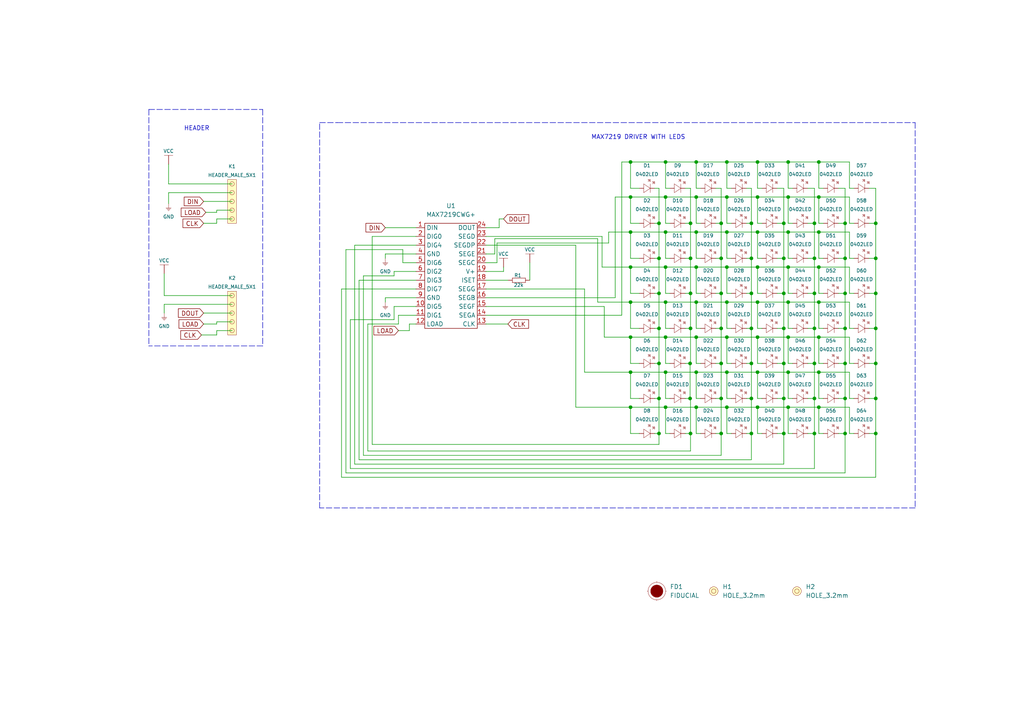
<source format=kicad_sch>
(kicad_sch (version 20211123) (generator eeschema)

  (uuid 84f43d54-3984-465f-99e1-c8ebae1630a0)

  (paper "A4")

  (title_block
    (title "8x8 LED matrix Green MAX7219 board")
    (date "2021-09-08")
    (rev "V1.0.0.")
    (company "SOLDERED")
    (comment 1 "333148")
  )

  (lib_symbols
    (symbol "e-radionica.com schematics:0402LED" (pin_numbers hide) (pin_names (offset 0.254) hide) (in_bom yes) (on_board yes)
      (property "Reference" "D" (id 0) (at -0.635 2.54 0)
        (effects (font (size 1 1)))
      )
      (property "Value" "0402LED" (id 1) (at 0 -2.54 0)
        (effects (font (size 1 1)))
      )
      (property "Footprint" "e-radionica.com footprinti:0402LED" (id 2) (at 0 5.08 0)
        (effects (font (size 1 1)) hide)
      )
      (property "Datasheet" "" (id 3) (at 0 0 0)
        (effects (font (size 1 1)) hide)
      )
      (property "Package" "0402" (id 4) (at 0 0 0)
        (effects (font (size 1.27 1.27)) hide)
      )
      (symbol "0402LED_0_1"
        (polyline
          (pts
            (xy -0.635 1.27)
            (xy 1.27 0)
          )
          (stroke (width 0.0006) (type default) (color 0 0 0 0))
          (fill (type none))
        )
        (polyline
          (pts
            (xy 0.635 1.905)
            (xy 1.27 2.54)
          )
          (stroke (width 0.0006) (type default) (color 0 0 0 0))
          (fill (type none))
        )
        (polyline
          (pts
            (xy 1.27 1.27)
            (xy 1.27 -1.27)
          )
          (stroke (width 0.0006) (type default) (color 0 0 0 0))
          (fill (type none))
        )
        (polyline
          (pts
            (xy 1.905 1.27)
            (xy 2.54 1.905)
          )
          (stroke (width 0.0006) (type default) (color 0 0 0 0))
          (fill (type none))
        )
        (polyline
          (pts
            (xy -0.635 1.27)
            (xy -0.635 -1.27)
            (xy 1.27 0)
          )
          (stroke (width 0.0006) (type default) (color 0 0 0 0))
          (fill (type none))
        )
        (polyline
          (pts
            (xy 1.27 2.54)
            (xy 0.635 2.54)
            (xy 1.27 1.905)
            (xy 1.27 2.54)
          )
          (stroke (width 0.0006) (type default) (color 0 0 0 0))
          (fill (type none))
        )
        (polyline
          (pts
            (xy 2.54 1.905)
            (xy 1.905 1.905)
            (xy 2.54 1.27)
            (xy 2.54 1.905)
          )
          (stroke (width 0.0006) (type default) (color 0 0 0 0))
          (fill (type none))
        )
      )
      (symbol "0402LED_1_1"
        (pin passive line (at -1.905 0 0) (length 1.27)
          (name "A" (effects (font (size 1.27 1.27))))
          (number "1" (effects (font (size 1.27 1.27))))
        )
        (pin passive line (at 2.54 0 180) (length 1.27)
          (name "K" (effects (font (size 1.27 1.27))))
          (number "2" (effects (font (size 1.27 1.27))))
        )
      )
    )
    (symbol "e-radionica.com schematics:0603R" (pin_numbers hide) (pin_names (offset 0.254)) (in_bom yes) (on_board yes)
      (property "Reference" "R" (id 0) (at -1.905 1.905 0)
        (effects (font (size 1 1)))
      )
      (property "Value" "0603R" (id 1) (at 0 -1.905 0)
        (effects (font (size 1 1)))
      )
      (property "Footprint" "e-radionica.com footprinti:0603R" (id 2) (at -0.635 1.905 0)
        (effects (font (size 1 1)) hide)
      )
      (property "Datasheet" "" (id 3) (at -0.635 1.905 0)
        (effects (font (size 1 1)) hide)
      )
      (symbol "0603R_0_1"
        (rectangle (start -1.905 -0.635) (end 1.905 -0.6604)
          (stroke (width 0.1) (type default) (color 0 0 0 0))
          (fill (type none))
        )
        (rectangle (start -1.905 0.635) (end -1.8796 -0.635)
          (stroke (width 0.1) (type default) (color 0 0 0 0))
          (fill (type none))
        )
        (rectangle (start -1.905 0.635) (end 1.905 0.6096)
          (stroke (width 0.1) (type default) (color 0 0 0 0))
          (fill (type none))
        )
        (rectangle (start 1.905 0.635) (end 1.9304 -0.635)
          (stroke (width 0.1) (type default) (color 0 0 0 0))
          (fill (type none))
        )
      )
      (symbol "0603R_1_1"
        (pin passive line (at -3.175 0 0) (length 1.27)
          (name "~" (effects (font (size 1.27 1.27))))
          (number "1" (effects (font (size 1.27 1.27))))
        )
        (pin passive line (at 3.175 0 180) (length 1.27)
          (name "~" (effects (font (size 1.27 1.27))))
          (number "2" (effects (font (size 1.27 1.27))))
        )
      )
    )
    (symbol "e-radionica.com schematics:FIDUCIAL" (in_bom no) (on_board yes)
      (property "Reference" "FD" (id 0) (at 0 3.81 0)
        (effects (font (size 1.27 1.27)))
      )
      (property "Value" "FIDUCIAL" (id 1) (at 0 -3.81 0)
        (effects (font (size 1.27 1.27)))
      )
      (property "Footprint" "e-radionica.com footprinti:FIDUCIAL_23" (id 2) (at 0.254 -5.334 0)
        (effects (font (size 1.27 1.27)) hide)
      )
      (property "Datasheet" "" (id 3) (at 0 0 0)
        (effects (font (size 1.27 1.27)) hide)
      )
      (symbol "FIDUCIAL_0_1"
        (polyline
          (pts
            (xy -2.54 0)
            (xy -2.794 0)
          )
          (stroke (width 0.0006) (type default) (color 0 0 0 0))
          (fill (type none))
        )
        (polyline
          (pts
            (xy 0 -2.54)
            (xy 0 -2.794)
          )
          (stroke (width 0.0006) (type default) (color 0 0 0 0))
          (fill (type none))
        )
        (polyline
          (pts
            (xy 0 2.54)
            (xy 0 2.794)
          )
          (stroke (width 0.0006) (type default) (color 0 0 0 0))
          (fill (type none))
        )
        (polyline
          (pts
            (xy 2.54 0)
            (xy 2.794 0)
          )
          (stroke (width 0.0006) (type default) (color 0 0 0 0))
          (fill (type none))
        )
        (circle (center 0 0) (radius 1.7961)
          (stroke (width 0.001) (type default) (color 0 0 0 0))
          (fill (type outline))
        )
        (circle (center 0 0) (radius 2.54)
          (stroke (width 0.0006) (type default) (color 0 0 0 0))
          (fill (type none))
        )
      )
    )
    (symbol "e-radionica.com schematics:GND" (power) (pin_names (offset 0)) (in_bom yes) (on_board yes)
      (property "Reference" "#PWR" (id 0) (at 4.445 0 0)
        (effects (font (size 1 1)) hide)
      )
      (property "Value" "GND" (id 1) (at 0 -2.921 0)
        (effects (font (size 1 1)))
      )
      (property "Footprint" "" (id 2) (at 4.445 3.81 0)
        (effects (font (size 1 1)) hide)
      )
      (property "Datasheet" "" (id 3) (at 4.445 3.81 0)
        (effects (font (size 1 1)) hide)
      )
      (property "ki_keywords" "power-flag" (id 4) (at 0 0 0)
        (effects (font (size 1.27 1.27)) hide)
      )
      (property "ki_description" "Power symbol creates a global label with name \"GND\"" (id 5) (at 0 0 0)
        (effects (font (size 1.27 1.27)) hide)
      )
      (symbol "GND_0_1"
        (polyline
          (pts
            (xy -0.762 -1.27)
            (xy 0.762 -1.27)
          )
          (stroke (width 0.0006) (type default) (color 0 0 0 0))
          (fill (type none))
        )
        (polyline
          (pts
            (xy -0.635 -1.524)
            (xy 0.635 -1.524)
          )
          (stroke (width 0.0006) (type default) (color 0 0 0 0))
          (fill (type none))
        )
        (polyline
          (pts
            (xy -0.381 -1.778)
            (xy 0.381 -1.778)
          )
          (stroke (width 0.0006) (type default) (color 0 0 0 0))
          (fill (type none))
        )
        (polyline
          (pts
            (xy -0.127 -2.032)
            (xy 0.127 -2.032)
          )
          (stroke (width 0.0006) (type default) (color 0 0 0 0))
          (fill (type none))
        )
        (polyline
          (pts
            (xy 0 0)
            (xy 0 -1.27)
          )
          (stroke (width 0.0006) (type default) (color 0 0 0 0))
          (fill (type none))
        )
      )
      (symbol "GND_1_1"
        (pin power_in line (at 0 0 270) (length 0) hide
          (name "GND" (effects (font (size 1.27 1.27))))
          (number "1" (effects (font (size 1.27 1.27))))
        )
      )
    )
    (symbol "e-radionica.com schematics:HEADER_MALE_5X1" (pin_numbers hide) (pin_names hide) (in_bom yes) (on_board yes)
      (property "Reference" "K" (id 0) (at -0.635 7.62 0)
        (effects (font (size 1 1)))
      )
      (property "Value" "HEADER_MALE_5X1" (id 1) (at 0.635 -7.62 0)
        (effects (font (size 1 1)))
      )
      (property "Footprint" "e-radionica.com footprinti:HEADER_MALE_5X1" (id 2) (at 0 0 0)
        (effects (font (size 1 1)) hide)
      )
      (property "Datasheet" "" (id 3) (at 0 0 0)
        (effects (font (size 1 1)) hide)
      )
      (symbol "HEADER_MALE_5X1_0_1"
        (rectangle (start -1.27 6.35) (end 1.27 -6.35)
          (stroke (width 0.001) (type default) (color 0 0 0 0))
          (fill (type background))
        )
        (circle (center 0 -5.08) (radius 0.635)
          (stroke (width 0.0006) (type default) (color 0 0 0 0))
          (fill (type none))
        )
        (circle (center 0 -2.54) (radius 0.635)
          (stroke (width 0.0006) (type default) (color 0 0 0 0))
          (fill (type none))
        )
        (circle (center 0 0) (radius 0.635)
          (stroke (width 0.0006) (type default) (color 0 0 0 0))
          (fill (type none))
        )
        (circle (center 0 2.54) (radius 0.635)
          (stroke (width 0.0006) (type default) (color 0 0 0 0))
          (fill (type none))
        )
        (circle (center 0 5.08) (radius 0.635)
          (stroke (width 0.0006) (type default) (color 0 0 0 0))
          (fill (type none))
        )
      )
      (symbol "HEADER_MALE_5X1_1_1"
        (pin passive line (at 0 -5.08 180) (length 0)
          (name "~" (effects (font (size 1 1))))
          (number "1" (effects (font (size 1 1))))
        )
        (pin passive line (at 0 -2.54 180) (length 0)
          (name "~" (effects (font (size 1 1))))
          (number "2" (effects (font (size 1 1))))
        )
        (pin passive line (at 0 0 180) (length 0)
          (name "~" (effects (font (size 1 1))))
          (number "3" (effects (font (size 1 1))))
        )
        (pin passive line (at 0 2.54 180) (length 0)
          (name "~" (effects (font (size 1 1))))
          (number "4" (effects (font (size 1 1))))
        )
        (pin passive line (at 0 5.08 180) (length 0)
          (name "~" (effects (font (size 0.991 0.991))))
          (number "5" (effects (font (size 0.991 0.991))))
        )
      )
    )
    (symbol "e-radionica.com schematics:HOLE_3.2mm" (pin_numbers hide) (pin_names hide) (in_bom yes) (on_board yes)
      (property "Reference" "H" (id 0) (at 0 2.54 0)
        (effects (font (size 1.27 1.27)))
      )
      (property "Value" "HOLE_3.2mm" (id 1) (at 0 -2.54 0)
        (effects (font (size 1.27 1.27)))
      )
      (property "Footprint" "e-radionica.com footprinti:HOLE_3.2mm" (id 2) (at 0 0 0)
        (effects (font (size 1.27 1.27)) hide)
      )
      (property "Datasheet" "" (id 3) (at 0 0 0)
        (effects (font (size 1.27 1.27)) hide)
      )
      (symbol "HOLE_3.2mm_0_1"
        (circle (center 0 0) (radius 0.635)
          (stroke (width 0.0006) (type default) (color 0 0 0 0))
          (fill (type none))
        )
        (circle (center 0 0) (radius 1.27)
          (stroke (width 0.001) (type default) (color 0 0 0 0))
          (fill (type background))
        )
      )
    )
    (symbol "e-radionica.com schematics:MAX7219" (in_bom yes) (on_board yes)
      (property "Reference" "U" (id 0) (at 0 16.51 0)
        (effects (font (size 1.27 1.27)))
      )
      (property "Value" "MAX7219" (id 1) (at 0 -17.78 0)
        (effects (font (size 1.27 1.27)))
      )
      (property "Footprint" "e-radionica.com footprinti:SOIC-24" (id 2) (at -5.08 0 0)
        (effects (font (size 1.27 1.27)) hide)
      )
      (property "Datasheet" "" (id 3) (at -5.08 0 0)
        (effects (font (size 1.27 1.27)) hide)
      )
      (symbol "MAX7219_0_1"
        (rectangle (start -7.62 15.24) (end 7.62 -15.24)
          (stroke (width 0.1524) (type default) (color 0 0 0 0))
          (fill (type none))
        )
      )
      (symbol "MAX7219_1_1"
        (pin input line (at -10.16 13.97 0) (length 2.54)
          (name "DIN" (effects (font (size 1.27 1.27))))
          (number "1" (effects (font (size 1.27 1.27))))
        )
        (pin input line (at -10.16 -8.89 0) (length 2.54)
          (name "DIG5" (effects (font (size 1.27 1.27))))
          (number "10" (effects (font (size 1.27 1.27))))
        )
        (pin input line (at -10.16 -11.43 0) (length 2.54)
          (name "DIG1" (effects (font (size 1.27 1.27))))
          (number "11" (effects (font (size 1.27 1.27))))
        )
        (pin input line (at -10.16 -13.97 0) (length 2.54)
          (name "LOAD" (effects (font (size 1.27 1.27))))
          (number "12" (effects (font (size 1.27 1.27))))
        )
        (pin input line (at 10.16 -13.97 180) (length 2.54)
          (name "CLK" (effects (font (size 1.27 1.27))))
          (number "13" (effects (font (size 1.27 1.27))))
        )
        (pin input line (at 10.16 -11.43 180) (length 2.54)
          (name "SEGA" (effects (font (size 1.27 1.27))))
          (number "14" (effects (font (size 1.27 1.27))))
        )
        (pin input line (at 10.16 -8.89 180) (length 2.54)
          (name "SEGF" (effects (font (size 1.27 1.27))))
          (number "15" (effects (font (size 1.27 1.27))))
        )
        (pin input line (at 10.16 -6.35 180) (length 2.54)
          (name "SEGB" (effects (font (size 1.27 1.27))))
          (number "16" (effects (font (size 1.27 1.27))))
        )
        (pin input line (at 10.16 -3.81 180) (length 2.54)
          (name "SEGG" (effects (font (size 1.27 1.27))))
          (number "17" (effects (font (size 1.27 1.27))))
        )
        (pin input line (at 10.16 -1.27 180) (length 2.54)
          (name "ISET" (effects (font (size 1.27 1.27))))
          (number "18" (effects (font (size 1.27 1.27))))
        )
        (pin input line (at 10.16 1.27 180) (length 2.54)
          (name "V+" (effects (font (size 1.27 1.27))))
          (number "19" (effects (font (size 1.27 1.27))))
        )
        (pin input line (at -10.16 11.43 0) (length 2.54)
          (name "DIG0" (effects (font (size 1.27 1.27))))
          (number "2" (effects (font (size 1.27 1.27))))
        )
        (pin input line (at 10.16 3.81 180) (length 2.54)
          (name "SEGC" (effects (font (size 1.27 1.27))))
          (number "20" (effects (font (size 1.27 1.27))))
        )
        (pin input line (at 10.16 6.35 180) (length 2.54)
          (name "SEGE" (effects (font (size 1.27 1.27))))
          (number "21" (effects (font (size 1.27 1.27))))
        )
        (pin input line (at 10.16 8.89 180) (length 2.54)
          (name "SEGDP" (effects (font (size 1.27 1.27))))
          (number "22" (effects (font (size 1.27 1.27))))
        )
        (pin input line (at 10.16 11.43 180) (length 2.54)
          (name "SEGD" (effects (font (size 1.27 1.27))))
          (number "23" (effects (font (size 1.27 1.27))))
        )
        (pin input line (at 10.16 13.97 180) (length 2.54)
          (name "DOUT" (effects (font (size 1.27 1.27))))
          (number "24" (effects (font (size 1.27 1.27))))
        )
        (pin input line (at -10.16 8.89 0) (length 2.54)
          (name "DIG4" (effects (font (size 1.27 1.27))))
          (number "3" (effects (font (size 1.27 1.27))))
        )
        (pin input line (at -10.16 6.35 0) (length 2.54)
          (name "GND" (effects (font (size 1.27 1.27))))
          (number "4" (effects (font (size 1.27 1.27))))
        )
        (pin input line (at -10.16 3.81 0) (length 2.54)
          (name "DIG6" (effects (font (size 1.27 1.27))))
          (number "5" (effects (font (size 1.27 1.27))))
        )
        (pin input line (at -10.16 1.27 0) (length 2.54)
          (name "DIG2" (effects (font (size 1.27 1.27))))
          (number "6" (effects (font (size 1.27 1.27))))
        )
        (pin input line (at -10.16 -1.27 0) (length 2.54)
          (name "DIG3" (effects (font (size 1.27 1.27))))
          (number "7" (effects (font (size 1.27 1.27))))
        )
        (pin input line (at -10.16 -3.81 0) (length 2.54)
          (name "DIG7" (effects (font (size 1.27 1.27))))
          (number "8" (effects (font (size 1.27 1.27))))
        )
        (pin input line (at -10.16 -6.35 0) (length 2.54)
          (name "GND" (effects (font (size 1.27 1.27))))
          (number "9" (effects (font (size 1.27 1.27))))
        )
      )
    )
    (symbol "e-radionica.com schematics:VCC" (power) (pin_names (offset 0)) (in_bom yes) (on_board yes)
      (property "Reference" "#PWR" (id 0) (at 4.445 0 0)
        (effects (font (size 1 1)) hide)
      )
      (property "Value" "VCC" (id 1) (at 0 3.556 0)
        (effects (font (size 1 1)))
      )
      (property "Footprint" "" (id 2) (at 4.445 3.81 0)
        (effects (font (size 1 1)) hide)
      )
      (property "Datasheet" "" (id 3) (at 4.445 3.81 0)
        (effects (font (size 1 1)) hide)
      )
      (property "ki_keywords" "power-flag" (id 4) (at 0 0 0)
        (effects (font (size 1.27 1.27)) hide)
      )
      (property "ki_description" "Power symbol creates a global label with name \"VCC\"" (id 5) (at 0 0 0)
        (effects (font (size 1.27 1.27)) hide)
      )
      (symbol "VCC_0_1"
        (polyline
          (pts
            (xy -1.27 2.54)
            (xy 1.27 2.54)
          )
          (stroke (width 0.0006) (type default) (color 0 0 0 0))
          (fill (type none))
        )
        (polyline
          (pts
            (xy 0 0)
            (xy 0 2.54)
          )
          (stroke (width 0) (type default) (color 0 0 0 0))
          (fill (type none))
        )
      )
      (symbol "VCC_1_1"
        (pin power_in line (at 0 0 90) (length 0) hide
          (name "VCC" (effects (font (size 1.27 1.27))))
          (number "1" (effects (font (size 1.27 1.27))))
        )
      )
    )
  )

  (junction (at 227.33 105.41) (diameter 0.9144) (color 0 0 0 0)
    (uuid 01e9b6e7-adf9-4ee7-9447-a588630ee4a2)
  )
  (junction (at 182.88 97.79) (diameter 0.9144) (color 0 0 0 0)
    (uuid 0217dfc4-fc13-4699-99ad-d9948522648e)
  )
  (junction (at 209.169 115.57) (diameter 0.9144) (color 0 0 0 0)
    (uuid 03caada9-9e22-4e2d-9035-b15433dfbb17)
  )
  (junction (at 219.71 77.47) (diameter 0.9144) (color 0 0 0 0)
    (uuid 0755aee5-bc01-4cb5-b830-583289df50a3)
  )
  (junction (at 228.6 77.47) (diameter 0.9144) (color 0 0 0 0)
    (uuid 0c3dceba-7c95-4b3d-b590-0eb581444beb)
  )
  (junction (at 210.82 46.99) (diameter 0.9144) (color 0 0 0 0)
    (uuid 0ff508fd-18da-4ab7-9844-3c8a28c2587e)
  )
  (junction (at 193.04 87.63) (diameter 0.9144) (color 0 0 0 0)
    (uuid 12422a89-3d0c-485c-9386-f77121fd68fd)
  )
  (junction (at 210.82 77.47) (diameter 0.9144) (color 0 0 0 0)
    (uuid 13c0ff76-ed71-4cd9-abb0-92c376825d5d)
  )
  (junction (at 245.11 105.41) (diameter 0.9144) (color 0 0 0 0)
    (uuid 14769dc5-8525-4984-8b15-a734ee247efa)
  )
  (junction (at 236.22 85.09) (diameter 0.9144) (color 0 0 0 0)
    (uuid 16a9ae8c-3ad2-439b-8efe-377c994670c7)
  )
  (junction (at 227.33 74.93) (diameter 0.9144) (color 0 0 0 0)
    (uuid 16bd6381-8ac0-4bf2-9dce-ecc20c724b8d)
  )
  (junction (at 237.49 77.47) (diameter 0.9144) (color 0 0 0 0)
    (uuid 182b2d54-931d-49d6-9f39-60a752623e36)
  )
  (junction (at 245.11 115.57) (diameter 0.9144) (color 0 0 0 0)
    (uuid 19c56563-5fe3-442a-885b-418dbc2421eb)
  )
  (junction (at 193.04 67.31) (diameter 0.9144) (color 0 0 0 0)
    (uuid 1a6d2848-e78e-49fe-8978-e1890f07836f)
  )
  (junction (at 191.135 64.77) (diameter 0.9144) (color 0 0 0 0)
    (uuid 1d9cdadc-9036-4a95-b6db-fa7b3b74c869)
  )
  (junction (at 201.93 67.31) (diameter 0.9144) (color 0 0 0 0)
    (uuid 1e8701fc-ad24-40ea-846a-e3db538d6077)
  )
  (junction (at 209.169 125.73) (diameter 0.9144) (color 0 0 0 0)
    (uuid 1f3003e6-dce5-420f-906b-3f1e92b67249)
  )
  (junction (at 245.11 125.73) (diameter 0.9144) (color 0 0 0 0)
    (uuid 21ae9c3a-7138-444e-be38-56a4842ab594)
  )
  (junction (at 191.135 85.09) (diameter 0.9144) (color 0 0 0 0)
    (uuid 24f7628d-681d-4f0e-8409-40a129e929d9)
  )
  (junction (at 201.93 57.15) (diameter 0.9144) (color 0 0 0 0)
    (uuid 25d545dc-8f50-4573-922c-35ef5a2a3a19)
  )
  (junction (at 254 125.73) (diameter 0.9144) (color 0 0 0 0)
    (uuid 275aa44a-b61f-489f-9e2a-819a0fe0d1eb)
  )
  (junction (at 237.49 97.79) (diameter 0.9144) (color 0 0 0 0)
    (uuid 2dc272bd-3aa2-45b5-889d-1d3c8aac80f8)
  )
  (junction (at 182.88 67.31) (diameter 0.9144) (color 0 0 0 0)
    (uuid 2f215f15-3d52-4c91-93e6-3ea03a95622f)
  )
  (junction (at 210.82 57.15) (diameter 0.9144) (color 0 0 0 0)
    (uuid 378af8b4-af3d-46e7-89ae-deff12ca9067)
  )
  (junction (at 191.135 74.93) (diameter 0.9144) (color 0 0 0 0)
    (uuid 3a7648d8-121a-4921-9b92-9b35b76ce39b)
  )
  (junction (at 191.135 95.25) (diameter 0.9144) (color 0 0 0 0)
    (uuid 3e903008-0276-4a73-8edb-5d9dfde6297c)
  )
  (junction (at 193.04 107.95) (diameter 0.9144) (color 0 0 0 0)
    (uuid 40165eda-4ba6-4565-9bb4-b9df6dbb08da)
  )
  (junction (at 201.93 107.95) (diameter 0.9144) (color 0 0 0 0)
    (uuid 40976bf0-19de-460f-ad64-224d4f51e16b)
  )
  (junction (at 193.04 46.99) (diameter 0.9144) (color 0 0 0 0)
    (uuid 45008225-f50f-4d6b-b508-6730a9408caf)
  )
  (junction (at 200.152 105.41) (diameter 0.9144) (color 0 0 0 0)
    (uuid 4780a290-d25c-4459-9579-eba3f7678762)
  )
  (junction (at 219.71 87.63) (diameter 0.9144) (color 0 0 0 0)
    (uuid 4a21e717-d46d-4d9e-8b98-af4ecb02d3ec)
  )
  (junction (at 227.33 95.25) (diameter 0.9144) (color 0 0 0 0)
    (uuid 4f66b314-0f62-4fb6-8c3c-f9c6a75cd3ec)
  )
  (junction (at 219.71 67.31) (diameter 0.9144) (color 0 0 0 0)
    (uuid 4fb21471-41be-4be8-9687-66030f97befc)
  )
  (junction (at 237.49 87.63) (diameter 0.9144) (color 0 0 0 0)
    (uuid 5114c7bf-b955-49f3-a0a8-4b954c81bde0)
  )
  (junction (at 254 105.41) (diameter 0.9144) (color 0 0 0 0)
    (uuid 57c0c267-8bf9-4cc7-b734-d71a239ac313)
  )
  (junction (at 245.11 64.77) (diameter 0.9144) (color 0 0 0 0)
    (uuid 5bcace5d-edd0-4e19-92d0-835e43cf8eb2)
  )
  (junction (at 254 115.57) (diameter 0.9144) (color 0 0 0 0)
    (uuid 5ca4be1c-537e-4a4a-b344-d0c8ffde8546)
  )
  (junction (at 219.71 107.95) (diameter 0.9144) (color 0 0 0 0)
    (uuid 60dcd1fe-7079-4cb8-b509-04558ccf5097)
  )
  (junction (at 182.88 57.15) (diameter 0.9144) (color 0 0 0 0)
    (uuid 61fe293f-6808-4b7f-9340-9aaac7054a97)
  )
  (junction (at 209.169 95.25) (diameter 0.9144) (color 0 0 0 0)
    (uuid 639c0e59-e95c-4114-bccd-2e7277505454)
  )
  (junction (at 191.135 115.57) (diameter 0.9144) (color 0 0 0 0)
    (uuid 6475547d-3216-45a4-a15c-48314f1dd0f9)
  )
  (junction (at 228.6 118.11) (diameter 0.9144) (color 0 0 0 0)
    (uuid 6595b9c7-02ee-4647-bde5-6b566e35163e)
  )
  (junction (at 217.932 64.77) (diameter 0.9144) (color 0 0 0 0)
    (uuid 68877d35-b796-44db-9124-b8e744e7412e)
  )
  (junction (at 182.88 118.11) (diameter 0.9144) (color 0 0 0 0)
    (uuid 6bfe5804-2ef9-4c65-b2a7-f01e4014370a)
  )
  (junction (at 237.49 107.95) (diameter 0.9144) (color 0 0 0 0)
    (uuid 6c2d26bc-6eca-436c-8025-79f817bf57d6)
  )
  (junction (at 217.932 105.41) (diameter 0.9144) (color 0 0 0 0)
    (uuid 6d26d68f-1ca7-4ff3-b058-272f1c399047)
  )
  (junction (at 245.11 85.09) (diameter 0.9144) (color 0 0 0 0)
    (uuid 6ec113ca-7d27-4b14-a180-1e5e2fd1c167)
  )
  (junction (at 217.932 125.73) (diameter 0.9144) (color 0 0 0 0)
    (uuid 70e15522-1572-4451-9c0d-6d36ac70d8c6)
  )
  (junction (at 228.6 57.15) (diameter 0.9144) (color 0 0 0 0)
    (uuid 730b670c-9bcf-4dcd-9a8d-fcaa61fb0955)
  )
  (junction (at 219.71 57.15) (diameter 0.9144) (color 0 0 0 0)
    (uuid 7599133e-c681-4202-85d9-c20dac196c64)
  )
  (junction (at 191.135 105.41) (diameter 0.9144) (color 0 0 0 0)
    (uuid 75ffc65c-7132-4411-9f2a-ae0c73d79338)
  )
  (junction (at 236.22 74.93) (diameter 0.9144) (color 0 0 0 0)
    (uuid 770ad51a-7219-4633-b24a-bd20feb0a6c5)
  )
  (junction (at 236.22 115.57) (diameter 0.9144) (color 0 0 0 0)
    (uuid 789ca812-3e0c-4a3f-97bc-a916dd9bce80)
  )
  (junction (at 254 85.09) (diameter 0.9144) (color 0 0 0 0)
    (uuid 7cee474b-af8f-4832-b07a-c43c1ab0b464)
  )
  (junction (at 193.04 77.47) (diameter 0.9144) (color 0 0 0 0)
    (uuid 7d34f6b1-ab31-49be-b011-c67fe67a8a56)
  )
  (junction (at 227.33 125.73) (diameter 0.9144) (color 0 0 0 0)
    (uuid 7d928d56-093a-4ca8-aed1-414b7e703b45)
  )
  (junction (at 193.04 118.11) (diameter 0.9144) (color 0 0 0 0)
    (uuid 7e023245-2c2b-4e2b-bfb9-5d35176e88f2)
  )
  (junction (at 210.82 97.79) (diameter 0.9144) (color 0 0 0 0)
    (uuid 8412992d-8754-44de-9e08-115cec1a3eff)
  )
  (junction (at 254 95.25) (diameter 0.9144) (color 0 0 0 0)
    (uuid 853ee787-6e2c-4f32-bc75-6c17337dd3d5)
  )
  (junction (at 227.33 64.77) (diameter 0.9144) (color 0 0 0 0)
    (uuid 85b7594c-358f-454b-b2ad-dd0b1d67ed76)
  )
  (junction (at 228.6 46.99) (diameter 0.9144) (color 0 0 0 0)
    (uuid 8a650ebf-3f78-4ca4-a26b-a5028693e36d)
  )
  (junction (at 201.93 97.79) (diameter 0.9144) (color 0 0 0 0)
    (uuid 8c514922-ffe1-4e37-a260-e807409f2e0d)
  )
  (junction (at 191.135 125.73) (diameter 0.9144) (color 0 0 0 0)
    (uuid 8c6a821f-8e19-48f3-8f44-9b340f7689bc)
  )
  (junction (at 209.169 105.41) (diameter 0.9144) (color 0 0 0 0)
    (uuid 8ca3e20d-bcc7-4c5e-9deb-562dfed9fecb)
  )
  (junction (at 182.88 77.47) (diameter 0.9144) (color 0 0 0 0)
    (uuid 8da933a9-35f8-42e6-8504-d1bab7264306)
  )
  (junction (at 193.04 97.79) (diameter 0.9144) (color 0 0 0 0)
    (uuid 8e06ba1f-e3ba-4eb9-a10e-887dffd566d6)
  )
  (junction (at 217.932 95.25) (diameter 0.9144) (color 0 0 0 0)
    (uuid 911bdcbe-493f-4e21-a506-7cbc636e2c17)
  )
  (junction (at 228.6 87.63) (diameter 0.9144) (color 0 0 0 0)
    (uuid 965308c8-e014-459a-b9db-b8493a601c62)
  )
  (junction (at 254 74.93) (diameter 0.9144) (color 0 0 0 0)
    (uuid 9cb12cc8-7f1a-4a01-9256-c119f11a8a02)
  )
  (junction (at 217.932 85.09) (diameter 0.9144) (color 0 0 0 0)
    (uuid 9f8381e9-3077-4453-a480-a01ad9c1a940)
  )
  (junction (at 209.169 74.93) (diameter 0.9144) (color 0 0 0 0)
    (uuid a15a7506-eae4-4933-84da-9ad754258706)
  )
  (junction (at 237.49 57.15) (diameter 0.9144) (color 0 0 0 0)
    (uuid a17904b9-135e-4dae-ae20-401c7787de72)
  )
  (junction (at 210.82 67.31) (diameter 0.9144) (color 0 0 0 0)
    (uuid a27eb049-c992-4f11-a026-1e6a8d9d0160)
  )
  (junction (at 193.04 57.15) (diameter 0.9144) (color 0 0 0 0)
    (uuid a544eb0a-75db-4baf-bf54-9ca21744343b)
  )
  (junction (at 227.33 85.09) (diameter 0.9144) (color 0 0 0 0)
    (uuid a5cd8da1-8f7f-4f80-bb23-0317de562222)
  )
  (junction (at 228.6 67.31) (diameter 0.9144) (color 0 0 0 0)
    (uuid abe07c9a-17c3-43b5-b7a6-ae867ac27ea7)
  )
  (junction (at 200.279 95.25) (diameter 0.9144) (color 0 0 0 0)
    (uuid aca4de92-9c41-4c2b-9afa-540d02dafa1c)
  )
  (junction (at 228.6 97.79) (diameter 0.9144) (color 0 0 0 0)
    (uuid b1c649b1-f44d-46c7-9dea-818e75a1b87e)
  )
  (junction (at 236.22 64.77) (diameter 0.9144) (color 0 0 0 0)
    (uuid b7199d9b-bebb-4100-9ad3-c2bd31e21d65)
  )
  (junction (at 182.88 46.99) (diameter 0.9144) (color 0 0 0 0)
    (uuid b88717bd-086f-46cd-9d3f-0396009d0996)
  )
  (junction (at 217.932 74.93) (diameter 0.9144) (color 0 0 0 0)
    (uuid b96fe6ac-3535-4455-ab88-ed77f5e46d6e)
  )
  (junction (at 200.279 64.77) (diameter 0.9144) (color 0 0 0 0)
    (uuid babeabf2-f3b0-4ed5-8d9e-0215947e6cf3)
  )
  (junction (at 245.11 74.93) (diameter 0.9144) (color 0 0 0 0)
    (uuid bd065eaf-e495-4837-bdb3-129934de1fc7)
  )
  (junction (at 182.88 87.63) (diameter 0.9144) (color 0 0 0 0)
    (uuid bd5408e4-362d-4e43-9d39-78fb99eb52c8)
  )
  (junction (at 182.88 107.95) (diameter 0.9144) (color 0 0 0 0)
    (uuid c0eca5ed-bc5e-4618-9bcd-80945bea41ed)
  )
  (junction (at 201.93 87.63) (diameter 0.9144) (color 0 0 0 0)
    (uuid c25a772d-af9c-4ebc-96f6-0966738c13a8)
  )
  (junction (at 210.82 118.11) (diameter 0.9144) (color 0 0 0 0)
    (uuid c332fa55-4168-4f55-88a5-f82c7c21040b)
  )
  (junction (at 200.279 125.73) (diameter 0.9144) (color 0 0 0 0)
    (uuid c43663ee-9a0d-4f27-a292-89ba89964065)
  )
  (junction (at 219.71 118.11) (diameter 0.9144) (color 0 0 0 0)
    (uuid c5eb1e4c-ce83-470e-8f32-e20ff1f886a3)
  )
  (junction (at 254 64.77) (diameter 0.9144) (color 0 0 0 0)
    (uuid c7e7067c-5f5e-48d8-ab59-df26f9b35863)
  )
  (junction (at 201.93 46.99) (diameter 0.9144) (color 0 0 0 0)
    (uuid c830e3bc-dc64-4f65-8f47-3b106bae2807)
  )
  (junction (at 209.169 64.77) (diameter 0.9144) (color 0 0 0 0)
    (uuid c8c79177-94d4-43e2-a654-f0a5554fbb68)
  )
  (junction (at 227.33 115.57) (diameter 0.9144) (color 0 0 0 0)
    (uuid ca87f11b-5f48-4b57-8535-68d3ec2fe5a9)
  )
  (junction (at 237.49 118.11) (diameter 0.9144) (color 0 0 0 0)
    (uuid cb24efdd-07c6-4317-9277-131625b065ac)
  )
  (junction (at 237.49 46.99) (diameter 0.9144) (color 0 0 0 0)
    (uuid cdfb07af-801b-44ba-8c30-d021a6ad3039)
  )
  (junction (at 209.169 85.09) (diameter 0.9144) (color 0 0 0 0)
    (uuid d3c11c8f-a73d-4211-934b-a6da255728ad)
  )
  (junction (at 217.932 115.57) (diameter 0.9144) (color 0 0 0 0)
    (uuid d3d7e298-1d39-4294-a3ab-c84cc0dc5e5a)
  )
  (junction (at 201.93 77.47) (diameter 0.9144) (color 0 0 0 0)
    (uuid d5641ac9-9be7-46bf-90b3-6c83d852b5ba)
  )
  (junction (at 200.279 85.09) (diameter 0.9144) (color 0 0 0 0)
    (uuid d7269d2a-b8c0-422d-8f25-f79ea31bf75e)
  )
  (junction (at 236.22 95.25) (diameter 0.9144) (color 0 0 0 0)
    (uuid db36f6e3-e72a-487f-bda9-88cc84536f62)
  )
  (junction (at 219.71 46.99) (diameter 0.9144) (color 0 0 0 0)
    (uuid dde51ae5-b215-445e-92bb-4a12ec410531)
  )
  (junction (at 210.82 107.95) (diameter 0.9144) (color 0 0 0 0)
    (uuid df32840e-2912-4088-b54c-9a85f64c0265)
  )
  (junction (at 200.152 115.57) (diameter 0.9144) (color 0 0 0 0)
    (uuid df68c26a-03b5-4466-aecf-ba34b7dce6b7)
  )
  (junction (at 201.93 118.11) (diameter 0.9144) (color 0 0 0 0)
    (uuid e21aa84b-970e-47cf-b64f-3b55ee0e1b51)
  )
  (junction (at 245.11 95.25) (diameter 0.9144) (color 0 0 0 0)
    (uuid e43dbe34-ed17-4e35-a5c7-2f1679b3c415)
  )
  (junction (at 236.22 105.41) (diameter 0.9144) (color 0 0 0 0)
    (uuid e4c6fdbb-fdc7-4ad4-a516-240d84cdc120)
  )
  (junction (at 236.22 125.73) (diameter 0.9144) (color 0 0 0 0)
    (uuid e6b860cc-cb76-4220-acfb-68f1eb348bfa)
  )
  (junction (at 200.279 74.93) (diameter 0.9144) (color 0 0 0 0)
    (uuid e8c50f1b-c316-4110-9cce-5c24c65a1eaa)
  )
  (junction (at 219.71 97.79) (diameter 0.9144) (color 0 0 0 0)
    (uuid ec31c074-17b2-48e1-ab01-071acad3fa04)
  )
  (junction (at 237.49 67.31) (diameter 0.9144) (color 0 0 0 0)
    (uuid f202141e-c20d-4cac-b016-06a44f2ecce8)
  )
  (junction (at 228.6 107.95) (diameter 0.9144) (color 0 0 0 0)
    (uuid f3628265-0155-43e2-a467-c40ff783e265)
  )
  (junction (at 210.82 87.63) (diameter 0.9144) (color 0 0 0 0)
    (uuid ffd175d1-912a-4224-be1e-a8198680f46b)
  )

  (wire (pts (xy 228.6 57.15) (xy 228.6 64.77))
    (stroke (width 0) (type solid) (color 0 0 0 0))
    (uuid 00c6049c-d2de-4366-9f18-f51057bbe9d1)
  )
  (wire (pts (xy 243.205 105.41) (xy 245.11 105.41))
    (stroke (width 0) (type solid) (color 0 0 0 0))
    (uuid 01579f37-fae1-4552-9a14-7f01663f183e)
  )
  (wire (pts (xy 245.11 105.41) (xy 245.11 95.25))
    (stroke (width 0) (type solid) (color 0 0 0 0))
    (uuid 01579f37-fae1-4552-9a14-7f01663f183f)
  )
  (wire (pts (xy 237.49 57.15) (xy 237.49 64.77))
    (stroke (width 0) (type solid) (color 0 0 0 0))
    (uuid 01bcf472-435d-40bd-9df0-87249e57776f)
  )
  (wire (pts (xy 191.135 64.77) (xy 191.135 74.93))
    (stroke (width 0) (type solid) (color 0 0 0 0))
    (uuid 01f4f7bd-49cf-42ef-a50a-8ff4e366d052)
  )
  (wire (pts (xy 191.135 74.93) (xy 189.865 74.93))
    (stroke (width 0) (type solid) (color 0 0 0 0))
    (uuid 01f4f7bd-49cf-42ef-a50a-8ff4e366d053)
  )
  (wire (pts (xy 238.76 74.93) (xy 237.49 74.93))
    (stroke (width 0) (type solid) (color 0 0 0 0))
    (uuid 020baec3-79b5-49c2-957c-046d5a25f451)
  )
  (wire (pts (xy 210.82 67.31) (xy 219.71 67.31))
    (stroke (width 0) (type solid) (color 0 0 0 0))
    (uuid 02758fe0-acd8-4c6f-98d1-4b156f19dc58)
  )
  (wire (pts (xy 252.095 95.25) (xy 254 95.25))
    (stroke (width 0) (type solid) (color 0 0 0 0))
    (uuid 028f9da4-9c6e-489d-a53e-fd4dfaf03bdd)
  )
  (wire (pts (xy 207.645 115.57) (xy 209.169 115.57))
    (stroke (width 0) (type solid) (color 0 0 0 0))
    (uuid 02ff13a2-a931-482d-baaa-882903fb5b9f)
  )
  (wire (pts (xy 209.169 115.57) (xy 209.169 105.41))
    (stroke (width 0) (type solid) (color 0 0 0 0))
    (uuid 02ff13a2-a931-482d-baaa-882903fb5ba0)
  )
  (wire (pts (xy 219.71 57.15) (xy 228.6 57.15))
    (stroke (width 0) (type solid) (color 0 0 0 0))
    (uuid 030cfcae-7da3-4c28-8a5e-6ef63ac73beb)
  )
  (wire (pts (xy 220.98 95.25) (xy 219.71 95.25))
    (stroke (width 0) (type solid) (color 0 0 0 0))
    (uuid 03ffe14b-97e2-4cfe-9ca4-ea9aa90f3dd4)
  )
  (wire (pts (xy 201.93 54.61) (xy 201.93 46.99))
    (stroke (width 0) (type solid) (color 0 0 0 0))
    (uuid 0568a110-a938-4849-acac-db671a55b3bb)
  )
  (wire (pts (xy 203.2 54.61) (xy 201.93 54.61))
    (stroke (width 0) (type solid) (color 0 0 0 0))
    (uuid 0568a110-a938-4849-acac-db671a55b3bc)
  )
  (wire (pts (xy 182.88 77.47) (xy 193.04 77.47))
    (stroke (width 0) (type solid) (color 0 0 0 0))
    (uuid 05829ef6-145e-4ce8-9a7b-0c2aed426c36)
  )
  (wire (pts (xy 243.205 125.73) (xy 245.11 125.73))
    (stroke (width 0) (type solid) (color 0 0 0 0))
    (uuid 07fabb96-e9d8-43c8-b521-e09da5f02363)
  )
  (wire (pts (xy 245.11 125.73) (xy 245.11 115.57))
    (stroke (width 0) (type solid) (color 0 0 0 0))
    (uuid 07fabb96-e9d8-43c8-b521-e09da5f02364)
  )
  (wire (pts (xy 247.65 115.57) (xy 246.38 115.57))
    (stroke (width 0) (type solid) (color 0 0 0 0))
    (uuid 0aae3d9b-0465-4b45-93f6-6046eca78095)
  )
  (wire (pts (xy 182.88 67.31) (xy 182.88 74.93))
    (stroke (width 0) (type solid) (color 0 0 0 0))
    (uuid 0bb933e2-970c-4b5a-a414-974d61931a69)
  )
  (wire (pts (xy 219.71 107.95) (xy 228.6 107.95))
    (stroke (width 0) (type solid) (color 0 0 0 0))
    (uuid 0cf69428-6d41-4872-839c-fa3d004139e0)
  )
  (wire (pts (xy 48.895 53.34) (xy 48.895 47.625))
    (stroke (width 0) (type solid) (color 0 0 0 0))
    (uuid 0d28532b-3a21-4f75-8e54-b4c2f15088d3)
  )
  (wire (pts (xy 62.865 60.96) (xy 62.865 61.595))
    (stroke (width 0) (type solid) (color 0 0 0 0))
    (uuid 0d80822e-0156-471b-bb50-a30ec5a7ccb1)
  )
  (wire (pts (xy 62.865 61.595) (xy 59.69 61.595))
    (stroke (width 0) (type solid) (color 0 0 0 0))
    (uuid 0d80822e-0156-471b-bb50-a30ec5a7ccb2)
  )
  (wire (pts (xy 67.31 60.96) (xy 62.865 60.96))
    (stroke (width 0) (type solid) (color 0 0 0 0))
    (uuid 0d80822e-0156-471b-bb50-a30ec5a7ccb3)
  )
  (wire (pts (xy 243.205 54.61) (xy 245.11 54.61))
    (stroke (width 0) (type solid) (color 0 0 0 0))
    (uuid 0f20679f-c0f8-499d-8658-ba4cf68a994b)
  )
  (wire (pts (xy 245.11 54.61) (xy 245.11 64.77))
    (stroke (width 0) (type solid) (color 0 0 0 0))
    (uuid 0f20679f-c0f8-499d-8658-ba4cf68a994c)
  )
  (wire (pts (xy 245.11 64.77) (xy 243.205 64.77))
    (stroke (width 0) (type solid) (color 0 0 0 0))
    (uuid 0f20679f-c0f8-499d-8658-ba4cf68a994d)
  )
  (wire (pts (xy 59.055 58.42) (xy 67.31 58.42))
    (stroke (width 0) (type solid) (color 0 0 0 0))
    (uuid 105cc04b-30e4-4b4c-96a2-97ace060e9d1)
  )
  (wire (pts (xy 140.97 68.58) (xy 174.625 68.58))
    (stroke (width 0) (type solid) (color 0 0 0 0))
    (uuid 106e698e-a9ba-47db-8963-0631db68071e)
  )
  (wire (pts (xy 174.625 68.58) (xy 174.625 77.47))
    (stroke (width 0) (type solid) (color 0 0 0 0))
    (uuid 106e698e-a9ba-47db-8963-0631db68071f)
  )
  (wire (pts (xy 174.625 77.47) (xy 182.88 77.47))
    (stroke (width 0) (type solid) (color 0 0 0 0))
    (uuid 106e698e-a9ba-47db-8963-0631db680720)
  )
  (wire (pts (xy 237.49 87.63) (xy 237.49 95.25))
    (stroke (width 0) (type solid) (color 0 0 0 0))
    (uuid 107cdd8c-5a36-4c35-9fcd-8d97293117e7)
  )
  (wire (pts (xy 191.135 74.93) (xy 191.135 85.09))
    (stroke (width 0) (type solid) (color 0 0 0 0))
    (uuid 10acf491-bdf7-460a-89c8-1cb0737936c0)
  )
  (wire (pts (xy 191.135 85.09) (xy 189.865 85.09))
    (stroke (width 0) (type solid) (color 0 0 0 0))
    (uuid 10acf491-bdf7-460a-89c8-1cb0737936c1)
  )
  (wire (pts (xy 220.98 64.77) (xy 219.71 64.77))
    (stroke (width 0) (type solid) (color 0 0 0 0))
    (uuid 1212d682-3d10-4174-bc4e-16d052f4150e)
  )
  (polyline (pts (xy 92.71 35.56) (xy 97.79 35.56))
    (stroke (width 0) (type dash) (color 0 0 0 0))
    (uuid 1269ec31-e8d7-4ea1-8901-ebd732c433f7)
  )
  (polyline (pts (xy 92.71 147.32) (xy 92.71 35.56))
    (stroke (width 0) (type dash) (color 0 0 0 0))
    (uuid 1269ec31-e8d7-4ea1-8901-ebd732c433f8)
  )
  (polyline (pts (xy 97.79 35.56) (xy 265.43 35.56))
    (stroke (width 0) (type dash) (color 0 0 0 0))
    (uuid 1269ec31-e8d7-4ea1-8901-ebd732c433f9)
  )
  (polyline (pts (xy 265.43 35.56) (xy 265.43 147.32))
    (stroke (width 0) (type dash) (color 0 0 0 0))
    (uuid 1269ec31-e8d7-4ea1-8901-ebd732c433fa)
  )
  (polyline (pts (xy 265.43 147.32) (xy 92.71 147.32))
    (stroke (width 0) (type dash) (color 0 0 0 0))
    (uuid 1269ec31-e8d7-4ea1-8901-ebd732c433fb)
  )

  (wire (pts (xy 238.76 95.25) (xy 237.49 95.25))
    (stroke (width 0) (type solid) (color 0 0 0 0))
    (uuid 1344d6e6-fa06-4f87-ace3-40b06ab40383)
  )
  (wire (pts (xy 216.535 74.93) (xy 217.932 74.93))
    (stroke (width 0) (type solid) (color 0 0 0 0))
    (uuid 1389aee1-e08d-43fb-93c2-18ab9af42cf6)
  )
  (wire (pts (xy 228.6 77.47) (xy 237.49 77.47))
    (stroke (width 0) (type solid) (color 0 0 0 0))
    (uuid 13abf93d-8f93-4070-9b25-6a90dcc29a6f)
  )
  (wire (pts (xy 200.152 105.41) (xy 200.152 115.57))
    (stroke (width 0) (type solid) (color 0 0 0 0))
    (uuid 14797480-6885-4ff6-b10a-2b2882c4934f)
  )
  (wire (pts (xy 210.82 57.15) (xy 219.71 57.15))
    (stroke (width 0) (type solid) (color 0 0 0 0))
    (uuid 160d3626-8a8a-4a16-9d52-02d3dc5556a0)
  )
  (wire (pts (xy 246.38 77.47) (xy 246.38 85.09))
    (stroke (width 0) (type solid) (color 0 0 0 0))
    (uuid 161bdc63-dc7d-4224-9470-e525c720568b)
  )
  (wire (pts (xy 212.09 105.41) (xy 210.82 105.41))
    (stroke (width 0) (type solid) (color 0 0 0 0))
    (uuid 1644fe3d-146d-4db3-8b00-24a887e45e0e)
  )
  (wire (pts (xy 182.88 97.79) (xy 182.88 105.41))
    (stroke (width 0) (type solid) (color 0 0 0 0))
    (uuid 1653ad27-5a25-4201-a6eb-c223afea1b48)
  )
  (wire (pts (xy 182.88 87.63) (xy 193.04 87.63))
    (stroke (width 0) (type solid) (color 0 0 0 0))
    (uuid 1665371e-fac5-4b65-bb9d-5defeda395a5)
  )
  (wire (pts (xy 144.78 63.5) (xy 146.05 63.5))
    (stroke (width 0) (type solid) (color 0 0 0 0))
    (uuid 16be5dc4-fa30-4cdc-ae9a-98735edb5340)
  )
  (wire (pts (xy 225.425 95.25) (xy 227.33 95.25))
    (stroke (width 0) (type solid) (color 0 0 0 0))
    (uuid 18c1d1a3-a63f-44a3-808a-228c3b79f693)
  )
  (wire (pts (xy 227.33 95.25) (xy 227.33 85.09))
    (stroke (width 0) (type solid) (color 0 0 0 0))
    (uuid 18c1d1a3-a63f-44a3-808a-228c3b79f694)
  )
  (wire (pts (xy 237.49 57.15) (xy 246.38 57.15))
    (stroke (width 0) (type solid) (color 0 0 0 0))
    (uuid 1a152e4a-5c45-4f0b-845f-3dc3de5cf75b)
  )
  (wire (pts (xy 193.04 107.95) (xy 201.93 107.95))
    (stroke (width 0) (type solid) (color 0 0 0 0))
    (uuid 1b8e3c10-f829-41f9-8e93-894808788810)
  )
  (wire (pts (xy 234.315 85.09) (xy 236.22 85.09))
    (stroke (width 0) (type solid) (color 0 0 0 0))
    (uuid 1bccd2ed-fbba-4ea3-978f-8968e36616cb)
  )
  (wire (pts (xy 236.22 85.09) (xy 236.22 74.93))
    (stroke (width 0) (type solid) (color 0 0 0 0))
    (uuid 1bccd2ed-fbba-4ea3-978f-8968e36616cc)
  )
  (wire (pts (xy 182.88 118.11) (xy 193.04 118.11))
    (stroke (width 0) (type solid) (color 0 0 0 0))
    (uuid 1caae803-a134-4588-9f33-3fcebf8ec760)
  )
  (wire (pts (xy 212.09 85.09) (xy 210.82 85.09))
    (stroke (width 0) (type solid) (color 0 0 0 0))
    (uuid 1ea4186d-c07e-4aa0-b657-f44a2805545f)
  )
  (wire (pts (xy 210.82 87.63) (xy 210.82 95.25))
    (stroke (width 0) (type solid) (color 0 0 0 0))
    (uuid 1edb1969-978e-4902-9517-f68c87d210d5)
  )
  (wire (pts (xy 194.31 64.77) (xy 193.04 64.77))
    (stroke (width 0) (type solid) (color 0 0 0 0))
    (uuid 214c9ea1-a44b-4fa6-bdf4-ac321ff7e600)
  )
  (wire (pts (xy 193.04 46.99) (xy 193.04 54.61))
    (stroke (width 0) (type solid) (color 0 0 0 0))
    (uuid 21d7303b-d1c1-48e1-a3ed-c037e0f113d7)
  )
  (wire (pts (xy 194.31 54.61) (xy 193.04 54.61))
    (stroke (width 0) (type solid) (color 0 0 0 0))
    (uuid 21d7303b-d1c1-48e1-a3ed-c037e0f113d8)
  )
  (wire (pts (xy 140.97 66.04) (xy 144.78 66.04))
    (stroke (width 0) (type solid) (color 0 0 0 0))
    (uuid 2315edd6-8988-4bdb-83ca-9e6db2630441)
  )
  (wire (pts (xy 144.78 66.04) (xy 144.78 63.5))
    (stroke (width 0) (type solid) (color 0 0 0 0))
    (uuid 2315edd6-8988-4bdb-83ca-9e6db2630442)
  )
  (wire (pts (xy 220.98 74.93) (xy 219.71 74.93))
    (stroke (width 0) (type solid) (color 0 0 0 0))
    (uuid 238337b6-ad61-4085-ac39-4aed99b70a9c)
  )
  (wire (pts (xy 210.82 67.31) (xy 210.82 74.93))
    (stroke (width 0) (type solid) (color 0 0 0 0))
    (uuid 2553f89f-96b5-4dc2-863b-2e23b4f1bf1f)
  )
  (wire (pts (xy 182.88 57.15) (xy 182.88 64.77))
    (stroke (width 0) (type solid) (color 0 0 0 0))
    (uuid 296ca3d2-2f63-4510-874c-2fcdca75ab12)
  )
  (wire (pts (xy 210.82 77.47) (xy 219.71 77.47))
    (stroke (width 0) (type solid) (color 0 0 0 0))
    (uuid 2b00322c-773e-4e34-911a-07a567393487)
  )
  (wire (pts (xy 62.865 95.885) (xy 62.865 97.155))
    (stroke (width 0) (type solid) (color 0 0 0 0))
    (uuid 2baeeefd-7974-48ec-b207-e5f508808fdd)
  )
  (wire (pts (xy 62.865 97.155) (xy 58.42 97.155))
    (stroke (width 0) (type solid) (color 0 0 0 0))
    (uuid 2baeeefd-7974-48ec-b207-e5f508808fde)
  )
  (wire (pts (xy 67.31 95.885) (xy 62.865 95.885))
    (stroke (width 0) (type solid) (color 0 0 0 0))
    (uuid 2baeeefd-7974-48ec-b207-e5f508808fdf)
  )
  (wire (pts (xy 252.095 115.57) (xy 254 115.57))
    (stroke (width 0) (type solid) (color 0 0 0 0))
    (uuid 2e08993e-ee56-4e2a-aa5c-83baa994f488)
  )
  (wire (pts (xy 216.535 105.41) (xy 217.932 105.41))
    (stroke (width 0) (type solid) (color 0 0 0 0))
    (uuid 2fc7eb01-f0f0-4f46-8543-bae9b8143fd0)
  )
  (wire (pts (xy 217.932 105.41) (xy 217.932 95.25))
    (stroke (width 0) (type solid) (color 0 0 0 0))
    (uuid 2fc7eb01-f0f0-4f46-8543-bae9b8143fd1)
  )
  (wire (pts (xy 225.425 74.93) (xy 227.33 74.93))
    (stroke (width 0) (type solid) (color 0 0 0 0))
    (uuid 2fe6e437-d310-4fb9-b03c-f2c6f6c2b733)
  )
  (wire (pts (xy 227.33 74.93) (xy 227.33 64.77))
    (stroke (width 0) (type solid) (color 0 0 0 0))
    (uuid 2fe6e437-d310-4fb9-b03c-f2c6f6c2b734)
  )
  (wire (pts (xy 207.645 54.61) (xy 209.169 54.61))
    (stroke (width 0) (type solid) (color 0 0 0 0))
    (uuid 3259d94e-8285-4289-948f-6a7b50fe2929)
  )
  (wire (pts (xy 209.169 54.61) (xy 209.169 64.77))
    (stroke (width 0) (type solid) (color 0 0 0 0))
    (uuid 3259d94e-8285-4289-948f-6a7b50fe292a)
  )
  (wire (pts (xy 209.169 64.77) (xy 207.645 64.77))
    (stroke (width 0) (type solid) (color 0 0 0 0))
    (uuid 3259d94e-8285-4289-948f-6a7b50fe292b)
  )
  (wire (pts (xy 198.755 95.25) (xy 200.279 95.25))
    (stroke (width 0) (type solid) (color 0 0 0 0))
    (uuid 32b6f027-a317-4ec2-9e22-bc8459098951)
  )
  (wire (pts (xy 200.279 74.93) (xy 200.279 85.09))
    (stroke (width 0) (type solid) (color 0 0 0 0))
    (uuid 32b6f027-a317-4ec2-9e22-bc8459098952)
  )
  (wire (pts (xy 200.279 85.09) (xy 200.279 95.25))
    (stroke (width 0) (type solid) (color 0 0 0 0))
    (uuid 32b6f027-a317-4ec2-9e22-bc8459098953)
  )
  (wire (pts (xy 247.65 64.77) (xy 246.38 64.77))
    (stroke (width 0) (type solid) (color 0 0 0 0))
    (uuid 336f9622-fa08-4771-821a-80403bca191f)
  )
  (wire (pts (xy 182.88 118.11) (xy 182.88 125.73))
    (stroke (width 0) (type solid) (color 0 0 0 0))
    (uuid 346b0be2-36d0-4441-8cc8-fd4c3cff0d36)
  )
  (wire (pts (xy 182.88 107.95) (xy 182.88 115.57))
    (stroke (width 0) (type solid) (color 0 0 0 0))
    (uuid 34ddc289-3f6e-4d97-a4fe-7e284f571334)
  )
  (wire (pts (xy 237.49 97.79) (xy 237.49 105.41))
    (stroke (width 0) (type solid) (color 0 0 0 0))
    (uuid 34ea7a9a-9a94-4a6f-85ae-b6cbf111db06)
  )
  (wire (pts (xy 252.095 54.61) (xy 254 54.61))
    (stroke (width 0) (type solid) (color 0 0 0 0))
    (uuid 3573d135-60a1-4e6b-bb8a-e2a2a6ed3589)
  )
  (wire (pts (xy 229.87 74.93) (xy 228.6 74.93))
    (stroke (width 0) (type solid) (color 0 0 0 0))
    (uuid 3700401a-99a6-4e6c-bd7f-2591c218017d)
  )
  (wire (pts (xy 210.82 87.63) (xy 219.71 87.63))
    (stroke (width 0) (type solid) (color 0 0 0 0))
    (uuid 378082f9-c0e4-4bdd-abd9-d84a56e28a73)
  )
  (wire (pts (xy 198.755 85.09) (xy 200.279 85.09))
    (stroke (width 0) (type solid) (color 0 0 0 0))
    (uuid 39105382-4c72-45f3-b6dc-3ae6cce99b96)
  )
  (wire (pts (xy 200.279 64.77) (xy 200.279 74.93))
    (stroke (width 0) (type solid) (color 0 0 0 0))
    (uuid 39105382-4c72-45f3-b6dc-3ae6cce99b97)
  )
  (wire (pts (xy 237.49 46.99) (xy 237.49 54.61))
    (stroke (width 0) (type solid) (color 0 0 0 0))
    (uuid 394ea94b-5b24-4cd2-b717-9abad582527a)
  )
  (wire (pts (xy 238.76 54.61) (xy 237.49 54.61))
    (stroke (width 0) (type solid) (color 0 0 0 0))
    (uuid 394ea94b-5b24-4cd2-b717-9abad582527b)
  )
  (wire (pts (xy 228.6 46.99) (xy 228.6 54.61))
    (stroke (width 0) (type solid) (color 0 0 0 0))
    (uuid 3a10757a-ff2b-4c5f-90ce-841c6426725d)
  )
  (wire (pts (xy 229.87 54.61) (xy 228.6 54.61))
    (stroke (width 0) (type solid) (color 0 0 0 0))
    (uuid 3a10757a-ff2b-4c5f-90ce-841c6426725e)
  )
  (wire (pts (xy 153.67 76.2) (xy 153.67 81.28))
    (stroke (width 0) (type solid) (color 0 0 0 0))
    (uuid 3a73992f-a04d-4204-9106-db02be0a04ab)
  )
  (wire (pts (xy 212.09 125.73) (xy 210.82 125.73))
    (stroke (width 0) (type solid) (color 0 0 0 0))
    (uuid 3b28e481-1e1e-48de-8fd1-9998575baa5f)
  )
  (wire (pts (xy 105.41 80.01) (xy 105.41 132.08))
    (stroke (width 0) (type solid) (color 0 0 0 0))
    (uuid 3be8e87b-c32b-420c-9126-bd3bde1182e6)
  )
  (wire (pts (xy 105.41 132.08) (xy 209.169 132.08))
    (stroke (width 0) (type solid) (color 0 0 0 0))
    (uuid 3be8e87b-c32b-420c-9126-bd3bde1182e7)
  )
  (wire (pts (xy 114.3 78.74) (xy 114.3 80.01))
    (stroke (width 0) (type solid) (color 0 0 0 0))
    (uuid 3be8e87b-c32b-420c-9126-bd3bde1182e8)
  )
  (wire (pts (xy 114.3 80.01) (xy 105.41 80.01))
    (stroke (width 0) (type solid) (color 0 0 0 0))
    (uuid 3be8e87b-c32b-420c-9126-bd3bde1182e9)
  )
  (wire (pts (xy 120.65 78.74) (xy 114.3 78.74))
    (stroke (width 0) (type solid) (color 0 0 0 0))
    (uuid 3be8e87b-c32b-420c-9126-bd3bde1182ea)
  )
  (wire (pts (xy 209.169 132.08) (xy 209.169 125.73))
    (stroke (width 0) (type solid) (color 0 0 0 0))
    (uuid 3be8e87b-c32b-420c-9126-bd3bde1182eb)
  )
  (wire (pts (xy 140.97 81.28) (xy 147.32 81.28))
    (stroke (width 0) (type solid) (color 0 0 0 0))
    (uuid 3c3e8093-30d3-4dc6-b71c-053d61feb88f)
  )
  (wire (pts (xy 237.49 67.31) (xy 237.49 74.93))
    (stroke (width 0) (type solid) (color 0 0 0 0))
    (uuid 3c689eeb-1574-468a-b779-ba1ff8940e51)
  )
  (wire (pts (xy 140.97 73.66) (xy 143.51 73.66))
    (stroke (width 0) (type solid) (color 0 0 0 0))
    (uuid 3d3ad196-d08e-482e-aec6-2e1c7abcefe2)
  )
  (wire (pts (xy 143.51 69.215) (xy 173.355 69.215))
    (stroke (width 0) (type solid) (color 0 0 0 0))
    (uuid 3d3ad196-d08e-482e-aec6-2e1c7abcefe3)
  )
  (wire (pts (xy 143.51 73.66) (xy 143.51 69.215))
    (stroke (width 0) (type solid) (color 0 0 0 0))
    (uuid 3d3ad196-d08e-482e-aec6-2e1c7abcefe4)
  )
  (wire (pts (xy 173.355 69.215) (xy 173.355 87.63))
    (stroke (width 0) (type solid) (color 0 0 0 0))
    (uuid 3d3ad196-d08e-482e-aec6-2e1c7abcefe5)
  )
  (wire (pts (xy 173.355 87.63) (xy 182.88 87.63))
    (stroke (width 0) (type solid) (color 0 0 0 0))
    (uuid 3d3ad196-d08e-482e-aec6-2e1c7abcefe6)
  )
  (wire (pts (xy 247.65 125.73) (xy 246.38 125.73))
    (stroke (width 0) (type solid) (color 0 0 0 0))
    (uuid 3dd162ee-4cb8-4410-9642-ec64e9af5b71)
  )
  (wire (pts (xy 203.2 74.93) (xy 201.93 74.93))
    (stroke (width 0) (type solid) (color 0 0 0 0))
    (uuid 3e344c33-06b8-4d08-a0f4-121a72b37b2a)
  )
  (wire (pts (xy 216.535 125.73) (xy 217.932 125.73))
    (stroke (width 0) (type solid) (color 0 0 0 0))
    (uuid 3e479688-d9ba-4872-9f52-db70bba4a67a)
  )
  (wire (pts (xy 217.932 125.73) (xy 217.932 115.57))
    (stroke (width 0) (type solid) (color 0 0 0 0))
    (uuid 3e479688-d9ba-4872-9f52-db70bba4a67b)
  )
  (wire (pts (xy 182.88 46.99) (xy 193.04 46.99))
    (stroke (width 0) (type solid) (color 0 0 0 0))
    (uuid 40acd1bb-a24c-4883-a7e5-7c3d5825cd99)
  )
  (wire (pts (xy 193.04 46.99) (xy 201.93 46.99))
    (stroke (width 0) (type solid) (color 0 0 0 0))
    (uuid 40acd1bb-a24c-4883-a7e5-7c3d5825cd9a)
  )
  (wire (pts (xy 201.93 46.99) (xy 210.82 46.99))
    (stroke (width 0) (type solid) (color 0 0 0 0))
    (uuid 40acd1bb-a24c-4883-a7e5-7c3d5825cd9b)
  )
  (wire (pts (xy 210.82 46.99) (xy 219.71 46.99))
    (stroke (width 0) (type solid) (color 0 0 0 0))
    (uuid 40acd1bb-a24c-4883-a7e5-7c3d5825cd9c)
  )
  (wire (pts (xy 219.71 46.99) (xy 228.6 46.99))
    (stroke (width 0) (type solid) (color 0 0 0 0))
    (uuid 40acd1bb-a24c-4883-a7e5-7c3d5825cd9d)
  )
  (wire (pts (xy 228.6 46.99) (xy 237.49 46.99))
    (stroke (width 0) (type solid) (color 0 0 0 0))
    (uuid 40acd1bb-a24c-4883-a7e5-7c3d5825cd9e)
  )
  (wire (pts (xy 237.49 46.99) (xy 246.38 46.99))
    (stroke (width 0) (type solid) (color 0 0 0 0))
    (uuid 40acd1bb-a24c-4883-a7e5-7c3d5825cd9f)
  )
  (wire (pts (xy 194.31 115.57) (xy 193.04 115.57))
    (stroke (width 0) (type solid) (color 0 0 0 0))
    (uuid 40c5d53d-63c8-4f8e-9ef1-4a2cf9b323e8)
  )
  (wire (pts (xy 201.93 85.09) (xy 201.93 77.47))
    (stroke (width 0) (type solid) (color 0 0 0 0))
    (uuid 40cede65-10d5-4c90-a47a-b8f37b57b790)
  )
  (wire (pts (xy 210.82 57.15) (xy 210.82 64.77))
    (stroke (width 0) (type solid) (color 0 0 0 0))
    (uuid 4183c2a7-e03d-40eb-bcc5-8ccbf8c320a9)
  )
  (wire (pts (xy 247.65 85.09) (xy 246.38 85.09))
    (stroke (width 0) (type solid) (color 0 0 0 0))
    (uuid 41a0f72d-2d68-4880-9d98-e3772ef4db6a)
  )
  (wire (pts (xy 234.315 105.41) (xy 236.22 105.41))
    (stroke (width 0) (type solid) (color 0 0 0 0))
    (uuid 425b1949-5671-4c0d-b4ea-f39c7cd1892c)
  )
  (wire (pts (xy 236.22 105.41) (xy 236.22 95.25))
    (stroke (width 0) (type solid) (color 0 0 0 0))
    (uuid 425b1949-5671-4c0d-b4ea-f39c7cd1892d)
  )
  (wire (pts (xy 140.97 71.12) (xy 167.005 71.12))
    (stroke (width 0) (type solid) (color 0 0 0 0))
    (uuid 4349e206-95aa-4842-b73a-c5b896650dd4)
  )
  (wire (pts (xy 247.65 105.41) (xy 246.38 105.41))
    (stroke (width 0) (type solid) (color 0 0 0 0))
    (uuid 44f36cd3-3d7c-49da-b088-663959b44931)
  )
  (wire (pts (xy 182.88 87.63) (xy 182.88 95.25))
    (stroke (width 0) (type solid) (color 0 0 0 0))
    (uuid 4559a994-61dd-4da7-a94f-236584a1a621)
  )
  (wire (pts (xy 243.205 115.57) (xy 245.11 115.57))
    (stroke (width 0) (type solid) (color 0 0 0 0))
    (uuid 46249c8a-0c84-4051-a702-ff2637ff8b66)
  )
  (wire (pts (xy 245.11 115.57) (xy 245.11 105.41))
    (stroke (width 0) (type solid) (color 0 0 0 0))
    (uuid 46249c8a-0c84-4051-a702-ff2637ff8b67)
  )
  (wire (pts (xy 201.93 67.31) (xy 210.82 67.31))
    (stroke (width 0) (type solid) (color 0 0 0 0))
    (uuid 46ca6cbc-d3d8-4f1e-aeb7-34e418d7f27e)
  )
  (wire (pts (xy 238.76 85.09) (xy 237.49 85.09))
    (stroke (width 0) (type solid) (color 0 0 0 0))
    (uuid 478e8262-fcd7-4cec-86d1-85f1bd0e94a1)
  )
  (wire (pts (xy 219.71 115.57) (xy 219.71 107.95))
    (stroke (width 0) (type solid) (color 0 0 0 0))
    (uuid 47fc0a27-a8dd-4f38-9f0e-50fef6ceae34)
  )
  (wire (pts (xy 191.135 105.41) (xy 191.135 115.57))
    (stroke (width 0) (type solid) (color 0 0 0 0))
    (uuid 49f50554-d479-470d-ae3c-e679284ae1ed)
  )
  (wire (pts (xy 191.135 115.57) (xy 189.865 115.57))
    (stroke (width 0) (type solid) (color 0 0 0 0))
    (uuid 49f50554-d479-470d-ae3c-e679284ae1ee)
  )
  (wire (pts (xy 228.6 57.15) (xy 237.49 57.15))
    (stroke (width 0) (type solid) (color 0 0 0 0))
    (uuid 4aa0e7b6-c489-4e92-ab80-5b6b8af66347)
  )
  (wire (pts (xy 193.04 57.15) (xy 193.04 64.77))
    (stroke (width 0) (type solid) (color 0 0 0 0))
    (uuid 4ac04da9-fd5d-477d-a242-563081fd2803)
  )
  (wire (pts (xy 237.49 107.95) (xy 237.49 115.57))
    (stroke (width 0) (type solid) (color 0 0 0 0))
    (uuid 4d55a455-2c15-4a89-ba5d-e7d8b87b77cb)
  )
  (wire (pts (xy 238.76 115.57) (xy 237.49 115.57))
    (stroke (width 0) (type solid) (color 0 0 0 0))
    (uuid 4d5a06d3-408a-4dd8-80bb-e1a71b5043cf)
  )
  (wire (pts (xy 140.97 86.36) (xy 178.435 86.36))
    (stroke (width 0) (type solid) (color 0 0 0 0))
    (uuid 4d8ec4b8-d171-4d58-abc2-63f406b82a03)
  )
  (wire (pts (xy 178.435 57.15) (xy 182.88 57.15))
    (stroke (width 0) (type solid) (color 0 0 0 0))
    (uuid 4d8ec4b8-d171-4d58-abc2-63f406b82a04)
  )
  (wire (pts (xy 178.435 86.36) (xy 178.435 57.15))
    (stroke (width 0) (type solid) (color 0 0 0 0))
    (uuid 4d8ec4b8-d171-4d58-abc2-63f406b82a05)
  )
  (wire (pts (xy 107.95 68.58) (xy 107.95 128.905))
    (stroke (width 0) (type solid) (color 0 0 0 0))
    (uuid 4e128c40-0758-4540-bd0b-ca20d6acfaf8)
  )
  (wire (pts (xy 107.95 128.905) (xy 191.135 128.905))
    (stroke (width 0) (type solid) (color 0 0 0 0))
    (uuid 4e128c40-0758-4540-bd0b-ca20d6acfaf9)
  )
  (wire (pts (xy 120.65 68.58) (xy 107.95 68.58))
    (stroke (width 0) (type solid) (color 0 0 0 0))
    (uuid 4e128c40-0758-4540-bd0b-ca20d6acfafa)
  )
  (wire (pts (xy 191.135 128.905) (xy 191.135 125.73))
    (stroke (width 0) (type solid) (color 0 0 0 0))
    (uuid 4e128c40-0758-4540-bd0b-ca20d6acfafb)
  )
  (wire (pts (xy 201.93 57.15) (xy 210.82 57.15))
    (stroke (width 0) (type solid) (color 0 0 0 0))
    (uuid 4ead63a8-6093-403c-84f4-9d7f0d0efaab)
  )
  (wire (pts (xy 219.71 125.73) (xy 219.71 118.11))
    (stroke (width 0) (type solid) (color 0 0 0 0))
    (uuid 4eb7035d-eb93-4a20-a1a1-866b72f964ac)
  )
  (wire (pts (xy 59.055 90.805) (xy 67.31 90.805))
    (stroke (width 0) (type solid) (color 0 0 0 0))
    (uuid 4ecd513c-4e68-489c-89e0-bcca52379db4)
  )
  (wire (pts (xy 220.98 105.41) (xy 219.71 105.41))
    (stroke (width 0) (type solid) (color 0 0 0 0))
    (uuid 4fcddb52-0beb-4e59-807b-8f1661b4a7c2)
  )
  (wire (pts (xy 246.38 118.11) (xy 246.38 125.73))
    (stroke (width 0) (type solid) (color 0 0 0 0))
    (uuid 50049952-a2d0-4538-8c41-2e9b38037e30)
  )
  (wire (pts (xy 210.82 118.11) (xy 219.71 118.11))
    (stroke (width 0) (type solid) (color 0 0 0 0))
    (uuid 5052c5d4-2eec-4bd5-a501-81fe43050517)
  )
  (wire (pts (xy 219.71 95.25) (xy 219.71 87.63))
    (stroke (width 0) (type solid) (color 0 0 0 0))
    (uuid 50ffc3ca-db80-491a-8805-80e4a03e48df)
  )
  (wire (pts (xy 216.535 115.57) (xy 217.932 115.57))
    (stroke (width 0) (type solid) (color 0 0 0 0))
    (uuid 51d0226b-ed17-4639-a57e-455dc659f9a8)
  )
  (wire (pts (xy 217.932 115.57) (xy 217.932 105.41))
    (stroke (width 0) (type solid) (color 0 0 0 0))
    (uuid 51d0226b-ed17-4639-a57e-455dc659f9a9)
  )
  (wire (pts (xy 203.2 125.73) (xy 201.93 125.73))
    (stroke (width 0) (type solid) (color 0 0 0 0))
    (uuid 57517ab3-fc52-4371-8b5b-cc758a54aaf0)
  )
  (wire (pts (xy 228.6 118.11) (xy 237.49 118.11))
    (stroke (width 0) (type solid) (color 0 0 0 0))
    (uuid 57ccfa82-ab3c-43a3-a88c-fed2c951b6d8)
  )
  (wire (pts (xy 193.04 77.47) (xy 201.93 77.47))
    (stroke (width 0) (type solid) (color 0 0 0 0))
    (uuid 58be1aa2-d189-4204-9ffa-c00b08f73fe6)
  )
  (polyline (pts (xy 43.18 31.75) (xy 76.2 31.75))
    (stroke (width 0) (type dash) (color 0 0 0 0))
    (uuid 591d839c-7f33-47c0-9dc3-0249359f2cde)
  )
  (polyline (pts (xy 76.2 31.75) (xy 76.2 100.33))
    (stroke (width 0) (type dash) (color 0 0 0 0))
    (uuid 591d839c-7f33-47c0-9dc3-0249359f2cdf)
  )
  (polyline (pts (xy 76.2 100.33) (xy 43.18 100.33))
    (stroke (width 0) (type dash) (color 0 0 0 0))
    (uuid 591d839c-7f33-47c0-9dc3-0249359f2ce0)
  )

  (wire (pts (xy 237.49 77.47) (xy 237.49 85.09))
    (stroke (width 0) (type solid) (color 0 0 0 0))
    (uuid 5a39f896-b982-49af-a706-32ed14d483bb)
  )
  (wire (pts (xy 185.42 125.73) (xy 182.88 125.73))
    (stroke (width 0) (type solid) (color 0 0 0 0))
    (uuid 5adddd67-ea24-4134-b777-f9a330a0eb16)
  )
  (wire (pts (xy 210.82 97.79) (xy 219.71 97.79))
    (stroke (width 0) (type solid) (color 0 0 0 0))
    (uuid 5ce8902f-bb1f-43df-89ca-d80b8004eb65)
  )
  (polyline (pts (xy 43.18 31.75) (xy 43.18 100.33))
    (stroke (width 0) (type dash) (color 0 0 0 0))
    (uuid 5d54e1e7-6d31-4555-b7cd-c7cb7466f284)
  )

  (wire (pts (xy 182.88 46.99) (xy 182.88 54.61))
    (stroke (width 0) (type solid) (color 0 0 0 0))
    (uuid 5f9ee9a9-6e2f-4676-98a0-bc5aeb9233fb)
  )
  (wire (pts (xy 185.42 54.61) (xy 182.88 54.61))
    (stroke (width 0) (type solid) (color 0 0 0 0))
    (uuid 5f9ee9a9-6e2f-4676-98a0-bc5aeb9233fc)
  )
  (wire (pts (xy 189.865 54.61) (xy 191.135 54.61))
    (stroke (width 0) (type solid) (color 0 0 0 0))
    (uuid 60a9443c-bd39-4054-960d-8b7c44a97893)
  )
  (wire (pts (xy 191.135 54.61) (xy 191.135 64.77))
    (stroke (width 0) (type solid) (color 0 0 0 0))
    (uuid 60a9443c-bd39-4054-960d-8b7c44a97894)
  )
  (wire (pts (xy 201.93 97.79) (xy 210.82 97.79))
    (stroke (width 0) (type solid) (color 0 0 0 0))
    (uuid 60ebff22-5e69-4fe3-bbd7-27249f9e18fd)
  )
  (wire (pts (xy 193.04 77.47) (xy 193.04 85.09))
    (stroke (width 0) (type solid) (color 0 0 0 0))
    (uuid 61bf1be6-fcc8-4b2a-a82c-c19f2dd1284b)
  )
  (wire (pts (xy 200.152 105.41) (xy 198.755 105.41))
    (stroke (width 0) (type solid) (color 0 0 0 0))
    (uuid 66c89060-b51e-496b-aadc-d916898f2188)
  )
  (wire (pts (xy 200.279 95.25) (xy 200.279 105.41))
    (stroke (width 0) (type solid) (color 0 0 0 0))
    (uuid 66c89060-b51e-496b-aadc-d916898f2189)
  )
  (wire (pts (xy 200.279 105.41) (xy 200.152 105.41))
    (stroke (width 0) (type solid) (color 0 0 0 0))
    (uuid 66c89060-b51e-496b-aadc-d916898f218a)
  )
  (wire (pts (xy 217.932 74.93) (xy 217.932 85.09))
    (stroke (width 0) (type solid) (color 0 0 0 0))
    (uuid 67959d29-f4b3-440a-93a5-c6ffd54eb452)
  )
  (wire (pts (xy 217.932 85.09) (xy 217.932 95.25))
    (stroke (width 0) (type solid) (color 0 0 0 0))
    (uuid 67959d29-f4b3-440a-93a5-c6ffd54eb453)
  )
  (wire (pts (xy 217.932 95.25) (xy 216.535 95.25))
    (stroke (width 0) (type solid) (color 0 0 0 0))
    (uuid 67959d29-f4b3-440a-93a5-c6ffd54eb454)
  )
  (wire (pts (xy 191.135 85.09) (xy 191.135 95.25))
    (stroke (width 0) (type solid) (color 0 0 0 0))
    (uuid 67db1819-f57c-4594-9a3e-aadcd13e9173)
  )
  (wire (pts (xy 191.135 95.25) (xy 189.865 95.25))
    (stroke (width 0) (type solid) (color 0 0 0 0))
    (uuid 67db1819-f57c-4594-9a3e-aadcd13e9174)
  )
  (wire (pts (xy 189.865 64.77) (xy 191.135 64.77))
    (stroke (width 0) (type solid) (color 0 0 0 0))
    (uuid 6973a865-8f11-4cba-9718-d73798e67fe1)
  )
  (wire (pts (xy 228.6 97.79) (xy 237.49 97.79))
    (stroke (width 0) (type solid) (color 0 0 0 0))
    (uuid 699d25c9-88aa-48c9-b241-f98c9937a8bf)
  )
  (wire (pts (xy 228.6 107.95) (xy 237.49 107.95))
    (stroke (width 0) (type solid) (color 0 0 0 0))
    (uuid 6b43357c-4eed-47a5-a96c-3e1edc067698)
  )
  (wire (pts (xy 237.49 118.11) (xy 237.49 125.73))
    (stroke (width 0) (type solid) (color 0 0 0 0))
    (uuid 6d04bfd6-6b52-405c-86df-365d05a8ab93)
  )
  (wire (pts (xy 194.31 105.41) (xy 193.04 105.41))
    (stroke (width 0) (type solid) (color 0 0 0 0))
    (uuid 6d60f038-c0d7-4f8b-9d67-ac3f284d2689)
  )
  (wire (pts (xy 193.04 97.79) (xy 201.93 97.79))
    (stroke (width 0) (type solid) (color 0 0 0 0))
    (uuid 6e9a972b-84b2-4862-a28e-2350736a732c)
  )
  (wire (pts (xy 225.425 125.73) (xy 227.33 125.73))
    (stroke (width 0) (type solid) (color 0 0 0 0))
    (uuid 6f1960df-6954-4b3b-8db3-40820a4314b3)
  )
  (wire (pts (xy 227.33 125.73) (xy 227.33 115.57))
    (stroke (width 0) (type solid) (color 0 0 0 0))
    (uuid 6f1960df-6954-4b3b-8db3-40820a4314b4)
  )
  (wire (pts (xy 237.49 107.95) (xy 246.38 107.95))
    (stroke (width 0) (type solid) (color 0 0 0 0))
    (uuid 701acbb6-f47b-49d3-8276-8315f1c2e83a)
  )
  (wire (pts (xy 140.97 76.2) (xy 144.145 76.2))
    (stroke (width 0) (type solid) (color 0 0 0 0))
    (uuid 70b30c0f-811b-4ad9-942e-52ee87bc4db6)
  )
  (wire (pts (xy 144.145 70.485) (xy 176.53 70.485))
    (stroke (width 0) (type solid) (color 0 0 0 0))
    (uuid 70b30c0f-811b-4ad9-942e-52ee87bc4db7)
  )
  (wire (pts (xy 144.145 76.2) (xy 144.145 70.485))
    (stroke (width 0) (type solid) (color 0 0 0 0))
    (uuid 70b30c0f-811b-4ad9-942e-52ee87bc4db8)
  )
  (wire (pts (xy 176.53 67.31) (xy 182.88 67.31))
    (stroke (width 0) (type solid) (color 0 0 0 0))
    (uuid 70b30c0f-811b-4ad9-942e-52ee87bc4db9)
  )
  (wire (pts (xy 176.53 70.485) (xy 176.53 67.31))
    (stroke (width 0) (type solid) (color 0 0 0 0))
    (uuid 70b30c0f-811b-4ad9-942e-52ee87bc4dba)
  )
  (wire (pts (xy 201.93 77.47) (xy 210.82 77.47))
    (stroke (width 0) (type solid) (color 0 0 0 0))
    (uuid 71706975-6ead-4245-bbd2-b4a62ac561fd)
  )
  (wire (pts (xy 185.42 95.25) (xy 182.88 95.25))
    (stroke (width 0) (type solid) (color 0 0 0 0))
    (uuid 71bd4047-ea0e-45ce-b734-bc86a8e3c4af)
  )
  (wire (pts (xy 237.49 77.47) (xy 246.38 77.47))
    (stroke (width 0) (type solid) (color 0 0 0 0))
    (uuid 71df2c16-1bb7-414f-81ee-3ae252fa8c2c)
  )
  (wire (pts (xy 201.93 118.11) (xy 210.82 118.11))
    (stroke (width 0) (type solid) (color 0 0 0 0))
    (uuid 72451899-0e83-4edb-accb-56525327af42)
  )
  (wire (pts (xy 234.315 95.25) (xy 236.22 95.25))
    (stroke (width 0) (type solid) (color 0 0 0 0))
    (uuid 72af1bde-f941-4987-ba67-51957622fe34)
  )
  (wire (pts (xy 236.22 95.25) (xy 236.22 85.09))
    (stroke (width 0) (type solid) (color 0 0 0 0))
    (uuid 72af1bde-f941-4987-ba67-51957622fe35)
  )
  (wire (pts (xy 210.82 107.95) (xy 219.71 107.95))
    (stroke (width 0) (type solid) (color 0 0 0 0))
    (uuid 74a80c8b-5acb-4e45-88c7-0d219024da89)
  )
  (wire (pts (xy 102.87 71.12) (xy 102.87 134.62))
    (stroke (width 0) (type solid) (color 0 0 0 0))
    (uuid 7519f770-a3d0-4d4e-908a-46712d596f27)
  )
  (wire (pts (xy 102.87 134.62) (xy 227.33 134.62))
    (stroke (width 0) (type solid) (color 0 0 0 0))
    (uuid 7519f770-a3d0-4d4e-908a-46712d596f28)
  )
  (wire (pts (xy 120.65 71.12) (xy 102.87 71.12))
    (stroke (width 0) (type solid) (color 0 0 0 0))
    (uuid 7519f770-a3d0-4d4e-908a-46712d596f29)
  )
  (wire (pts (xy 227.33 134.62) (xy 227.33 125.73))
    (stroke (width 0) (type solid) (color 0 0 0 0))
    (uuid 7519f770-a3d0-4d4e-908a-46712d596f2a)
  )
  (wire (pts (xy 212.09 95.25) (xy 210.82 95.25))
    (stroke (width 0) (type solid) (color 0 0 0 0))
    (uuid 751fc3df-4181-4dfb-bfac-ab5064f2a07b)
  )
  (wire (pts (xy 191.135 95.25) (xy 191.135 105.41))
    (stroke (width 0) (type solid) (color 0 0 0 0))
    (uuid 767be07b-0bc2-406f-81e1-b280a22a7cc8)
  )
  (wire (pts (xy 191.135 105.41) (xy 189.865 105.41))
    (stroke (width 0) (type solid) (color 0 0 0 0))
    (uuid 767be07b-0bc2-406f-81e1-b280a22a7cc9)
  )
  (wire (pts (xy 246.38 87.63) (xy 246.38 95.25))
    (stroke (width 0) (type solid) (color 0 0 0 0))
    (uuid 7834f77b-24f0-46ec-9743-fc57d8fcce31)
  )
  (wire (pts (xy 237.49 118.11) (xy 246.38 118.11))
    (stroke (width 0) (type solid) (color 0 0 0 0))
    (uuid 7860885a-6117-4509-8430-adafab00759d)
  )
  (wire (pts (xy 219.71 64.77) (xy 219.71 57.15))
    (stroke (width 0) (type solid) (color 0 0 0 0))
    (uuid 789ca0c5-6d06-43ac-aca7-191322e93134)
  )
  (wire (pts (xy 140.97 78.74) (xy 146.05 78.74))
    (stroke (width 0) (type solid) (color 0 0 0 0))
    (uuid 78ada2c8-125a-4107-b685-6643e566773d)
  )
  (wire (pts (xy 146.05 78.74) (xy 146.05 77.47))
    (stroke (width 0) (type solid) (color 0 0 0 0))
    (uuid 78ada2c8-125a-4107-b685-6643e566773e)
  )
  (wire (pts (xy 228.6 67.31) (xy 237.49 67.31))
    (stroke (width 0) (type solid) (color 0 0 0 0))
    (uuid 7ba6417c-0726-464f-a52f-03f1c8c71f91)
  )
  (wire (pts (xy 220.98 85.09) (xy 219.71 85.09))
    (stroke (width 0) (type solid) (color 0 0 0 0))
    (uuid 7caef0be-256f-436e-a434-58c6172b1f6a)
  )
  (wire (pts (xy 216.535 85.09) (xy 217.932 85.09))
    (stroke (width 0) (type solid) (color 0 0 0 0))
    (uuid 7dc533a2-cdf7-444a-b02a-152e68636113)
  )
  (wire (pts (xy 217.932 64.77) (xy 217.932 74.93))
    (stroke (width 0) (type solid) (color 0 0 0 0))
    (uuid 7dc533a2-cdf7-444a-b02a-152e68636114)
  )
  (wire (pts (xy 228.6 87.63) (xy 237.49 87.63))
    (stroke (width 0) (type solid) (color 0 0 0 0))
    (uuid 7f59a51a-8a48-4d61-ae7e-a9f27e350463)
  )
  (wire (pts (xy 191.135 115.57) (xy 191.135 125.73))
    (stroke (width 0) (type solid) (color 0 0 0 0))
    (uuid 80973e57-9a24-4331-8d9f-6188d38504bc)
  )
  (wire (pts (xy 191.135 125.73) (xy 189.865 125.73))
    (stroke (width 0) (type solid) (color 0 0 0 0))
    (uuid 80973e57-9a24-4331-8d9f-6188d38504bd)
  )
  (wire (pts (xy 194.31 95.25) (xy 193.04 95.25))
    (stroke (width 0) (type solid) (color 0 0 0 0))
    (uuid 80c90a19-8e1d-4517-9af5-49fa535e9eeb)
  )
  (wire (pts (xy 229.87 95.25) (xy 228.6 95.25))
    (stroke (width 0) (type solid) (color 0 0 0 0))
    (uuid 812d5072-d6c7-4801-a030-fe4c3c75951e)
  )
  (wire (pts (xy 182.88 57.15) (xy 193.04 57.15))
    (stroke (width 0) (type solid) (color 0 0 0 0))
    (uuid 82d106c3-1d29-422d-ba43-cad7c9372f51)
  )
  (wire (pts (xy 140.97 93.98) (xy 147.32 93.98))
    (stroke (width 0) (type solid) (color 0 0 0 0))
    (uuid 836682f0-1b6f-4d67-aff0-1db6de48d15a)
  )
  (wire (pts (xy 229.87 105.41) (xy 228.6 105.41))
    (stroke (width 0) (type solid) (color 0 0 0 0))
    (uuid 83cdd714-b14c-4c5d-9629-8345c9888f2b)
  )
  (wire (pts (xy 203.2 95.25) (xy 201.93 95.25))
    (stroke (width 0) (type solid) (color 0 0 0 0))
    (uuid 860bf379-23ce-4776-b286-a10069ff2df6)
  )
  (wire (pts (xy 193.04 97.79) (xy 193.04 105.41))
    (stroke (width 0) (type solid) (color 0 0 0 0))
    (uuid 88659479-dc20-43a8-9896-5266d488bd3b)
  )
  (wire (pts (xy 219.71 74.93) (xy 219.71 67.31))
    (stroke (width 0) (type solid) (color 0 0 0 0))
    (uuid 88a378da-ecd5-45d5-903a-ebd33af8b362)
  )
  (wire (pts (xy 201.93 107.95) (xy 210.82 107.95))
    (stroke (width 0) (type solid) (color 0 0 0 0))
    (uuid 88a6d980-7733-472e-9d2a-5ee6baedb4ff)
  )
  (wire (pts (xy 219.71 85.09) (xy 219.71 77.47))
    (stroke (width 0) (type solid) (color 0 0 0 0))
    (uuid 89c90f79-9dce-4afd-bacb-6c294523b657)
  )
  (wire (pts (xy 210.82 46.99) (xy 210.82 54.61))
    (stroke (width 0) (type solid) (color 0 0 0 0))
    (uuid 8a616ecb-694a-4528-addf-500f46662974)
  )
  (wire (pts (xy 212.09 54.61) (xy 210.82 54.61))
    (stroke (width 0) (type solid) (color 0 0 0 0))
    (uuid 8a616ecb-694a-4528-addf-500f46662975)
  )
  (wire (pts (xy 118.745 93.98) (xy 118.745 95.885))
    (stroke (width 0) (type solid) (color 0 0 0 0))
    (uuid 8bf69c48-f504-4167-a59a-53fb7add062e)
  )
  (wire (pts (xy 118.745 95.885) (xy 115.57 95.885))
    (stroke (width 0) (type solid) (color 0 0 0 0))
    (uuid 8bf69c48-f504-4167-a59a-53fb7add062f)
  )
  (wire (pts (xy 120.65 93.98) (xy 118.745 93.98))
    (stroke (width 0) (type solid) (color 0 0 0 0))
    (uuid 8bf69c48-f504-4167-a59a-53fb7add0630)
  )
  (wire (pts (xy 182.88 97.79) (xy 193.04 97.79))
    (stroke (width 0) (type solid) (color 0 0 0 0))
    (uuid 8d6bb55f-7863-40d9-a6f7-a4e97ad38c7e)
  )
  (wire (pts (xy 193.04 107.95) (xy 193.04 115.57))
    (stroke (width 0) (type solid) (color 0 0 0 0))
    (uuid 8d7390c7-d773-4cd7-8693-6754cfc6a790)
  )
  (wire (pts (xy 194.31 85.09) (xy 193.04 85.09))
    (stroke (width 0) (type solid) (color 0 0 0 0))
    (uuid 8dbfcee8-6a1f-4559-a901-d74d0b76fab8)
  )
  (wire (pts (xy 193.04 87.63) (xy 193.04 95.25))
    (stroke (width 0) (type solid) (color 0 0 0 0))
    (uuid 8ea3a9eb-ae12-4118-acfa-f1e2b8f877f8)
  )
  (wire (pts (xy 212.09 115.57) (xy 210.82 115.57))
    (stroke (width 0) (type solid) (color 0 0 0 0))
    (uuid 8ea4c5f3-1b4d-46ad-9c25-2d1081210d4f)
  )
  (wire (pts (xy 140.97 91.44) (xy 180.34 91.44))
    (stroke (width 0) (type solid) (color 0 0 0 0))
    (uuid 8ecabd6d-f180-463c-b330-6b566254ac01)
  )
  (wire (pts (xy 180.34 46.99) (xy 182.88 46.99))
    (stroke (width 0) (type solid) (color 0 0 0 0))
    (uuid 8ecabd6d-f180-463c-b330-6b566254ac02)
  )
  (wire (pts (xy 180.34 91.44) (xy 180.34 46.99))
    (stroke (width 0) (type solid) (color 0 0 0 0))
    (uuid 8ecabd6d-f180-463c-b330-6b566254ac03)
  )
  (wire (pts (xy 140.97 88.9) (xy 175.26 88.9))
    (stroke (width 0) (type solid) (color 0 0 0 0))
    (uuid 8f9cfc91-8ee5-4fd8-88d0-4193188c1d30)
  )
  (wire (pts (xy 175.26 88.9) (xy 175.26 97.79))
    (stroke (width 0) (type solid) (color 0 0 0 0))
    (uuid 8f9cfc91-8ee5-4fd8-88d0-4193188c1d31)
  )
  (wire (pts (xy 175.26 97.79) (xy 182.88 97.79))
    (stroke (width 0) (type solid) (color 0 0 0 0))
    (uuid 8f9cfc91-8ee5-4fd8-88d0-4193188c1d32)
  )
  (wire (pts (xy 252.095 74.93) (xy 254 74.93))
    (stroke (width 0) (type solid) (color 0 0 0 0))
    (uuid 90370a54-5288-45b3-8446-eb386fe33155)
  )
  (wire (pts (xy 220.98 125.73) (xy 219.71 125.73))
    (stroke (width 0) (type solid) (color 0 0 0 0))
    (uuid 9144d426-c3b6-4e4a-8f14-f178aa27281a)
  )
  (wire (pts (xy 185.42 85.09) (xy 182.88 85.09))
    (stroke (width 0) (type solid) (color 0 0 0 0))
    (uuid 914bec0f-7e05-492a-87b3-35ec49498c77)
  )
  (wire (pts (xy 210.82 118.11) (xy 210.82 125.73))
    (stroke (width 0) (type solid) (color 0 0 0 0))
    (uuid 92c25b80-b1b8-4662-a245-5e7d1dd53dd7)
  )
  (wire (pts (xy 182.88 77.47) (xy 182.88 85.09))
    (stroke (width 0) (type solid) (color 0 0 0 0))
    (uuid 93261468-4d8b-41e3-9388-19e6cb8e86d0)
  )
  (wire (pts (xy 225.425 105.41) (xy 227.33 105.41))
    (stroke (width 0) (type solid) (color 0 0 0 0))
    (uuid 93a0c07d-5013-45e2-9e80-62071e23c143)
  )
  (wire (pts (xy 227.33 105.41) (xy 227.33 95.25))
    (stroke (width 0) (type solid) (color 0 0 0 0))
    (uuid 93a0c07d-5013-45e2-9e80-62071e23c144)
  )
  (wire (pts (xy 201.93 87.63) (xy 210.82 87.63))
    (stroke (width 0) (type solid) (color 0 0 0 0))
    (uuid 94ef4acf-ea70-489d-9a5b-98b15a142ff4)
  )
  (wire (pts (xy 243.205 74.93) (xy 245.11 74.93))
    (stroke (width 0) (type solid) (color 0 0 0 0))
    (uuid 9791cae7-f8ef-4b4e-9e59-ddcd8ab16e42)
  )
  (wire (pts (xy 245.11 74.93) (xy 245.11 64.77))
    (stroke (width 0) (type solid) (color 0 0 0 0))
    (uuid 9791cae7-f8ef-4b4e-9e59-ddcd8ab16e43)
  )
  (wire (pts (xy 62.865 63.5) (xy 62.865 64.77))
    (stroke (width 0) (type solid) (color 0 0 0 0))
    (uuid 992ef2a3-e3a0-4bd1-bb4a-62fcb61361ba)
  )
  (wire (pts (xy 62.865 64.77) (xy 59.055 64.77))
    (stroke (width 0) (type solid) (color 0 0 0 0))
    (uuid 992ef2a3-e3a0-4bd1-bb4a-62fcb61361bb)
  )
  (wire (pts (xy 67.31 63.5) (xy 62.865 63.5))
    (stroke (width 0) (type solid) (color 0 0 0 0))
    (uuid 992ef2a3-e3a0-4bd1-bb4a-62fcb61361bc)
  )
  (wire (pts (xy 212.09 64.77) (xy 210.82 64.77))
    (stroke (width 0) (type solid) (color 0 0 0 0))
    (uuid 9961f68c-4619-44dc-8200-ee9b4da4385d)
  )
  (wire (pts (xy 225.425 64.77) (xy 227.33 64.77))
    (stroke (width 0) (type solid) (color 0 0 0 0))
    (uuid 99d69e3e-e213-4518-8830-e5b9d7b8e520)
  )
  (wire (pts (xy 227.33 54.61) (xy 225.425 54.61))
    (stroke (width 0) (type solid) (color 0 0 0 0))
    (uuid 99d69e3e-e213-4518-8830-e5b9d7b8e521)
  )
  (wire (pts (xy 227.33 64.77) (xy 227.33 54.61))
    (stroke (width 0) (type solid) (color 0 0 0 0))
    (uuid 99d69e3e-e213-4518-8830-e5b9d7b8e522)
  )
  (wire (pts (xy 210.82 97.79) (xy 210.82 105.41))
    (stroke (width 0) (type solid) (color 0 0 0 0))
    (uuid 9c2f7cf5-e4dd-453d-b57d-e59392af7df4)
  )
  (wire (pts (xy 182.88 67.31) (xy 193.04 67.31))
    (stroke (width 0) (type solid) (color 0 0 0 0))
    (uuid 9f550768-94dc-4bab-adfc-49e495a3117b)
  )
  (wire (pts (xy 111.76 66.04) (xy 120.65 66.04))
    (stroke (width 0) (type solid) (color 0 0 0 0))
    (uuid a07fbd7a-dc91-4d06-a85f-c73e1c6b66c0)
  )
  (wire (pts (xy 228.6 67.31) (xy 228.6 74.93))
    (stroke (width 0) (type solid) (color 0 0 0 0))
    (uuid a0a65c90-8518-44de-ba4b-bf37d50b3b47)
  )
  (wire (pts (xy 228.6 77.47) (xy 228.6 85.09))
    (stroke (width 0) (type solid) (color 0 0 0 0))
    (uuid a2de7803-35e3-4e1d-ad49-aaf50d550234)
  )
  (wire (pts (xy 194.31 74.93) (xy 193.04 74.93))
    (stroke (width 0) (type solid) (color 0 0 0 0))
    (uuid a3c040f7-7a09-40e5-acc7-81183354baf6)
  )
  (wire (pts (xy 237.49 97.79) (xy 246.38 97.79))
    (stroke (width 0) (type solid) (color 0 0 0 0))
    (uuid a4d2be5a-324f-4722-8a53-f89cd56151fa)
  )
  (wire (pts (xy 201.93 95.25) (xy 201.93 87.63))
    (stroke (width 0) (type solid) (color 0 0 0 0))
    (uuid a7dc8742-3fbc-4ccc-b469-ab871010e69c)
  )
  (wire (pts (xy 210.82 77.47) (xy 210.82 85.09))
    (stroke (width 0) (type solid) (color 0 0 0 0))
    (uuid a7f4e491-9555-4918-8bb6-c49ed03876b3)
  )
  (wire (pts (xy 104.14 81.28) (xy 104.14 133.35))
    (stroke (width 0) (type solid) (color 0 0 0 0))
    (uuid a819f005-ffd4-4e08-b205-a18f2cebfc2e)
  )
  (wire (pts (xy 104.14 133.35) (xy 217.932 133.35))
    (stroke (width 0) (type solid) (color 0 0 0 0))
    (uuid a819f005-ffd4-4e08-b205-a18f2cebfc2f)
  )
  (wire (pts (xy 120.65 81.28) (xy 104.14 81.28))
    (stroke (width 0) (type solid) (color 0 0 0 0))
    (uuid a819f005-ffd4-4e08-b205-a18f2cebfc30)
  )
  (wire (pts (xy 217.932 133.35) (xy 217.932 125.73))
    (stroke (width 0) (type solid) (color 0 0 0 0))
    (uuid a819f005-ffd4-4e08-b205-a18f2cebfc31)
  )
  (wire (pts (xy 167.005 71.12) (xy 167.005 118.11))
    (stroke (width 0) (type solid) (color 0 0 0 0))
    (uuid a8b70157-1069-4163-a7ce-189a74f60dcb)
  )
  (wire (pts (xy 167.005 118.11) (xy 182.88 118.11))
    (stroke (width 0) (type solid) (color 0 0 0 0))
    (uuid a8b70157-1069-4163-a7ce-189a74f60dcc)
  )
  (wire (pts (xy 237.49 67.31) (xy 246.38 67.31))
    (stroke (width 0) (type solid) (color 0 0 0 0))
    (uuid a970fc8e-2470-4333-82e2-f64c461c37d3)
  )
  (wire (pts (xy 99.06 83.82) (xy 99.06 138.43))
    (stroke (width 0) (type solid) (color 0 0 0 0))
    (uuid a9d541c0-ba3c-4972-b536-331871347bc7)
  )
  (wire (pts (xy 99.06 138.43) (xy 254 138.43))
    (stroke (width 0) (type solid) (color 0 0 0 0))
    (uuid a9d541c0-ba3c-4972-b536-331871347bc8)
  )
  (wire (pts (xy 120.65 83.82) (xy 99.06 83.82))
    (stroke (width 0) (type solid) (color 0 0 0 0))
    (uuid a9d541c0-ba3c-4972-b536-331871347bc9)
  )
  (wire (pts (xy 254 138.43) (xy 254 125.73))
    (stroke (width 0) (type solid) (color 0 0 0 0))
    (uuid a9d541c0-ba3c-4972-b536-331871347bca)
  )
  (wire (pts (xy 229.87 64.77) (xy 228.6 64.77))
    (stroke (width 0) (type solid) (color 0 0 0 0))
    (uuid aa11e1d1-50a7-45ee-bed1-2c3bfcbaebdb)
  )
  (wire (pts (xy 237.49 87.63) (xy 246.38 87.63))
    (stroke (width 0) (type solid) (color 0 0 0 0))
    (uuid ab59b8c9-85df-497f-8150-cc0e552c4873)
  )
  (wire (pts (xy 185.42 64.77) (xy 182.88 64.77))
    (stroke (width 0) (type solid) (color 0 0 0 0))
    (uuid abf921d7-5a13-4243-8c1d-b62d4a2f3246)
  )
  (wire (pts (xy 219.71 97.79) (xy 228.6 97.79))
    (stroke (width 0) (type solid) (color 0 0 0 0))
    (uuid ad477b3e-f0e8-4fc1-85d2-cf62a1e48529)
  )
  (wire (pts (xy 252.095 105.41) (xy 254 105.41))
    (stroke (width 0) (type solid) (color 0 0 0 0))
    (uuid adcaa273-2d1a-4ded-8e20-8b37235fbc12)
  )
  (wire (pts (xy 216.535 54.61) (xy 217.932 54.61))
    (stroke (width 0) (type solid) (color 0 0 0 0))
    (uuid b463ca6f-85c9-4626-957f-bb48e63331e1)
  )
  (wire (pts (xy 216.535 64.77) (xy 217.932 64.77))
    (stroke (width 0) (type solid) (color 0 0 0 0))
    (uuid b463ca6f-85c9-4626-957f-bb48e63331e2)
  )
  (wire (pts (xy 217.932 54.61) (xy 217.932 64.77))
    (stroke (width 0) (type solid) (color 0 0 0 0))
    (uuid b463ca6f-85c9-4626-957f-bb48e63331e3)
  )
  (wire (pts (xy 212.09 74.93) (xy 210.82 74.93))
    (stroke (width 0) (type solid) (color 0 0 0 0))
    (uuid b49b3933-8722-4b54-820c-7530e76739cb)
  )
  (wire (pts (xy 200.152 115.57) (xy 198.755 115.57))
    (stroke (width 0) (type solid) (color 0 0 0 0))
    (uuid b4d6ed11-cb5c-44f0-b2e3-4381b818e0c8)
  )
  (wire (pts (xy 200.279 115.57) (xy 200.152 115.57))
    (stroke (width 0) (type solid) (color 0 0 0 0))
    (uuid b4d6ed11-cb5c-44f0-b2e3-4381b818e0c9)
  )
  (wire (pts (xy 200.279 115.57) (xy 200.279 125.73))
    (stroke (width 0) (type solid) (color 0 0 0 0))
    (uuid b4d6ed11-cb5c-44f0-b2e3-4381b818e0ca)
  )
  (wire (pts (xy 200.279 125.73) (xy 200.279 130.81))
    (stroke (width 0) (type solid) (color 0 0 0 0))
    (uuid b4d6ed11-cb5c-44f0-b2e3-4381b818e0cb)
  )
  (wire (pts (xy 219.71 67.31) (xy 228.6 67.31))
    (stroke (width 0) (type solid) (color 0 0 0 0))
    (uuid b7f6c184-5686-4b31-b9ea-1a56a2d2246b)
  )
  (wire (pts (xy 194.31 125.73) (xy 193.04 125.73))
    (stroke (width 0) (type solid) (color 0 0 0 0))
    (uuid b8431284-dae0-4d87-a7bf-e527415030fc)
  )
  (wire (pts (xy 246.38 97.79) (xy 246.38 105.41))
    (stroke (width 0) (type solid) (color 0 0 0 0))
    (uuid ba2582b1-afc4-46b4-9659-fa7b0eecf2a4)
  )
  (wire (pts (xy 225.425 115.57) (xy 227.33 115.57))
    (stroke (width 0) (type solid) (color 0 0 0 0))
    (uuid ba8e444f-f8fd-49c1-b72f-001fdf667ec5)
  )
  (wire (pts (xy 227.33 115.57) (xy 227.33 105.41))
    (stroke (width 0) (type solid) (color 0 0 0 0))
    (uuid ba8e444f-f8fd-49c1-b72f-001fdf667ec6)
  )
  (wire (pts (xy 219.71 105.41) (xy 219.71 97.79))
    (stroke (width 0) (type solid) (color 0 0 0 0))
    (uuid bb7ecffd-1afc-411e-bda2-2357071124b1)
  )
  (wire (pts (xy 193.04 67.31) (xy 193.04 74.93))
    (stroke (width 0) (type solid) (color 0 0 0 0))
    (uuid bbdca12a-37db-4cae-a4b6-639160008d18)
  )
  (wire (pts (xy 219.71 118.11) (xy 228.6 118.11))
    (stroke (width 0) (type solid) (color 0 0 0 0))
    (uuid bc541479-fa3e-4592-ad35-25b08462bca6)
  )
  (wire (pts (xy 203.2 64.77) (xy 201.93 64.77))
    (stroke (width 0) (type solid) (color 0 0 0 0))
    (uuid bc5b6d65-de8f-425b-bb05-1ee9191c5847)
  )
  (wire (pts (xy 193.04 118.11) (xy 201.93 118.11))
    (stroke (width 0) (type solid) (color 0 0 0 0))
    (uuid bccab2f7-73bb-4f1d-97d9-b3cd3b511b3d)
  )
  (wire (pts (xy 220.98 115.57) (xy 219.71 115.57))
    (stroke (width 0) (type solid) (color 0 0 0 0))
    (uuid bd663640-69e6-49d0-97aa-59137940828b)
  )
  (wire (pts (xy 207.645 85.09) (xy 209.169 85.09))
    (stroke (width 0) (type solid) (color 0 0 0 0))
    (uuid bd798c2d-1f4f-4642-99c0-cf36002571cb)
  )
  (wire (pts (xy 209.169 85.09) (xy 209.169 74.93))
    (stroke (width 0) (type solid) (color 0 0 0 0))
    (uuid bd798c2d-1f4f-4642-99c0-cf36002571cc)
  )
  (wire (pts (xy 238.76 105.41) (xy 237.49 105.41))
    (stroke (width 0) (type solid) (color 0 0 0 0))
    (uuid bf544169-f341-46a4-a1bb-b8dacd849955)
  )
  (wire (pts (xy 207.645 105.41) (xy 209.169 105.41))
    (stroke (width 0) (type solid) (color 0 0 0 0))
    (uuid c095e631-ccfa-4ea2-923f-c830d760e75c)
  )
  (wire (pts (xy 209.169 105.41) (xy 209.169 95.25))
    (stroke (width 0) (type solid) (color 0 0 0 0))
    (uuid c095e631-ccfa-4ea2-923f-c830d760e75d)
  )
  (wire (pts (xy 185.42 74.93) (xy 182.88 74.93))
    (stroke (width 0) (type solid) (color 0 0 0 0))
    (uuid c2acab16-413b-4d78-9777-4a3549fecb3c)
  )
  (wire (pts (xy 198.755 74.93) (xy 200.279 74.93))
    (stroke (width 0) (type solid) (color 0 0 0 0))
    (uuid c3df235c-ae27-47cc-97c5-ebcdf2e34508)
  )
  (wire (pts (xy 48.895 53.34) (xy 67.31 53.34))
    (stroke (width 0) (type solid) (color 0 0 0 0))
    (uuid c62dae91-2c68-4032-b1de-d83b699eb694)
  )
  (wire (pts (xy 203.2 115.57) (xy 201.93 115.57))
    (stroke (width 0) (type solid) (color 0 0 0 0))
    (uuid c640ade2-5ac8-4fdc-8812-5436ca12e9a5)
  )
  (wire (pts (xy 48.895 55.88) (xy 48.895 59.055))
    (stroke (width 0) (type solid) (color 0 0 0 0))
    (uuid c91bc8df-53c4-41a5-bf41-fbde25e7f879)
  )
  (wire (pts (xy 67.31 55.88) (xy 48.895 55.88))
    (stroke (width 0) (type solid) (color 0 0 0 0))
    (uuid c91bc8df-53c4-41a5-bf41-fbde25e7f87a)
  )
  (wire (pts (xy 246.38 107.95) (xy 246.38 115.57))
    (stroke (width 0) (type solid) (color 0 0 0 0))
    (uuid c97cc3de-827b-4e33-a621-c9ae0bdc87d7)
  )
  (wire (pts (xy 207.645 95.25) (xy 209.169 95.25))
    (stroke (width 0) (type solid) (color 0 0 0 0))
    (uuid c9996ac3-60ba-4000-b934-9bf25ee3322c)
  )
  (wire (pts (xy 209.169 95.25) (xy 209.169 85.09))
    (stroke (width 0) (type solid) (color 0 0 0 0))
    (uuid c9996ac3-60ba-4000-b934-9bf25ee3322d)
  )
  (wire (pts (xy 238.76 125.73) (xy 237.49 125.73))
    (stroke (width 0) (type solid) (color 0 0 0 0))
    (uuid cc187e27-99b2-446d-bc67-2bf546c76ff6)
  )
  (wire (pts (xy 201.93 115.57) (xy 201.93 107.95))
    (stroke (width 0) (type solid) (color 0 0 0 0))
    (uuid cc453b36-0249-46f9-beea-fbf3b11da00e)
  )
  (wire (pts (xy 193.04 67.31) (xy 201.93 67.31))
    (stroke (width 0) (type solid) (color 0 0 0 0))
    (uuid ccdcad25-df2f-4652-a942-f8f93344659a)
  )
  (wire (pts (xy 246.38 57.15) (xy 246.38 64.77))
    (stroke (width 0) (type solid) (color 0 0 0 0))
    (uuid cd39422b-5f7c-46e6-b98b-7f9eb31180a0)
  )
  (wire (pts (xy 229.87 85.09) (xy 228.6 85.09))
    (stroke (width 0) (type solid) (color 0 0 0 0))
    (uuid cfa38163-7d8d-45eb-8940-d20bd9881099)
  )
  (wire (pts (xy 229.87 125.73) (xy 228.6 125.73))
    (stroke (width 0) (type solid) (color 0 0 0 0))
    (uuid d0837319-46f6-47e9-8085-cbf75d86919f)
  )
  (wire (pts (xy 185.42 105.41) (xy 182.88 105.41))
    (stroke (width 0) (type solid) (color 0 0 0 0))
    (uuid d1dd4df8-1297-456e-b818-dc7124fb69ab)
  )
  (wire (pts (xy 234.315 115.57) (xy 236.22 115.57))
    (stroke (width 0) (type solid) (color 0 0 0 0))
    (uuid d6ef7011-7f86-4f15-a71b-b9a75b7588bc)
  )
  (wire (pts (xy 236.22 115.57) (xy 236.22 105.41))
    (stroke (width 0) (type solid) (color 0 0 0 0))
    (uuid d6ef7011-7f86-4f15-a71b-b9a75b7588bd)
  )
  (wire (pts (xy 203.2 85.09) (xy 201.93 85.09))
    (stroke (width 0) (type solid) (color 0 0 0 0))
    (uuid d770f1ba-d82e-4a3c-b0ed-29df9d99aaf0)
  )
  (wire (pts (xy 201.93 105.41) (xy 201.93 97.79))
    (stroke (width 0) (type solid) (color 0 0 0 0))
    (uuid d8cb1b53-71ff-458d-aac1-a11285497bfc)
  )
  (wire (pts (xy 201.93 125.73) (xy 201.93 118.11))
    (stroke (width 0) (type solid) (color 0 0 0 0))
    (uuid d9a4b0d3-7b50-427c-b84f-67cd3d86afe2)
  )
  (wire (pts (xy 47.625 85.725) (xy 47.625 79.375))
    (stroke (width 0) (type solid) (color 0 0 0 0))
    (uuid da3cbba7-1840-4960-9b0c-88921d70426e)
  )
  (wire (pts (xy 247.65 95.25) (xy 246.38 95.25))
    (stroke (width 0) (type solid) (color 0 0 0 0))
    (uuid daa4b2a1-8925-43f8-9ab3-9d75b69eb1e9)
  )
  (wire (pts (xy 47.625 88.265) (xy 47.625 90.805))
    (stroke (width 0) (type solid) (color 0 0 0 0))
    (uuid dab435b3-a848-49ef-8f2f-9f9b7fa3f01c)
  )
  (wire (pts (xy 67.31 88.265) (xy 47.625 88.265))
    (stroke (width 0) (type solid) (color 0 0 0 0))
    (uuid dab435b3-a848-49ef-8f2f-9f9b7fa3f01d)
  )
  (wire (pts (xy 247.65 74.93) (xy 246.38 74.93))
    (stroke (width 0) (type solid) (color 0 0 0 0))
    (uuid dbdab60d-e0f5-410c-87c7-83586d8d2279)
  )
  (wire (pts (xy 252.095 64.77) (xy 254 64.77))
    (stroke (width 0) (type solid) (color 0 0 0 0))
    (uuid dd422023-8ab9-4b59-8b5a-43fc9d7681f3)
  )
  (wire (pts (xy 111.76 73.66) (xy 111.76 74.93))
    (stroke (width 0) (type solid) (color 0 0 0 0))
    (uuid dd6cb330-d2fd-48cd-a726-9e26a09844af)
  )
  (wire (pts (xy 120.65 73.66) (xy 111.76 73.66))
    (stroke (width 0) (type solid) (color 0 0 0 0))
    (uuid dd6cb330-d2fd-48cd-a726-9e26a09844b0)
  )
  (wire (pts (xy 234.315 54.61) (xy 236.22 54.61))
    (stroke (width 0) (type solid) (color 0 0 0 0))
    (uuid dde0c016-2faa-40b8-974b-98409884153f)
  )
  (wire (pts (xy 236.22 64.77) (xy 234.315 64.77))
    (stroke (width 0) (type solid) (color 0 0 0 0))
    (uuid dde0c016-2faa-40b8-974b-984098841540)
  )
  (wire (pts (xy 198.755 54.61) (xy 200.279 54.61))
    (stroke (width 0) (type solid) (color 0 0 0 0))
    (uuid de703b85-ec34-4442-8aee-851f357e7c93)
  )
  (wire (pts (xy 198.755 64.77) (xy 200.279 64.77))
    (stroke (width 0) (type solid) (color 0 0 0 0))
    (uuid de703b85-ec34-4442-8aee-851f357e7c94)
  )
  (wire (pts (xy 200.279 54.61) (xy 200.279 64.77))
    (stroke (width 0) (type solid) (color 0 0 0 0))
    (uuid de703b85-ec34-4442-8aee-851f357e7c95)
  )
  (wire (pts (xy 193.04 118.11) (xy 193.04 125.73))
    (stroke (width 0) (type solid) (color 0 0 0 0))
    (uuid de8d35d4-9955-46c4-8d1e-667ee03c5aa2)
  )
  (wire (pts (xy 229.87 115.57) (xy 228.6 115.57))
    (stroke (width 0) (type solid) (color 0 0 0 0))
    (uuid e24b94df-2962-4707-9e26-fe230fee561d)
  )
  (wire (pts (xy 209.169 64.77) (xy 209.169 74.93))
    (stroke (width 0) (type solid) (color 0 0 0 0))
    (uuid e298fea3-9ba8-45ae-b816-d1126c7752d2)
  )
  (wire (pts (xy 209.169 74.93) (xy 207.645 74.93))
    (stroke (width 0) (type solid) (color 0 0 0 0))
    (uuid e298fea3-9ba8-45ae-b816-d1126c7752d3)
  )
  (wire (pts (xy 193.04 57.15) (xy 201.93 57.15))
    (stroke (width 0) (type solid) (color 0 0 0 0))
    (uuid e33e67ad-d808-4841-ad80-34e9ad09f651)
  )
  (wire (pts (xy 236.22 54.61) (xy 236.22 64.77))
    (stroke (width 0) (type solid) (color 0 0 0 0))
    (uuid e35b059c-a6a6-4681-8d00-993a68fb5aa3)
  )
  (wire (pts (xy 254 54.61) (xy 254 64.77))
    (stroke (width 0) (type solid) (color 0 0 0 0))
    (uuid e442f874-e07d-4161-bfea-217bc0965bb5)
  )
  (wire (pts (xy 254 64.77) (xy 254 74.93))
    (stroke (width 0) (type solid) (color 0 0 0 0))
    (uuid e442f874-e07d-4161-bfea-217bc0965bb6)
  )
  (wire (pts (xy 254 74.93) (xy 254 85.09))
    (stroke (width 0) (type solid) (color 0 0 0 0))
    (uuid e442f874-e07d-4161-bfea-217bc0965bb7)
  )
  (wire (pts (xy 254 85.09) (xy 254 95.25))
    (stroke (width 0) (type solid) (color 0 0 0 0))
    (uuid e442f874-e07d-4161-bfea-217bc0965bb8)
  )
  (wire (pts (xy 254 95.25) (xy 254 105.41))
    (stroke (width 0) (type solid) (color 0 0 0 0))
    (uuid e442f874-e07d-4161-bfea-217bc0965bb9)
  )
  (wire (pts (xy 254 105.41) (xy 254 115.57))
    (stroke (width 0) (type solid) (color 0 0 0 0))
    (uuid e442f874-e07d-4161-bfea-217bc0965bba)
  )
  (wire (pts (xy 254 115.57) (xy 254 125.73))
    (stroke (width 0) (type solid) (color 0 0 0 0))
    (uuid e442f874-e07d-4161-bfea-217bc0965bbb)
  )
  (wire (pts (xy 254 125.73) (xy 252.095 125.73))
    (stroke (width 0) (type solid) (color 0 0 0 0))
    (uuid e442f874-e07d-4161-bfea-217bc0965bbc)
  )
  (wire (pts (xy 201.93 64.77) (xy 201.93 57.15))
    (stroke (width 0) (type solid) (color 0 0 0 0))
    (uuid e49db618-8be2-4fd6-888a-6bd289d6518c)
  )
  (wire (pts (xy 225.425 85.09) (xy 227.33 85.09))
    (stroke (width 0) (type solid) (color 0 0 0 0))
    (uuid e5289ffe-a44a-4c5d-9ae1-64cf2d45f58c)
  )
  (wire (pts (xy 227.33 85.09) (xy 227.33 74.93))
    (stroke (width 0) (type solid) (color 0 0 0 0))
    (uuid e5289ffe-a44a-4c5d-9ae1-64cf2d45f58d)
  )
  (wire (pts (xy 246.38 67.31) (xy 246.38 74.93))
    (stroke (width 0) (type solid) (color 0 0 0 0))
    (uuid e5cb1ed7-411c-4336-b87f-93738054296f)
  )
  (wire (pts (xy 193.04 87.63) (xy 201.93 87.63))
    (stroke (width 0) (type solid) (color 0 0 0 0))
    (uuid e61ca401-60c5-4d21-ae2b-87b2e4a482f2)
  )
  (wire (pts (xy 201.93 74.93) (xy 201.93 67.31))
    (stroke (width 0) (type solid) (color 0 0 0 0))
    (uuid e6dc9e97-f861-4de5-9a53-115fede244ec)
  )
  (wire (pts (xy 47.625 85.725) (xy 67.31 85.725))
    (stroke (width 0) (type solid) (color 0 0 0 0))
    (uuid e711f9ff-a4f5-4602-80e7-42ed3ff5f554)
  )
  (wire (pts (xy 238.76 64.77) (xy 237.49 64.77))
    (stroke (width 0) (type solid) (color 0 0 0 0))
    (uuid e73459ea-72ed-4e82-9827-31aa1c77464d)
  )
  (wire (pts (xy 182.88 107.95) (xy 193.04 107.95))
    (stroke (width 0) (type solid) (color 0 0 0 0))
    (uuid e7ff6e95-afea-42a1-82d8-6b929da9bef4)
  )
  (wire (pts (xy 252.095 85.09) (xy 254 85.09))
    (stroke (width 0) (type solid) (color 0 0 0 0))
    (uuid e89394ef-4468-437e-81b3-1d8a256e2940)
  )
  (wire (pts (xy 203.2 105.41) (xy 201.93 105.41))
    (stroke (width 0) (type solid) (color 0 0 0 0))
    (uuid e8a08273-7e41-4380-a0f0-09540478d06f)
  )
  (wire (pts (xy 234.315 125.73) (xy 236.22 125.73))
    (stroke (width 0) (type solid) (color 0 0 0 0))
    (uuid eabb5ef0-9ccc-40dd-b55d-ff0abd0e075b)
  )
  (wire (pts (xy 236.22 125.73) (xy 236.22 115.57))
    (stroke (width 0) (type solid) (color 0 0 0 0))
    (uuid eabb5ef0-9ccc-40dd-b55d-ff0abd0e075c)
  )
  (wire (pts (xy 219.71 77.47) (xy 228.6 77.47))
    (stroke (width 0) (type solid) (color 0 0 0 0))
    (uuid ebb5fd50-c1e3-4686-b591-49f7f00d674a)
  )
  (wire (pts (xy 101.6 92.71) (xy 101.6 135.89))
    (stroke (width 0) (type solid) (color 0 0 0 0))
    (uuid ec96c703-d0fd-47f6-9623-84045d72fea2)
  )
  (wire (pts (xy 101.6 135.89) (xy 236.22 135.89))
    (stroke (width 0) (type solid) (color 0 0 0 0))
    (uuid ec96c703-d0fd-47f6-9623-84045d72fea3)
  )
  (wire (pts (xy 114.3 88.9) (xy 114.3 92.71))
    (stroke (width 0) (type solid) (color 0 0 0 0))
    (uuid ec96c703-d0fd-47f6-9623-84045d72fea4)
  )
  (wire (pts (xy 114.3 92.71) (xy 101.6 92.71))
    (stroke (width 0) (type solid) (color 0 0 0 0))
    (uuid ec96c703-d0fd-47f6-9623-84045d72fea5)
  )
  (wire (pts (xy 120.65 88.9) (xy 114.3 88.9))
    (stroke (width 0) (type solid) (color 0 0 0 0))
    (uuid ec96c703-d0fd-47f6-9623-84045d72fea6)
  )
  (wire (pts (xy 236.22 135.89) (xy 236.22 125.73))
    (stroke (width 0) (type solid) (color 0 0 0 0))
    (uuid ec96c703-d0fd-47f6-9623-84045d72fea7)
  )
  (wire (pts (xy 243.205 85.09) (xy 245.11 85.09))
    (stroke (width 0) (type solid) (color 0 0 0 0))
    (uuid edb567ba-2d2b-4654-889e-e9d3686cfa85)
  )
  (wire (pts (xy 245.11 85.09) (xy 245.11 74.93))
    (stroke (width 0) (type solid) (color 0 0 0 0))
    (uuid edb567ba-2d2b-4654-889e-e9d3686cfa86)
  )
  (wire (pts (xy 106.68 93.98) (xy 106.68 130.81))
    (stroke (width 0) (type solid) (color 0 0 0 0))
    (uuid ef8375a3-63a8-49bc-902f-f990b3580d22)
  )
  (wire (pts (xy 106.68 130.81) (xy 200.279 130.81))
    (stroke (width 0) (type solid) (color 0 0 0 0))
    (uuid ef8375a3-63a8-49bc-902f-f990b3580d23)
  )
  (wire (pts (xy 115.57 91.44) (xy 115.57 93.98))
    (stroke (width 0) (type solid) (color 0 0 0 0))
    (uuid ef8375a3-63a8-49bc-902f-f990b3580d24)
  )
  (wire (pts (xy 115.57 93.98) (xy 106.68 93.98))
    (stroke (width 0) (type solid) (color 0 0 0 0))
    (uuid ef8375a3-63a8-49bc-902f-f990b3580d25)
  )
  (wire (pts (xy 120.65 91.44) (xy 115.57 91.44))
    (stroke (width 0) (type solid) (color 0 0 0 0))
    (uuid ef8375a3-63a8-49bc-902f-f990b3580d26)
  )
  (wire (pts (xy 210.82 107.95) (xy 210.82 115.57))
    (stroke (width 0) (type solid) (color 0 0 0 0))
    (uuid f01169ee-b117-483c-86d1-f57378b8d675)
  )
  (wire (pts (xy 219.71 87.63) (xy 228.6 87.63))
    (stroke (width 0) (type solid) (color 0 0 0 0))
    (uuid f181e59a-11ee-4dde-8f61-eac5e66a25d0)
  )
  (wire (pts (xy 100.33 72.39) (xy 100.33 137.16))
    (stroke (width 0) (type solid) (color 0 0 0 0))
    (uuid f1f59bff-c94a-4f50-ac79-3dc1c60a9790)
  )
  (wire (pts (xy 100.33 137.16) (xy 245.11 137.16))
    (stroke (width 0) (type solid) (color 0 0 0 0))
    (uuid f1f59bff-c94a-4f50-ac79-3dc1c60a9791)
  )
  (wire (pts (xy 116.84 72.39) (xy 100.33 72.39))
    (stroke (width 0) (type solid) (color 0 0 0 0))
    (uuid f1f59bff-c94a-4f50-ac79-3dc1c60a9792)
  )
  (wire (pts (xy 116.84 76.2) (xy 116.84 72.39))
    (stroke (width 0) (type solid) (color 0 0 0 0))
    (uuid f1f59bff-c94a-4f50-ac79-3dc1c60a9793)
  )
  (wire (pts (xy 120.65 76.2) (xy 116.84 76.2))
    (stroke (width 0) (type solid) (color 0 0 0 0))
    (uuid f1f59bff-c94a-4f50-ac79-3dc1c60a9794)
  )
  (wire (pts (xy 245.11 137.16) (xy 245.11 125.73))
    (stroke (width 0) (type solid) (color 0 0 0 0))
    (uuid f1f59bff-c94a-4f50-ac79-3dc1c60a9795)
  )
  (wire (pts (xy 140.97 83.82) (xy 169.545 83.82))
    (stroke (width 0) (type solid) (color 0 0 0 0))
    (uuid f37208cd-37a8-4f27-b392-668454ede473)
  )
  (wire (pts (xy 169.545 83.82) (xy 169.545 107.95))
    (stroke (width 0) (type solid) (color 0 0 0 0))
    (uuid f37208cd-37a8-4f27-b392-668454ede474)
  )
  (wire (pts (xy 169.545 107.95) (xy 182.88 107.95))
    (stroke (width 0) (type solid) (color 0 0 0 0))
    (uuid f37208cd-37a8-4f27-b392-668454ede475)
  )
  (wire (pts (xy 243.205 95.25) (xy 245.11 95.25))
    (stroke (width 0) (type solid) (color 0 0 0 0))
    (uuid f3ab0b3b-63ac-421f-8fd5-e7c8051a3584)
  )
  (wire (pts (xy 245.11 95.25) (xy 245.11 85.09))
    (stroke (width 0) (type solid) (color 0 0 0 0))
    (uuid f3ab0b3b-63ac-421f-8fd5-e7c8051a3585)
  )
  (wire (pts (xy 228.6 97.79) (xy 228.6 105.41))
    (stroke (width 0) (type solid) (color 0 0 0 0))
    (uuid f4b1f8d1-4b91-4c5d-b6a0-e5783d44df7e)
  )
  (wire (pts (xy 207.645 125.73) (xy 209.169 125.73))
    (stroke (width 0) (type solid) (color 0 0 0 0))
    (uuid f4f75d50-72d5-4b2d-b94b-b205e87c4cae)
  )
  (wire (pts (xy 209.169 125.73) (xy 209.169 115.57))
    (stroke (width 0) (type solid) (color 0 0 0 0))
    (uuid f4f75d50-72d5-4b2d-b94b-b205e87c4caf)
  )
  (wire (pts (xy 219.71 54.61) (xy 219.71 46.99))
    (stroke (width 0) (type solid) (color 0 0 0 0))
    (uuid f53dc6ee-5920-4d11-a10a-d27c184de777)
  )
  (wire (pts (xy 220.98 54.61) (xy 219.71 54.61))
    (stroke (width 0) (type solid) (color 0 0 0 0))
    (uuid f53dc6ee-5920-4d11-a10a-d27c184de778)
  )
  (wire (pts (xy 228.6 118.11) (xy 228.6 125.73))
    (stroke (width 0) (type solid) (color 0 0 0 0))
    (uuid f5eca8ad-cfad-4017-bb50-f23352f9def7)
  )
  (wire (pts (xy 228.6 87.63) (xy 228.6 95.25))
    (stroke (width 0) (type solid) (color 0 0 0 0))
    (uuid f70fb68c-0c8e-4cef-9fa7-13aeced84a41)
  )
  (wire (pts (xy 111.76 86.36) (xy 111.76 87.63))
    (stroke (width 0) (type solid) (color 0 0 0 0))
    (uuid fb08e35e-d829-4347-846f-484576e54c28)
  )
  (wire (pts (xy 120.65 86.36) (xy 111.76 86.36))
    (stroke (width 0) (type solid) (color 0 0 0 0))
    (uuid fb08e35e-d829-4347-846f-484576e54c29)
  )
  (wire (pts (xy 228.6 107.95) (xy 228.6 115.57))
    (stroke (width 0) (type solid) (color 0 0 0 0))
    (uuid fbcce7de-b5f6-4cea-8f6c-efe101f7e91b)
  )
  (wire (pts (xy 234.315 74.93) (xy 236.22 74.93))
    (stroke (width 0) (type solid) (color 0 0 0 0))
    (uuid fbde4332-2006-4614-8c16-36db8239152b)
  )
  (wire (pts (xy 236.22 74.93) (xy 236.22 64.77))
    (stroke (width 0) (type solid) (color 0 0 0 0))
    (uuid fbde4332-2006-4614-8c16-36db8239152c)
  )
  (wire (pts (xy 59.055 93.98) (xy 62.865 93.98))
    (stroke (width 0) (type solid) (color 0 0 0 0))
    (uuid fc4308f3-3d5c-4588-8339-1610821a3c1b)
  )
  (wire (pts (xy 62.865 93.345) (xy 67.31 93.345))
    (stroke (width 0) (type solid) (color 0 0 0 0))
    (uuid fc4308f3-3d5c-4588-8339-1610821a3c1c)
  )
  (wire (pts (xy 62.865 93.98) (xy 62.865 93.345))
    (stroke (width 0) (type solid) (color 0 0 0 0))
    (uuid fc4308f3-3d5c-4588-8339-1610821a3c1d)
  )
  (wire (pts (xy 198.755 125.73) (xy 200.279 125.73))
    (stroke (width 0) (type solid) (color 0 0 0 0))
    (uuid fd2fff72-8ece-43d0-b6ec-1ce994c8c057)
  )
  (wire (pts (xy 185.42 115.57) (xy 182.88 115.57))
    (stroke (width 0) (type solid) (color 0 0 0 0))
    (uuid fdc2eb43-dd16-4e05-af19-626ce5d66e8d)
  )
  (wire (pts (xy 246.38 46.99) (xy 246.38 54.61))
    (stroke (width 0) (type solid) (color 0 0 0 0))
    (uuid fe3d564d-2ac0-4a8e-8018-8fd192059192)
  )
  (wire (pts (xy 247.65 54.61) (xy 246.38 54.61))
    (stroke (width 0) (type solid) (color 0 0 0 0))
    (uuid fe3d564d-2ac0-4a8e-8018-8fd192059193)
  )

  (text "HEADER" (at 53.34 38.1 0)
    (effects (font (size 1.27 1.27)) (justify left bottom))
    (uuid 1e636cd7-e086-46de-ba0d-91ef42a91260)
  )
  (text "MAX7219 DRIVER WITH LEDS" (at 171.45 40.64 0)
    (effects (font (size 1.27 1.27)) (justify left bottom))
    (uuid e956f332-97da-44b8-a18b-444d67f1374c)
  )

  (global_label "LOAD" (shape input) (at 115.57 95.885 180) (fields_autoplaced)
    (effects (font (size 1.27 1.27)) (justify right))
    (uuid 00b9a181-26d0-45aa-85aa-0e7d235a2fd8)
    (property "Intersheet References" "${INTERSHEET_REFS}" (id 0) (at 108.4398 95.8056 0)
      (effects (font (size 1.27 1.27)) (justify right) hide)
    )
  )
  (global_label "CLK" (shape input) (at 59.055 64.77 180) (fields_autoplaced)
    (effects (font (size 1.27 1.27)) (justify right))
    (uuid 28cc0981-5bca-409c-bbce-651327847bef)
    (property "Intersheet References" "${INTERSHEET_REFS}" (id 0) (at 53.0738 64.8494 0)
      (effects (font (size 1.27 1.27)) (justify right) hide)
    )
  )
  (global_label "DOUT" (shape input) (at 146.05 63.5 0) (fields_autoplaced)
    (effects (font (size 1.27 1.27)) (justify left))
    (uuid 4a0c03ac-af50-4d1f-95d5-05e9a15ad092)
    (property "Intersheet References" "${INTERSHEET_REFS}" (id 0) (at 153.3617 63.4206 0)
      (effects (font (size 1.27 1.27)) (justify left) hide)
    )
  )
  (global_label "DIN" (shape input) (at 111.76 66.04 180) (fields_autoplaced)
    (effects (font (size 1.27 1.27)) (justify right))
    (uuid 64d382f5-9e16-418b-bf82-f0310ae82dd4)
    (property "Intersheet References" "${INTERSHEET_REFS}" (id 0) (at 106.1417 65.9606 0)
      (effects (font (size 1.27 1.27)) (justify right) hide)
    )
  )
  (global_label "DIN" (shape input) (at 59.055 58.42 180) (fields_autoplaced)
    (effects (font (size 1.27 1.27)) (justify right))
    (uuid 6c5a02f6-9a15-47c7-86be-3bc628640696)
    (property "Intersheet References" "${INTERSHEET_REFS}" (id 0) (at 53.4367 58.3406 0)
      (effects (font (size 1.27 1.27)) (justify right) hide)
    )
  )
  (global_label "CLK" (shape input) (at 147.32 93.98 0) (fields_autoplaced)
    (effects (font (size 1.27 1.27)) (justify left))
    (uuid 7d6645c9-d15c-47f3-8762-c54f5850ad44)
    (property "Intersheet References" "${INTERSHEET_REFS}" (id 0) (at 153.3012 93.9006 0)
      (effects (font (size 1.27 1.27)) (justify left) hide)
    )
  )
  (global_label "LOAD" (shape input) (at 59.055 93.98 180) (fields_autoplaced)
    (effects (font (size 1.27 1.27)) (justify right))
    (uuid b31d39c2-cdc0-44e0-8c9d-ebf456733e69)
    (property "Intersheet References" "${INTERSHEET_REFS}" (id 0) (at 51.9248 93.9006 0)
      (effects (font (size 1.27 1.27)) (justify right) hide)
    )
  )
  (global_label "CLK" (shape input) (at 58.42 97.155 180) (fields_autoplaced)
    (effects (font (size 1.27 1.27)) (justify right))
    (uuid ce277439-64a5-47e4-a41c-b86d68bce89d)
    (property "Intersheet References" "${INTERSHEET_REFS}" (id 0) (at 52.4388 97.2344 0)
      (effects (font (size 1.27 1.27)) (justify right) hide)
    )
  )
  (global_label "DOUT" (shape input) (at 59.055 90.805 180) (fields_autoplaced)
    (effects (font (size 1.27 1.27)) (justify right))
    (uuid d9e6e427-1664-45da-9d71-9dfe93bc5bdc)
    (property "Intersheet References" "${INTERSHEET_REFS}" (id 0) (at 51.7433 90.8844 0)
      (effects (font (size 1.27 1.27)) (justify right) hide)
    )
  )
  (global_label "LOAD" (shape input) (at 59.69 61.595 180) (fields_autoplaced)
    (effects (font (size 1.27 1.27)) (justify right))
    (uuid f0a0080e-aa38-4c44-ac57-b8ae0363cfe0)
    (property "Intersheet References" "${INTERSHEET_REFS}" (id 0) (at 52.5598 61.5156 0)
      (effects (font (size 1.27 1.27)) (justify right) hide)
    )
  )

  (symbol (lib_id "e-radionica.com schematics:0402LED") (at 205.105 64.77 0) (unit 1)
    (in_bom yes) (on_board yes) (fields_autoplaced)
    (uuid 04e9368f-a735-424d-9f11-7c345f35508b)
    (property "Reference" "D18" (id 0) (at 205.4225 58.166 0)
      (effects (font (size 1 1)))
    )
    (property "Value" "0402LED" (id 1) (at 205.4225 60.706 0)
      (effects (font (size 1 1)))
    )
    (property "Footprint" "e-radionica.com footprinti:0402LED" (id 2) (at 205.105 59.69 0)
      (effects (font (size 1 1)) hide)
    )
    (property "Datasheet" "" (id 3) (at 205.105 64.77 0)
      (effects (font (size 1 1)) hide)
    )
    (property "Package" "0402" (id 4) (at 205.105 64.77 0)
      (effects (font (size 1.27 1.27)) hide)
    )
    (pin "1" (uuid ffff0f86-6d36-4785-8915-c413cce67527))
    (pin "2" (uuid 3509037e-1804-433d-a4d4-d1d48bc1d223))
  )

  (symbol (lib_id "e-radionica.com schematics:FIDUCIAL") (at 190.5 171.45 0) (unit 1)
    (in_bom no) (on_board yes) (fields_autoplaced)
    (uuid 061fa401-2385-4a26-aff1-23d0338868a0)
    (property "Reference" "FD1" (id 0) (at 194.31 170.1799 0)
      (effects (font (size 1.27 1.27)) (justify left))
    )
    (property "Value" "FIDUCIAL" (id 1) (at 194.31 172.7199 0)
      (effects (font (size 1.27 1.27)) (justify left))
    )
    (property "Footprint" "e-radionica.com footprinti:FIDUCIAL_23" (id 2) (at 190.754 176.784 0)
      (effects (font (size 1.27 1.27)) hide)
    )
    (property "Datasheet" "" (id 3) (at 190.5 171.45 0)
      (effects (font (size 1.27 1.27)) hide)
    )
  )

  (symbol (lib_id "e-radionica.com schematics:0402LED") (at 196.215 95.25 0) (unit 1)
    (in_bom yes) (on_board yes) (fields_autoplaced)
    (uuid 06bbe909-9188-4fe3-a47d-a5ede4fe5cbb)
    (property "Reference" "D13" (id 0) (at 196.5325 88.646 0)
      (effects (font (size 1 1)))
    )
    (property "Value" "0402LED" (id 1) (at 196.5325 91.186 0)
      (effects (font (size 1 1)))
    )
    (property "Footprint" "e-radionica.com footprinti:0402LED" (id 2) (at 196.215 90.17 0)
      (effects (font (size 1 1)) hide)
    )
    (property "Datasheet" "" (id 3) (at 196.215 95.25 0)
      (effects (font (size 1 1)) hide)
    )
    (property "Package" "0402" (id 4) (at 196.215 95.25 0)
      (effects (font (size 1.27 1.27)) hide)
    )
    (pin "1" (uuid d3c97a57-ab77-43cc-b0d8-6568ec726e1d))
    (pin "2" (uuid 577b2acc-927d-42d2-ba40-37c3e3b26309))
  )

  (symbol (lib_id "e-radionica.com schematics:0402LED") (at 213.995 105.41 0) (unit 1)
    (in_bom yes) (on_board yes) (fields_autoplaced)
    (uuid 0c51f01c-59bb-4f57-9f81-5e7e4bfe6e05)
    (property "Reference" "D30" (id 0) (at 214.3125 98.806 0)
      (effects (font (size 1 1)))
    )
    (property "Value" "0402LED" (id 1) (at 214.3125 101.346 0)
      (effects (font (size 1 1)))
    )
    (property "Footprint" "e-radionica.com footprinti:0402LED" (id 2) (at 213.995 100.33 0)
      (effects (font (size 1 1)) hide)
    )
    (property "Datasheet" "" (id 3) (at 213.995 105.41 0)
      (effects (font (size 1 1)) hide)
    )
    (property "Package" "0402" (id 4) (at 213.995 105.41 0)
      (effects (font (size 1.27 1.27)) hide)
    )
    (pin "1" (uuid bca9c2dc-1b0f-4950-94ef-3d31e905f39a))
    (pin "2" (uuid cd2391c0-e652-4024-91b3-2e14fdd514c7))
  )

  (symbol (lib_id "e-radionica.com schematics:0603R") (at 150.495 81.28 0) (unit 1)
    (in_bom yes) (on_board yes)
    (uuid 0c971bd2-b3cd-4d3a-9d0d-de7eaf962e37)
    (property "Reference" "R1" (id 0) (at 151.257 79.883 0)
      (effects (font (size 1 1)) (justify right))
    )
    (property "Value" "22k" (id 1) (at 151.892 82.677 0)
      (effects (font (size 1 1)) (justify right))
    )
    (property "Footprint" "e-radionica.com footprinti:0603R" (id 2) (at 149.86 79.375 0)
      (effects (font (size 1 1)) hide)
    )
    (property "Datasheet" "" (id 3) (at 149.86 79.375 0)
      (effects (font (size 1 1)) hide)
    )
    (pin "1" (uuid 4c9be816-288d-41ba-92df-783cc4d5b2a7))
    (pin "2" (uuid 689b8f6b-6f2d-4d50-90ad-551394c5ac1d))
  )

  (symbol (lib_id "e-radionica.com schematics:0402LED") (at 240.665 105.41 0) (unit 1)
    (in_bom yes) (on_board yes) (fields_autoplaced)
    (uuid 0ff71c5d-8189-4a26-9437-6e52a266ff79)
    (property "Reference" "D54" (id 0) (at 240.9825 98.806 0)
      (effects (font (size 1 1)))
    )
    (property "Value" "0402LED" (id 1) (at 240.9825 101.346 0)
      (effects (font (size 1 1)))
    )
    (property "Footprint" "e-radionica.com footprinti:0402LED" (id 2) (at 240.665 100.33 0)
      (effects (font (size 1 1)) hide)
    )
    (property "Datasheet" "" (id 3) (at 240.665 105.41 0)
      (effects (font (size 1 1)) hide)
    )
    (property "Package" "0402" (id 4) (at 240.665 105.41 0)
      (effects (font (size 1.27 1.27)) hide)
    )
    (pin "1" (uuid e541a1ad-f4ea-410b-a49b-0b742fe0f72b))
    (pin "2" (uuid cfed99dc-d0bb-44ed-be41-f3363f39338e))
  )

  (symbol (lib_id "e-radionica.com schematics:0402LED") (at 196.215 105.41 0) (unit 1)
    (in_bom yes) (on_board yes) (fields_autoplaced)
    (uuid 1068633e-a5ba-4e7c-9ba2-b8c5647bab5d)
    (property "Reference" "D14" (id 0) (at 196.5325 98.806 0)
      (effects (font (size 1 1)))
    )
    (property "Value" "0402LED" (id 1) (at 196.5325 101.346 0)
      (effects (font (size 1 1)))
    )
    (property "Footprint" "e-radionica.com footprinti:0402LED" (id 2) (at 196.215 100.33 0)
      (effects (font (size 1 1)) hide)
    )
    (property "Datasheet" "" (id 3) (at 196.215 105.41 0)
      (effects (font (size 1 1)) hide)
    )
    (property "Package" "0402" (id 4) (at 196.215 105.41 0)
      (effects (font (size 1.27 1.27)) hide)
    )
    (pin "1" (uuid 530b7c12-676b-4234-b29b-7b0ccc681c7f))
    (pin "2" (uuid 85edda75-23d7-4e55-8203-de3aa6092e71))
  )

  (symbol (lib_id "e-radionica.com schematics:0402LED") (at 231.775 115.57 0) (unit 1)
    (in_bom yes) (on_board yes) (fields_autoplaced)
    (uuid 15f8f311-cac1-4358-bfa3-da9570aad3e7)
    (property "Reference" "D47" (id 0) (at 232.0925 108.966 0)
      (effects (font (size 1 1)))
    )
    (property "Value" "0402LED" (id 1) (at 232.0925 111.506 0)
      (effects (font (size 1 1)))
    )
    (property "Footprint" "e-radionica.com footprinti:0402LED" (id 2) (at 231.775 110.49 0)
      (effects (font (size 1 1)) hide)
    )
    (property "Datasheet" "" (id 3) (at 231.775 115.57 0)
      (effects (font (size 1 1)) hide)
    )
    (property "Package" "0402" (id 4) (at 231.775 115.57 0)
      (effects (font (size 1.27 1.27)) hide)
    )
    (pin "1" (uuid cbfaf8ed-ab36-47db-90b5-2dab93c40dcb))
    (pin "2" (uuid f1e01257-0729-4d40-a180-c4253eee88ee))
  )

  (symbol (lib_id "e-radionica.com schematics:0402LED") (at 205.105 74.93 0) (unit 1)
    (in_bom yes) (on_board yes) (fields_autoplaced)
    (uuid 1ace03ea-c566-4234-aeb2-79d3cab4492f)
    (property "Reference" "D19" (id 0) (at 205.4225 68.326 0)
      (effects (font (size 1 1)))
    )
    (property "Value" "0402LED" (id 1) (at 205.4225 70.866 0)
      (effects (font (size 1 1)))
    )
    (property "Footprint" "e-radionica.com footprinti:0402LED" (id 2) (at 205.105 69.85 0)
      (effects (font (size 1 1)) hide)
    )
    (property "Datasheet" "" (id 3) (at 205.105 74.93 0)
      (effects (font (size 1 1)) hide)
    )
    (property "Package" "0402" (id 4) (at 205.105 74.93 0)
      (effects (font (size 1.27 1.27)) hide)
    )
    (pin "1" (uuid 2f6bbb09-6bcb-4a6b-ad55-8724062c6cc9))
    (pin "2" (uuid c55129d9-e3fc-4777-a733-051596ddccdd))
  )

  (symbol (lib_id "e-radionica.com schematics:0402LED") (at 249.555 64.77 0) (unit 1)
    (in_bom yes) (on_board yes) (fields_autoplaced)
    (uuid 1e0a1042-a1bd-46b1-a396-293f2f72522e)
    (property "Reference" "D58" (id 0) (at 249.8725 58.166 0)
      (effects (font (size 1 1)))
    )
    (property "Value" "0402LED" (id 1) (at 249.8725 60.706 0)
      (effects (font (size 1 1)))
    )
    (property "Footprint" "e-radionica.com footprinti:0402LED" (id 2) (at 249.555 59.69 0)
      (effects (font (size 1 1)) hide)
    )
    (property "Datasheet" "" (id 3) (at 249.555 64.77 0)
      (effects (font (size 1 1)) hide)
    )
    (property "Package" "0402" (id 4) (at 249.555 64.77 0)
      (effects (font (size 1.27 1.27)) hide)
    )
    (pin "1" (uuid 3db56d5f-88b8-4592-a99b-ed9176f3b977))
    (pin "2" (uuid 0418af77-7b81-467b-bf1a-8d81db015cb4))
  )

  (symbol (lib_id "e-radionica.com schematics:0402LED") (at 213.995 54.61 0) (unit 1)
    (in_bom yes) (on_board yes) (fields_autoplaced)
    (uuid 201fbefd-5101-45ca-abd7-7406fc99a70a)
    (property "Reference" "D25" (id 0) (at 214.3125 48.006 0)
      (effects (font (size 1 1)))
    )
    (property "Value" "0402LED" (id 1) (at 214.3125 50.546 0)
      (effects (font (size 1 1)))
    )
    (property "Footprint" "e-radionica.com footprinti:0402LED" (id 2) (at 213.995 49.53 0)
      (effects (font (size 1 1)) hide)
    )
    (property "Datasheet" "" (id 3) (at 213.995 54.61 0)
      (effects (font (size 1 1)) hide)
    )
    (property "Package" "0402" (id 4) (at 213.995 54.61 0)
      (effects (font (size 1.27 1.27)) hide)
    )
    (pin "1" (uuid f331dbd6-ee14-4d91-a3a2-cce428c745be))
    (pin "2" (uuid 1edec733-df94-4738-b4df-de58680fd388))
  )

  (symbol (lib_id "e-radionica.com schematics:VCC") (at 153.67 76.2 0) (unit 1)
    (in_bom yes) (on_board yes) (fields_autoplaced)
    (uuid 2137c2a2-d21c-44f7-b17f-f07d3e888e60)
    (property "Reference" "#PWR08" (id 0) (at 158.115 76.2 0)
      (effects (font (size 1 1)) hide)
    )
    (property "Value" "VCC" (id 1) (at 153.67 72.39 0)
      (effects (font (size 1 1)))
    )
    (property "Footprint" "" (id 2) (at 158.115 72.39 0)
      (effects (font (size 1 1)) hide)
    )
    (property "Datasheet" "" (id 3) (at 158.115 72.39 0)
      (effects (font (size 1 1)) hide)
    )
    (pin "1" (uuid 57e79598-c7e7-46ba-9c2a-83ab98185b5a))
  )

  (symbol (lib_id "e-radionica.com schematics:0402LED") (at 240.665 115.57 0) (unit 1)
    (in_bom yes) (on_board yes) (fields_autoplaced)
    (uuid 21604be0-d8f2-43bc-9503-9ba8b5a82e9f)
    (property "Reference" "D55" (id 0) (at 240.9825 108.966 0)
      (effects (font (size 1 1)))
    )
    (property "Value" "0402LED" (id 1) (at 240.9825 111.506 0)
      (effects (font (size 1 1)))
    )
    (property "Footprint" "e-radionica.com footprinti:0402LED" (id 2) (at 240.665 110.49 0)
      (effects (font (size 1 1)) hide)
    )
    (property "Datasheet" "" (id 3) (at 240.665 115.57 0)
      (effects (font (size 1 1)) hide)
    )
    (property "Package" "0402" (id 4) (at 240.665 115.57 0)
      (effects (font (size 1.27 1.27)) hide)
    )
    (pin "1" (uuid 21ee145a-c6ff-4f5e-97b9-07cbee148941))
    (pin "2" (uuid e5e748d0-e6c8-44e4-a9c6-b8a5d7473abc))
  )

  (symbol (lib_id "e-radionica.com schematics:0402LED") (at 222.885 125.73 0) (unit 1)
    (in_bom yes) (on_board yes) (fields_autoplaced)
    (uuid 2256edea-d9d7-41b6-afce-f70f5230b796)
    (property "Reference" "D40" (id 0) (at 223.2025 119.126 0)
      (effects (font (size 1 1)))
    )
    (property "Value" "0402LED" (id 1) (at 223.2025 121.666 0)
      (effects (font (size 1 1)))
    )
    (property "Footprint" "e-radionica.com footprinti:0402LED" (id 2) (at 222.885 120.65 0)
      (effects (font (size 1 1)) hide)
    )
    (property "Datasheet" "" (id 3) (at 222.885 125.73 0)
      (effects (font (size 1 1)) hide)
    )
    (property "Package" "0402" (id 4) (at 222.885 125.73 0)
      (effects (font (size 1.27 1.27)) hide)
    )
    (pin "1" (uuid f6369370-9246-4bba-a61f-cb607a1f872d))
    (pin "2" (uuid 8a5ff088-e4f9-438e-9706-4530a92a6507))
  )

  (symbol (lib_id "e-radionica.com schematics:0402LED") (at 213.995 115.57 0) (unit 1)
    (in_bom yes) (on_board yes) (fields_autoplaced)
    (uuid 2c5213ac-3d80-4d91-8404-e132b453bc4c)
    (property "Reference" "D31" (id 0) (at 214.3125 108.966 0)
      (effects (font (size 1 1)))
    )
    (property "Value" "0402LED" (id 1) (at 214.3125 111.506 0)
      (effects (font (size 1 1)))
    )
    (property "Footprint" "e-radionica.com footprinti:0402LED" (id 2) (at 213.995 110.49 0)
      (effects (font (size 1 1)) hide)
    )
    (property "Datasheet" "" (id 3) (at 213.995 115.57 0)
      (effects (font (size 1 1)) hide)
    )
    (property "Package" "0402" (id 4) (at 213.995 115.57 0)
      (effects (font (size 1.27 1.27)) hide)
    )
    (pin "1" (uuid 5b99c7ab-17f4-4a98-a878-61df7ad90feb))
    (pin "2" (uuid e3c98894-c131-44d8-bbf1-a214c417fdf6))
  )

  (symbol (lib_id "e-radionica.com schematics:0402LED") (at 187.325 85.09 0) (unit 1)
    (in_bom yes) (on_board yes) (fields_autoplaced)
    (uuid 30112b2d-195a-4465-a731-85be4e0be654)
    (property "Reference" "D4" (id 0) (at 187.6425 78.486 0)
      (effects (font (size 1 1)))
    )
    (property "Value" "0402LED" (id 1) (at 187.6425 81.026 0)
      (effects (font (size 1 1)))
    )
    (property "Footprint" "e-radionica.com footprinti:0402LED" (id 2) (at 187.325 80.01 0)
      (effects (font (size 1 1)) hide)
    )
    (property "Datasheet" "" (id 3) (at 187.325 85.09 0)
      (effects (font (size 1 1)) hide)
    )
    (property "Package" "0402" (id 4) (at 187.325 85.09 0)
      (effects (font (size 1.27 1.27)) hide)
    )
    (pin "1" (uuid 8e972a2e-0cb3-4d69-abd5-2c8f51e968e4))
    (pin "2" (uuid 9087d452-67c8-43cd-b056-395dac41f771))
  )

  (symbol (lib_id "e-radionica.com schematics:0402LED") (at 187.325 74.93 0) (unit 1)
    (in_bom yes) (on_board yes) (fields_autoplaced)
    (uuid 329a6b6b-2e3b-4f34-98ea-e6fdea0a6451)
    (property "Reference" "D3" (id 0) (at 187.6425 68.326 0)
      (effects (font (size 1 1)))
    )
    (property "Value" "0402LED" (id 1) (at 187.6425 70.866 0)
      (effects (font (size 1 1)))
    )
    (property "Footprint" "e-radionica.com footprinti:0402LED" (id 2) (at 187.325 69.85 0)
      (effects (font (size 1 1)) hide)
    )
    (property "Datasheet" "" (id 3) (at 187.325 74.93 0)
      (effects (font (size 1 1)) hide)
    )
    (property "Package" "0402" (id 4) (at 187.325 74.93 0)
      (effects (font (size 1.27 1.27)) hide)
    )
    (pin "1" (uuid 1aaeae99-f822-4d58-b1bd-266f4b6d21b7))
    (pin "2" (uuid 185d4195-e1f8-4a30-9716-cb69b18ca48d))
  )

  (symbol (lib_id "e-radionica.com schematics:0402LED") (at 222.885 115.57 0) (unit 1)
    (in_bom yes) (on_board yes) (fields_autoplaced)
    (uuid 358e5af8-0c5d-49b9-b9f3-e51dca00355a)
    (property "Reference" "D39" (id 0) (at 223.2025 108.966 0)
      (effects (font (size 1 1)))
    )
    (property "Value" "0402LED" (id 1) (at 223.2025 111.506 0)
      (effects (font (size 1 1)))
    )
    (property "Footprint" "e-radionica.com footprinti:0402LED" (id 2) (at 222.885 110.49 0)
      (effects (font (size 1 1)) hide)
    )
    (property "Datasheet" "" (id 3) (at 222.885 115.57 0)
      (effects (font (size 1 1)) hide)
    )
    (property "Package" "0402" (id 4) (at 222.885 115.57 0)
      (effects (font (size 1.27 1.27)) hide)
    )
    (pin "1" (uuid cdad73e7-c967-451e-aa81-59ca3dda42f2))
    (pin "2" (uuid 5e3bd2e6-35f7-4ae0-87cc-cf3eb301f374))
  )

  (symbol (lib_id "e-radionica.com schematics:0402LED") (at 196.215 64.77 0) (unit 1)
    (in_bom yes) (on_board yes) (fields_autoplaced)
    (uuid 3c1318e5-d86e-4153-a36d-43c93fadc0cb)
    (property "Reference" "D10" (id 0) (at 196.5325 58.166 0)
      (effects (font (size 1 1)))
    )
    (property "Value" "0402LED" (id 1) (at 196.5325 60.706 0)
      (effects (font (size 1 1)))
    )
    (property "Footprint" "e-radionica.com footprinti:0402LED" (id 2) (at 196.215 59.69 0)
      (effects (font (size 1 1)) hide)
    )
    (property "Datasheet" "" (id 3) (at 196.215 64.77 0)
      (effects (font (size 1 1)) hide)
    )
    (property "Package" "0402" (id 4) (at 196.215 64.77 0)
      (effects (font (size 1.27 1.27)) hide)
    )
    (pin "1" (uuid d9a936ce-6a0b-4280-aca6-b0c93cd29761))
    (pin "2" (uuid c7c56a10-54ca-45e7-97ff-d054606bacd9))
  )

  (symbol (lib_id "e-radionica.com schematics:0402LED") (at 205.105 85.09 0) (unit 1)
    (in_bom yes) (on_board yes) (fields_autoplaced)
    (uuid 40bf59c5-f6d5-4c3c-b625-16c6a9d09ddd)
    (property "Reference" "D20" (id 0) (at 205.4225 78.486 0)
      (effects (font (size 1 1)))
    )
    (property "Value" "0402LED" (id 1) (at 205.4225 81.026 0)
      (effects (font (size 1 1)))
    )
    (property "Footprint" "e-radionica.com footprinti:0402LED" (id 2) (at 205.105 80.01 0)
      (effects (font (size 1 1)) hide)
    )
    (property "Datasheet" "" (id 3) (at 205.105 85.09 0)
      (effects (font (size 1 1)) hide)
    )
    (property "Package" "0402" (id 4) (at 205.105 85.09 0)
      (effects (font (size 1.27 1.27)) hide)
    )
    (pin "1" (uuid 7cf7642e-4497-4434-9f3c-5ea48107d165))
    (pin "2" (uuid b3640ec1-5241-46eb-891c-d1923060e4db))
  )

  (symbol (lib_id "e-radionica.com schematics:HOLE_3.2mm") (at 231.14 171.45 0) (unit 1)
    (in_bom yes) (on_board yes) (fields_autoplaced)
    (uuid 427e13a9-4dd0-481a-8d4c-ad3f83772193)
    (property "Reference" "H2" (id 0) (at 233.68 170.1799 0)
      (effects (font (size 1.27 1.27)) (justify left))
    )
    (property "Value" "HOLE_3.2mm" (id 1) (at 233.68 172.7199 0)
      (effects (font (size 1.27 1.27)) (justify left))
    )
    (property "Footprint" "e-radionica.com footprinti:HOLE_3.2mm" (id 2) (at 231.14 171.45 0)
      (effects (font (size 1.27 1.27)) hide)
    )
    (property "Datasheet" "" (id 3) (at 231.14 171.45 0)
      (effects (font (size 1.27 1.27)) hide)
    )
  )

  (symbol (lib_id "e-radionica.com schematics:0402LED") (at 187.325 105.41 0) (unit 1)
    (in_bom yes) (on_board yes) (fields_autoplaced)
    (uuid 4460c6a7-0919-420a-ad4f-d0616c49fae4)
    (property "Reference" "D6" (id 0) (at 187.6425 98.806 0)
      (effects (font (size 1 1)))
    )
    (property "Value" "0402LED" (id 1) (at 187.6425 101.346 0)
      (effects (font (size 1 1)))
    )
    (property "Footprint" "e-radionica.com footprinti:0402LED" (id 2) (at 187.325 100.33 0)
      (effects (font (size 1 1)) hide)
    )
    (property "Datasheet" "" (id 3) (at 187.325 105.41 0)
      (effects (font (size 1 1)) hide)
    )
    (property "Package" "0402" (id 4) (at 187.325 105.41 0)
      (effects (font (size 1.27 1.27)) hide)
    )
    (pin "1" (uuid baf790c6-85d0-49f1-9558-b520f98a0453))
    (pin "2" (uuid f7c6f8d5-16bd-4120-b769-f86060f2f6de))
  )

  (symbol (lib_id "e-radionica.com schematics:GND") (at 47.625 90.805 0) (unit 1)
    (in_bom yes) (on_board yes)
    (uuid 4dd72abc-1cc1-42a0-afb0-4aec8cf85b2f)
    (property "Reference" "#PWR02" (id 0) (at 52.07 90.805 0)
      (effects (font (size 1 1)) hide)
    )
    (property "Value" "GND" (id 1) (at 47.625 94.615 0)
      (effects (font (size 1 1)))
    )
    (property "Footprint" "" (id 2) (at 52.07 86.995 0)
      (effects (font (size 1 1)) hide)
    )
    (property "Datasheet" "" (id 3) (at 52.07 86.995 0)
      (effects (font (size 1 1)) hide)
    )
    (pin "1" (uuid e81240fb-886e-4e4f-b301-92b37cd409fc))
  )

  (symbol (lib_id "e-radionica.com schematics:0402LED") (at 205.105 105.41 0) (unit 1)
    (in_bom yes) (on_board yes) (fields_autoplaced)
    (uuid 4ebf719e-2ee4-41a5-9b5d-c6715c1bbb08)
    (property "Reference" "D22" (id 0) (at 205.4225 98.806 0)
      (effects (font (size 1 1)))
    )
    (property "Value" "0402LED" (id 1) (at 205.4225 101.346 0)
      (effects (font (size 1 1)))
    )
    (property "Footprint" "e-radionica.com footprinti:0402LED" (id 2) (at 205.105 100.33 0)
      (effects (font (size 1 1)) hide)
    )
    (property "Datasheet" "" (id 3) (at 205.105 105.41 0)
      (effects (font (size 1 1)) hide)
    )
    (property "Package" "0402" (id 4) (at 205.105 105.41 0)
      (effects (font (size 1.27 1.27)) hide)
    )
    (pin "1" (uuid fb4fbfc9-9db4-4846-aabf-05644023df6d))
    (pin "2" (uuid 7523188e-471f-4403-9237-d316488d8ea0))
  )

  (symbol (lib_id "e-radionica.com schematics:0402LED") (at 249.555 115.57 0) (unit 1)
    (in_bom yes) (on_board yes) (fields_autoplaced)
    (uuid 50c445b3-dc8e-4277-9c9d-eedcfed2db7d)
    (property "Reference" "D63" (id 0) (at 249.8725 108.966 0)
      (effects (font (size 1 1)))
    )
    (property "Value" "0402LED" (id 1) (at 249.8725 111.506 0)
      (effects (font (size 1 1)))
    )
    (property "Footprint" "e-radionica.com footprinti:0402LED" (id 2) (at 249.555 110.49 0)
      (effects (font (size 1 1)) hide)
    )
    (property "Datasheet" "" (id 3) (at 249.555 115.57 0)
      (effects (font (size 1 1)) hide)
    )
    (property "Package" "0402" (id 4) (at 249.555 115.57 0)
      (effects (font (size 1.27 1.27)) hide)
    )
    (pin "1" (uuid a0aac91d-7747-434c-97dc-c211ca55b9c1))
    (pin "2" (uuid 86cc2aea-8010-4a50-8412-d3122bf80f25))
  )

  (symbol (lib_id "e-radionica.com schematics:GND") (at 48.895 59.055 0) (unit 1)
    (in_bom yes) (on_board yes)
    (uuid 540f8047-1d49-48e5-bf81-d0d3122a3a8f)
    (property "Reference" "#PWR04" (id 0) (at 53.34 59.055 0)
      (effects (font (size 1 1)) hide)
    )
    (property "Value" "GND" (id 1) (at 48.895 62.865 0)
      (effects (font (size 1 1)))
    )
    (property "Footprint" "" (id 2) (at 53.34 55.245 0)
      (effects (font (size 1 1)) hide)
    )
    (property "Datasheet" "" (id 3) (at 53.34 55.245 0)
      (effects (font (size 1 1)) hide)
    )
    (pin "1" (uuid 8bc12d78-44da-4abf-a6c9-bc20a719611b))
  )

  (symbol (lib_id "e-radionica.com schematics:0402LED") (at 205.105 95.25 0) (unit 1)
    (in_bom yes) (on_board yes) (fields_autoplaced)
    (uuid 55a384a7-41a9-4c6a-a9ac-86d000d06a43)
    (property "Reference" "D21" (id 0) (at 205.4225 88.646 0)
      (effects (font (size 1 1)))
    )
    (property "Value" "0402LED" (id 1) (at 205.4225 91.186 0)
      (effects (font (size 1 1)))
    )
    (property "Footprint" "e-radionica.com footprinti:0402LED" (id 2) (at 205.105 90.17 0)
      (effects (font (size 1 1)) hide)
    )
    (property "Datasheet" "" (id 3) (at 205.105 95.25 0)
      (effects (font (size 1 1)) hide)
    )
    (property "Package" "0402" (id 4) (at 205.105 95.25 0)
      (effects (font (size 1.27 1.27)) hide)
    )
    (pin "1" (uuid 18f203e1-0b41-4720-975c-9a097ae99358))
    (pin "2" (uuid 8721fc7e-eaf3-436d-ae4a-8ba286b1137e))
  )

  (symbol (lib_id "e-radionica.com schematics:MAX7219") (at 130.81 80.01 0) (unit 1)
    (in_bom yes) (on_board yes) (fields_autoplaced)
    (uuid 565532c9-e352-436d-8ddf-f85171c68256)
    (property "Reference" "U1" (id 0) (at 130.81 59.69 0))
    (property "Value" "MAX7219CWG+" (id 1) (at 130.81 62.23 0))
    (property "Footprint" "e-radionica.com footprinti:SOIC-24" (id 2) (at 125.73 80.01 0)
      (effects (font (size 1.27 1.27)) hide)
    )
    (property "Datasheet" "" (id 3) (at 125.73 80.01 0)
      (effects (font (size 1.27 1.27)) hide)
    )
    (pin "1" (uuid 8db9b5d5-7b04-41f1-851b-974ce07323bf))
    (pin "10" (uuid 8a59f4d7-96b4-453c-8d8f-a18bcac12993))
    (pin "11" (uuid c54366bd-737e-42ce-bfee-3bc0e30448c3))
    (pin "12" (uuid 720a6e58-4fd0-43c5-be34-f3dd0d3bff43))
    (pin "13" (uuid ef2ffd2c-5aba-4c3c-ac43-a86b8f41497c))
    (pin "14" (uuid 9717ea63-9675-42d0-b12a-5d4bedf827a8))
    (pin "15" (uuid 1ba0b6de-4352-42d0-bc9e-016569354e27))
    (pin "16" (uuid 4bc2d886-2153-47eb-977a-cff8af41642a))
    (pin "17" (uuid 7304a2b8-49c5-4705-8795-0a8ec18734b4))
    (pin "18" (uuid 3e8467f5-68f1-4e14-84fe-31807f6cc4c7))
    (pin "19" (uuid 04765139-5ce2-4b7f-9a9a-24053d07bff0))
    (pin "2" (uuid a9946454-da60-4ed0-af23-101761e6aec9))
    (pin "20" (uuid b7176125-8ac2-4ec4-941e-56fcd254ce8b))
    (pin "21" (uuid 9007c401-735f-40e7-a115-33120dbecc43))
    (pin "22" (uuid 07067590-c510-4474-b6e1-ef2be8a0d842))
    (pin "23" (uuid c58b1fa7-4dbb-4c36-9f43-66cd4dc6da68))
    (pin "24" (uuid 44568396-5376-4e86-ab69-55e8695c78c9))
    (pin "3" (uuid f7659a6f-82a4-46bc-ad69-8b2151be68cc))
    (pin "4" (uuid 4fa445cd-8bda-441e-937b-11c094f09e81))
    (pin "5" (uuid 9feb221c-9334-451c-bc8a-4729be13b877))
    (pin "6" (uuid fbe7fbbc-d2bf-4a5d-96bf-ab29dd266054))
    (pin "7" (uuid 650de419-488b-469b-aacb-087218186212))
    (pin "8" (uuid 5e0c13f1-8ef1-4aad-8b4a-60fb99c46a08))
    (pin "9" (uuid b1708db3-a5f2-45f0-8852-214a213bf91d))
  )

  (symbol (lib_id "e-radionica.com schematics:0402LED") (at 213.995 74.93 0) (unit 1)
    (in_bom yes) (on_board yes) (fields_autoplaced)
    (uuid 5a9e4b65-d523-4ce2-8d35-b05b513157e0)
    (property "Reference" "D27" (id 0) (at 214.3125 68.326 0)
      (effects (font (size 1 1)))
    )
    (property "Value" "0402LED" (id 1) (at 214.3125 70.866 0)
      (effects (font (size 1 1)))
    )
    (property "Footprint" "e-radionica.com footprinti:0402LED" (id 2) (at 213.995 69.85 0)
      (effects (font (size 1 1)) hide)
    )
    (property "Datasheet" "" (id 3) (at 213.995 74.93 0)
      (effects (font (size 1 1)) hide)
    )
    (property "Package" "0402" (id 4) (at 213.995 74.93 0)
      (effects (font (size 1.27 1.27)) hide)
    )
    (pin "1" (uuid 99fa6acc-2161-42fd-83ec-74e7f5b1bbc1))
    (pin "2" (uuid 09e78328-6a89-4ccd-b748-feca55fb5e7d))
  )

  (symbol (lib_id "e-radionica.com schematics:0402LED") (at 249.555 105.41 0) (unit 1)
    (in_bom yes) (on_board yes) (fields_autoplaced)
    (uuid 64150836-e954-4769-8039-f222ca7dc14d)
    (property "Reference" "D62" (id 0) (at 249.8725 98.806 0)
      (effects (font (size 1 1)))
    )
    (property "Value" "0402LED" (id 1) (at 249.8725 101.346 0)
      (effects (font (size 1 1)))
    )
    (property "Footprint" "e-radionica.com footprinti:0402LED" (id 2) (at 249.555 100.33 0)
      (effects (font (size 1 1)) hide)
    )
    (property "Datasheet" "" (id 3) (at 249.555 105.41 0)
      (effects (font (size 1 1)) hide)
    )
    (property "Package" "0402" (id 4) (at 249.555 105.41 0)
      (effects (font (size 1.27 1.27)) hide)
    )
    (pin "1" (uuid c4596cf0-e8e7-4935-8ce5-b4451202b478))
    (pin "2" (uuid 4a65b0a3-d4d5-47f4-be5b-7d0034a892f3))
  )

  (symbol (lib_id "e-radionica.com schematics:0402LED") (at 231.775 64.77 0) (unit 1)
    (in_bom yes) (on_board yes) (fields_autoplaced)
    (uuid 65897374-c464-4fef-b66e-c85a7f8dc5d5)
    (property "Reference" "D42" (id 0) (at 232.0925 58.166 0)
      (effects (font (size 1 1)))
    )
    (property "Value" "0402LED" (id 1) (at 232.0925 60.706 0)
      (effects (font (size 1 1)))
    )
    (property "Footprint" "e-radionica.com footprinti:0402LED" (id 2) (at 231.775 59.69 0)
      (effects (font (size 1 1)) hide)
    )
    (property "Datasheet" "" (id 3) (at 231.775 64.77 0)
      (effects (font (size 1 1)) hide)
    )
    (property "Package" "0402" (id 4) (at 231.775 64.77 0)
      (effects (font (size 1.27 1.27)) hide)
    )
    (pin "1" (uuid cc2f3938-7ad1-4d6e-9e31-e602df847302))
    (pin "2" (uuid 02736380-22fa-4b65-9d1e-ad443f45db9c))
  )

  (symbol (lib_id "e-radionica.com schematics:0402LED") (at 205.105 115.57 0) (unit 1)
    (in_bom yes) (on_board yes) (fields_autoplaced)
    (uuid 65ab16f9-8812-4482-ba69-a32e3c4cbd28)
    (property "Reference" "D23" (id 0) (at 205.4225 108.966 0)
      (effects (font (size 1 1)))
    )
    (property "Value" "0402LED" (id 1) (at 205.4225 111.506 0)
      (effects (font (size 1 1)))
    )
    (property "Footprint" "e-radionica.com footprinti:0402LED" (id 2) (at 205.105 110.49 0)
      (effects (font (size 1 1)) hide)
    )
    (property "Datasheet" "" (id 3) (at 205.105 115.57 0)
      (effects (font (size 1 1)) hide)
    )
    (property "Package" "0402" (id 4) (at 205.105 115.57 0)
      (effects (font (size 1.27 1.27)) hide)
    )
    (pin "1" (uuid be6e426c-f2c2-4e11-8495-62daf32315cf))
    (pin "2" (uuid 20585166-fbc5-44ef-8e48-f928ce326b68))
  )

  (symbol (lib_id "e-radionica.com schematics:VCC") (at 48.895 47.625 0) (unit 1)
    (in_bom yes) (on_board yes) (fields_autoplaced)
    (uuid 68edc911-031d-4538-a28f-ccddf6f83240)
    (property "Reference" "#PWR03" (id 0) (at 53.34 47.625 0)
      (effects (font (size 1 1)) hide)
    )
    (property "Value" "VCC" (id 1) (at 48.895 43.815 0)
      (effects (font (size 1 1)))
    )
    (property "Footprint" "" (id 2) (at 53.34 43.815 0)
      (effects (font (size 1 1)) hide)
    )
    (property "Datasheet" "" (id 3) (at 53.34 43.815 0)
      (effects (font (size 1 1)) hide)
    )
    (pin "1" (uuid 8a553bbe-2df2-4447-83df-e455112170aa))
  )

  (symbol (lib_id "e-radionica.com schematics:0402LED") (at 240.665 85.09 0) (unit 1)
    (in_bom yes) (on_board yes) (fields_autoplaced)
    (uuid 6d6e9c67-965c-4310-ba2b-313a824c4f04)
    (property "Reference" "D52" (id 0) (at 240.9825 78.486 0)
      (effects (font (size 1 1)))
    )
    (property "Value" "0402LED" (id 1) (at 240.9825 81.026 0)
      (effects (font (size 1 1)))
    )
    (property "Footprint" "e-radionica.com footprinti:0402LED" (id 2) (at 240.665 80.01 0)
      (effects (font (size 1 1)) hide)
    )
    (property "Datasheet" "" (id 3) (at 240.665 85.09 0)
      (effects (font (size 1 1)) hide)
    )
    (property "Package" "0402" (id 4) (at 240.665 85.09 0)
      (effects (font (size 1.27 1.27)) hide)
    )
    (pin "1" (uuid 874adcbf-37bb-423b-9fa2-3a68d4e18fb4))
    (pin "2" (uuid 554d3e74-bd52-432e-a038-8e086c8cd9c4))
  )

  (symbol (lib_id "e-radionica.com schematics:0402LED") (at 231.775 105.41 0) (unit 1)
    (in_bom yes) (on_board yes) (fields_autoplaced)
    (uuid 7653fa16-93e4-42b6-a8b1-b7a6d3f1cfae)
    (property "Reference" "D46" (id 0) (at 232.0925 98.806 0)
      (effects (font (size 1 1)))
    )
    (property "Value" "0402LED" (id 1) (at 232.0925 101.346 0)
      (effects (font (size 1 1)))
    )
    (property "Footprint" "e-radionica.com footprinti:0402LED" (id 2) (at 231.775 100.33 0)
      (effects (font (size 1 1)) hide)
    )
    (property "Datasheet" "" (id 3) (at 231.775 105.41 0)
      (effects (font (size 1 1)) hide)
    )
    (property "Package" "0402" (id 4) (at 231.775 105.41 0)
      (effects (font (size 1.27 1.27)) hide)
    )
    (pin "1" (uuid 2f2cf75b-9317-4103-b36e-417e7cbe839c))
    (pin "2" (uuid b4af189a-bdc7-4750-8df0-3d502acc049d))
  )

  (symbol (lib_id "e-radionica.com schematics:0402LED") (at 240.665 125.73 0) (unit 1)
    (in_bom yes) (on_board yes) (fields_autoplaced)
    (uuid 7924ce83-225f-400c-8134-20a69829f2a5)
    (property "Reference" "D56" (id 0) (at 240.9825 119.126 0)
      (effects (font (size 1 1)))
    )
    (property "Value" "0402LED" (id 1) (at 240.9825 121.666 0)
      (effects (font (size 1 1)))
    )
    (property "Footprint" "e-radionica.com footprinti:0402LED" (id 2) (at 240.665 120.65 0)
      (effects (font (size 1 1)) hide)
    )
    (property "Datasheet" "" (id 3) (at 240.665 125.73 0)
      (effects (font (size 1 1)) hide)
    )
    (property "Package" "0402" (id 4) (at 240.665 125.73 0)
      (effects (font (size 1.27 1.27)) hide)
    )
    (pin "1" (uuid bba2db30-bed4-48be-a547-1801e801f868))
    (pin "2" (uuid 7277625e-a5c0-476b-abc7-bde49bb71998))
  )

  (symbol (lib_id "e-radionica.com schematics:VCC") (at 146.05 77.47 0) (unit 1)
    (in_bom yes) (on_board yes) (fields_autoplaced)
    (uuid 7c34f071-ba3c-4753-9c5a-f45152970cde)
    (property "Reference" "#PWR07" (id 0) (at 150.495 77.47 0)
      (effects (font (size 1 1)) hide)
    )
    (property "Value" "VCC" (id 1) (at 146.05 73.66 0)
      (effects (font (size 1 1)))
    )
    (property "Footprint" "" (id 2) (at 150.495 73.66 0)
      (effects (font (size 1 1)) hide)
    )
    (property "Datasheet" "" (id 3) (at 150.495 73.66 0)
      (effects (font (size 1 1)) hide)
    )
    (pin "1" (uuid fdbb44f4-bab9-4106-b593-4368c880cb64))
  )

  (symbol (lib_id "e-radionica.com schematics:0402LED") (at 213.995 85.09 0) (unit 1)
    (in_bom yes) (on_board yes) (fields_autoplaced)
    (uuid 7c6adb53-7314-484a-a860-8d01f5cdb620)
    (property "Reference" "D28" (id 0) (at 214.3125 78.486 0)
      (effects (font (size 1 1)))
    )
    (property "Value" "0402LED" (id 1) (at 214.3125 81.026 0)
      (effects (font (size 1 1)))
    )
    (property "Footprint" "e-radionica.com footprinti:0402LED" (id 2) (at 213.995 80.01 0)
      (effects (font (size 1 1)) hide)
    )
    (property "Datasheet" "" (id 3) (at 213.995 85.09 0)
      (effects (font (size 1 1)) hide)
    )
    (property "Package" "0402" (id 4) (at 213.995 85.09 0)
      (effects (font (size 1.27 1.27)) hide)
    )
    (pin "1" (uuid 35f92bcb-1510-4582-9ce7-86cffbb44870))
    (pin "2" (uuid c9212fa6-03c1-42bc-97e6-b18b1cdef801))
  )

  (symbol (lib_id "e-radionica.com schematics:0402LED") (at 222.885 54.61 0) (unit 1)
    (in_bom yes) (on_board yes) (fields_autoplaced)
    (uuid 8356050c-20b0-4672-a857-1fa8d509c9fd)
    (property "Reference" "D33" (id 0) (at 223.2025 48.006 0)
      (effects (font (size 1 1)))
    )
    (property "Value" "0402LED" (id 1) (at 223.2025 50.546 0)
      (effects (font (size 1 1)))
    )
    (property "Footprint" "e-radionica.com footprinti:0402LED" (id 2) (at 222.885 49.53 0)
      (effects (font (size 1 1)) hide)
    )
    (property "Datasheet" "" (id 3) (at 222.885 54.61 0)
      (effects (font (size 1 1)) hide)
    )
    (property "Package" "0402" (id 4) (at 222.885 54.61 0)
      (effects (font (size 1.27 1.27)) hide)
    )
    (pin "1" (uuid c5796b50-d287-44bd-b86d-5cdd8ef2984c))
    (pin "2" (uuid 11893801-81ee-4be6-a667-9221a4916570))
  )

  (symbol (lib_id "e-radionica.com schematics:0402LED") (at 222.885 74.93 0) (unit 1)
    (in_bom yes) (on_board yes) (fields_autoplaced)
    (uuid 84f171b7-08a8-4fc4-a305-01ac4d4bec3c)
    (property "Reference" "D35" (id 0) (at 223.2025 68.326 0)
      (effects (font (size 1 1)))
    )
    (property "Value" "0402LED" (id 1) (at 223.2025 70.866 0)
      (effects (font (size 1 1)))
    )
    (property "Footprint" "e-radionica.com footprinti:0402LED" (id 2) (at 222.885 69.85 0)
      (effects (font (size 1 1)) hide)
    )
    (property "Datasheet" "" (id 3) (at 222.885 74.93 0)
      (effects (font (size 1 1)) hide)
    )
    (property "Package" "0402" (id 4) (at 222.885 74.93 0)
      (effects (font (size 1.27 1.27)) hide)
    )
    (pin "1" (uuid 3c0351b2-105d-4f90-a04a-36c4918b1f66))
    (pin "2" (uuid d06cc9f6-b770-40d9-be41-534dc4fb8259))
  )

  (symbol (lib_id "e-radionica.com schematics:0402LED") (at 196.215 125.73 0) (unit 1)
    (in_bom yes) (on_board yes) (fields_autoplaced)
    (uuid 8898d7a3-11a2-4d9b-a643-14e3c9e0537e)
    (property "Reference" "D16" (id 0) (at 196.5325 119.126 0)
      (effects (font (size 1 1)))
    )
    (property "Value" "0402LED" (id 1) (at 196.5325 121.666 0)
      (effects (font (size 1 1)))
    )
    (property "Footprint" "e-radionica.com footprinti:0402LED" (id 2) (at 196.215 120.65 0)
      (effects (font (size 1 1)) hide)
    )
    (property "Datasheet" "" (id 3) (at 196.215 125.73 0)
      (effects (font (size 1 1)) hide)
    )
    (property "Package" "0402" (id 4) (at 196.215 125.73 0)
      (effects (font (size 1.27 1.27)) hide)
    )
    (pin "1" (uuid dbe5c219-ef97-44e7-9537-55dbb8d93330))
    (pin "2" (uuid 4ce0bc02-f9ec-478e-a63c-b1e839556ecf))
  )

  (symbol (lib_id "e-radionica.com schematics:0402LED") (at 187.325 95.25 0) (unit 1)
    (in_bom yes) (on_board yes) (fields_autoplaced)
    (uuid 88a49cb2-dddf-477a-b6cf-de29493b8f67)
    (property "Reference" "D5" (id 0) (at 187.6425 88.646 0)
      (effects (font (size 1 1)))
    )
    (property "Value" "0402LED" (id 1) (at 187.6425 91.186 0)
      (effects (font (size 1 1)))
    )
    (property "Footprint" "e-radionica.com footprinti:0402LED" (id 2) (at 187.325 90.17 0)
      (effects (font (size 1 1)) hide)
    )
    (property "Datasheet" "" (id 3) (at 187.325 95.25 0)
      (effects (font (size 1 1)) hide)
    )
    (property "Package" "0402" (id 4) (at 187.325 95.25 0)
      (effects (font (size 1.27 1.27)) hide)
    )
    (pin "1" (uuid abb92453-880a-4825-8319-06de542a559a))
    (pin "2" (uuid ab835014-f0bb-440a-b8ea-b9cdf3a8cb1a))
  )

  (symbol (lib_id "e-radionica.com schematics:0402LED") (at 240.665 95.25 0) (unit 1)
    (in_bom yes) (on_board yes) (fields_autoplaced)
    (uuid 8a4bffa7-185c-400a-9f8c-a9613040e5fb)
    (property "Reference" "D53" (id 0) (at 240.9825 88.646 0)
      (effects (font (size 1 1)))
    )
    (property "Value" "0402LED" (id 1) (at 240.9825 91.186 0)
      (effects (font (size 1 1)))
    )
    (property "Footprint" "e-radionica.com footprinti:0402LED" (id 2) (at 240.665 90.17 0)
      (effects (font (size 1 1)) hide)
    )
    (property "Datasheet" "" (id 3) (at 240.665 95.25 0)
      (effects (font (size 1 1)) hide)
    )
    (property "Package" "0402" (id 4) (at 240.665 95.25 0)
      (effects (font (size 1.27 1.27)) hide)
    )
    (pin "1" (uuid 5e4ed3f0-5074-4ae0-845a-43ee3fd3add4))
    (pin "2" (uuid 335a567d-9f35-4eb8-aa4c-9c825707fd6d))
  )

  (symbol (lib_id "e-radionica.com schematics:GND") (at 111.76 74.93 0) (unit 1)
    (in_bom yes) (on_board yes)
    (uuid 8c9b57fd-068e-45b5-bc7f-94094ea86478)
    (property "Reference" "#PWR05" (id 0) (at 116.205 74.93 0)
      (effects (font (size 1 1)) hide)
    )
    (property "Value" "GND" (id 1) (at 111.76 78.74 0)
      (effects (font (size 1 1)))
    )
    (property "Footprint" "" (id 2) (at 116.205 71.12 0)
      (effects (font (size 1 1)) hide)
    )
    (property "Datasheet" "" (id 3) (at 116.205 71.12 0)
      (effects (font (size 1 1)) hide)
    )
    (pin "1" (uuid 0de3fd90-70fc-43fb-b9de-31f423b63555))
  )

  (symbol (lib_id "e-radionica.com schematics:0402LED") (at 240.665 74.93 0) (unit 1)
    (in_bom yes) (on_board yes) (fields_autoplaced)
    (uuid 8cec9d3a-dd32-4853-9a6e-fdf944a32e8e)
    (property "Reference" "D51" (id 0) (at 240.9825 68.326 0)
      (effects (font (size 1 1)))
    )
    (property "Value" "0402LED" (id 1) (at 240.9825 70.866 0)
      (effects (font (size 1 1)))
    )
    (property "Footprint" "e-radionica.com footprinti:0402LED" (id 2) (at 240.665 69.85 0)
      (effects (font (size 1 1)) hide)
    )
    (property "Datasheet" "" (id 3) (at 240.665 74.93 0)
      (effects (font (size 1 1)) hide)
    )
    (property "Package" "0402" (id 4) (at 240.665 74.93 0)
      (effects (font (size 1.27 1.27)) hide)
    )
    (pin "1" (uuid a4c9ff20-ba10-4341-b54e-f001f1a1ef37))
    (pin "2" (uuid 6502683b-02b2-4155-a97a-0305865ddce4))
  )

  (symbol (lib_id "e-radionica.com schematics:0402LED") (at 196.215 54.61 0) (unit 1)
    (in_bom yes) (on_board yes) (fields_autoplaced)
    (uuid 8d98c6b8-b302-44eb-b818-b8d859f8cafd)
    (property "Reference" "D9" (id 0) (at 196.5325 48.006 0)
      (effects (font (size 1 1)))
    )
    (property "Value" "0402LED" (id 1) (at 196.5325 50.546 0)
      (effects (font (size 1 1)))
    )
    (property "Footprint" "e-radionica.com footprinti:0402LED" (id 2) (at 196.215 49.53 0)
      (effects (font (size 1 1)) hide)
    )
    (property "Datasheet" "" (id 3) (at 196.215 54.61 0)
      (effects (font (size 1 1)) hide)
    )
    (property "Package" "0402" (id 4) (at 196.215 54.61 0)
      (effects (font (size 1.27 1.27)) hide)
    )
    (pin "1" (uuid 54856b8a-78a3-407f-8ede-c64a75aa20d3))
    (pin "2" (uuid 3df8a8af-ed1d-4da6-810a-d9b8ce393f25))
  )

  (symbol (lib_id "e-radionica.com schematics:0402LED") (at 222.885 105.41 0) (unit 1)
    (in_bom yes) (on_board yes) (fields_autoplaced)
    (uuid 92975bbc-40db-4155-9cca-2ba450754405)
    (property "Reference" "D38" (id 0) (at 223.2025 98.806 0)
      (effects (font (size 1 1)))
    )
    (property "Value" "0402LED" (id 1) (at 223.2025 101.346 0)
      (effects (font (size 1 1)))
    )
    (property "Footprint" "e-radionica.com footprinti:0402LED" (id 2) (at 222.885 100.33 0)
      (effects (font (size 1 1)) hide)
    )
    (property "Datasheet" "" (id 3) (at 222.885 105.41 0)
      (effects (font (size 1 1)) hide)
    )
    (property "Package" "0402" (id 4) (at 222.885 105.41 0)
      (effects (font (size 1.27 1.27)) hide)
    )
    (pin "1" (uuid 918687f7-7a25-4173-a1f5-c3ebfc5d1fc8))
    (pin "2" (uuid 66c86fe6-df4c-4474-9ba8-65e2bf8d18e5))
  )

  (symbol (lib_id "e-radionica.com schematics:0402LED") (at 205.105 125.73 0) (unit 1)
    (in_bom yes) (on_board yes) (fields_autoplaced)
    (uuid 92b502cd-44c0-4a1a-b212-2b3252c54420)
    (property "Reference" "D24" (id 0) (at 205.4225 119.126 0)
      (effects (font (size 1 1)))
    )
    (property "Value" "0402LED" (id 1) (at 205.4225 121.666 0)
      (effects (font (size 1 1)))
    )
    (property "Footprint" "e-radionica.com footprinti:0402LED" (id 2) (at 205.105 120.65 0)
      (effects (font (size 1 1)) hide)
    )
    (property "Datasheet" "" (id 3) (at 205.105 125.73 0)
      (effects (font (size 1 1)) hide)
    )
    (property "Package" "0402" (id 4) (at 205.105 125.73 0)
      (effects (font (size 1.27 1.27)) hide)
    )
    (pin "1" (uuid e4188cef-b1af-4e8b-983a-e609643da91f))
    (pin "2" (uuid 41a0f462-7061-4be8-b253-2cda80fbeb0a))
  )

  (symbol (lib_id "e-radionica.com schematics:0402LED") (at 231.775 125.73 0) (unit 1)
    (in_bom yes) (on_board yes) (fields_autoplaced)
    (uuid 94c5b453-1de4-4ede-9ad3-b6cabbade5b6)
    (property "Reference" "D48" (id 0) (at 232.0925 119.126 0)
      (effects (font (size 1 1)))
    )
    (property "Value" "0402LED" (id 1) (at 232.0925 121.666 0)
      (effects (font (size 1 1)))
    )
    (property "Footprint" "e-radionica.com footprinti:0402LED" (id 2) (at 231.775 120.65 0)
      (effects (font (size 1 1)) hide)
    )
    (property "Datasheet" "" (id 3) (at 231.775 125.73 0)
      (effects (font (size 1 1)) hide)
    )
    (property "Package" "0402" (id 4) (at 231.775 125.73 0)
      (effects (font (size 1.27 1.27)) hide)
    )
    (pin "1" (uuid b33e39b6-74d3-4c0d-a9bc-d3846be1e1c4))
    (pin "2" (uuid 470f2a0d-1864-4b46-a6cf-d2394bebe280))
  )

  (symbol (lib_id "e-radionica.com schematics:0402LED") (at 187.325 64.77 0) (unit 1)
    (in_bom yes) (on_board yes) (fields_autoplaced)
    (uuid 98ca981e-dc82-4d42-b354-d5c08196cfea)
    (property "Reference" "D2" (id 0) (at 187.6425 58.166 0)
      (effects (font (size 1 1)))
    )
    (property "Value" "0402LED" (id 1) (at 187.6425 60.706 0)
      (effects (font (size 1 1)))
    )
    (property "Footprint" "e-radionica.com footprinti:0402LED" (id 2) (at 187.325 59.69 0)
      (effects (font (size 1 1)) hide)
    )
    (property "Datasheet" "" (id 3) (at 187.325 64.77 0)
      (effects (font (size 1 1)) hide)
    )
    (property "Package" "0402" (id 4) (at 187.325 64.77 0)
      (effects (font (size 1.27 1.27)) hide)
    )
    (pin "1" (uuid 11ca9ef8-638f-4e55-8750-0c48447f847c))
    (pin "2" (uuid 9e7bf662-cc19-45b9-a0e1-6c3ce4c2f814))
  )

  (symbol (lib_id "e-radionica.com schematics:0402LED") (at 213.995 125.73 0) (unit 1)
    (in_bom yes) (on_board yes) (fields_autoplaced)
    (uuid 9e94203a-482a-4f5f-b6e8-031e43a1b0aa)
    (property "Reference" "D32" (id 0) (at 214.3125 119.126 0)
      (effects (font (size 1 1)))
    )
    (property "Value" "0402LED" (id 1) (at 214.3125 121.666 0)
      (effects (font (size 1 1)))
    )
    (property "Footprint" "e-radionica.com footprinti:0402LED" (id 2) (at 213.995 120.65 0)
      (effects (font (size 1 1)) hide)
    )
    (property "Datasheet" "" (id 3) (at 213.995 125.73 0)
      (effects (font (size 1 1)) hide)
    )
    (property "Package" "0402" (id 4) (at 213.995 125.73 0)
      (effects (font (size 1.27 1.27)) hide)
    )
    (pin "1" (uuid d5e52203-c29d-4a99-830d-cbdb9539c853))
    (pin "2" (uuid 173d0f27-a49b-433b-b966-22c574df4677))
  )

  (symbol (lib_id "e-radionica.com schematics:0402LED") (at 187.325 54.61 0) (unit 1)
    (in_bom yes) (on_board yes) (fields_autoplaced)
    (uuid 9ea66e83-de68-427b-8c19-d47c3faabbe5)
    (property "Reference" "D1" (id 0) (at 187.6425 48.006 0)
      (effects (font (size 1 1)))
    )
    (property "Value" "0402LED" (id 1) (at 187.6425 50.546 0)
      (effects (font (size 1 1)))
    )
    (property "Footprint" "e-radionica.com footprinti:0402LED" (id 2) (at 187.325 49.53 0)
      (effects (font (size 1 1)) hide)
    )
    (property "Datasheet" "" (id 3) (at 187.325 54.61 0)
      (effects (font (size 1 1)) hide)
    )
    (property "Package" "0402" (id 4) (at 187.325 54.61 0)
      (effects (font (size 1.27 1.27)) hide)
    )
    (pin "1" (uuid 59d15923-e1c5-44d1-aa75-403941b73129))
    (pin "2" (uuid 144aa1c1-08f1-4788-bcaf-ab7d082be729))
  )

  (symbol (lib_id "e-radionica.com schematics:HOLE_3.2mm") (at 207.01 171.45 0) (unit 1)
    (in_bom yes) (on_board yes) (fields_autoplaced)
    (uuid a80812b4-1a61-4a5a-bc69-42b896c9097e)
    (property "Reference" "H1" (id 0) (at 209.55 170.1799 0)
      (effects (font (size 1.27 1.27)) (justify left))
    )
    (property "Value" "HOLE_3.2mm" (id 1) (at 209.55 172.7199 0)
      (effects (font (size 1.27 1.27)) (justify left))
    )
    (property "Footprint" "e-radionica.com footprinti:HOLE_3.2mm" (id 2) (at 207.01 171.45 0)
      (effects (font (size 1.27 1.27)) hide)
    )
    (property "Datasheet" "" (id 3) (at 207.01 171.45 0)
      (effects (font (size 1.27 1.27)) hide)
    )
  )

  (symbol (lib_id "e-radionica.com schematics:0402LED") (at 249.555 74.93 0) (unit 1)
    (in_bom yes) (on_board yes) (fields_autoplaced)
    (uuid b4cff707-162f-4d65-934f-47a385bf7f70)
    (property "Reference" "D59" (id 0) (at 249.8725 68.326 0)
      (effects (font (size 1 1)))
    )
    (property "Value" "0402LED" (id 1) (at 249.8725 70.866 0)
      (effects (font (size 1 1)))
    )
    (property "Footprint" "e-radionica.com footprinti:0402LED" (id 2) (at 249.555 69.85 0)
      (effects (font (size 1 1)) hide)
    )
    (property "Datasheet" "" (id 3) (at 249.555 74.93 0)
      (effects (font (size 1 1)) hide)
    )
    (property "Package" "0402" (id 4) (at 249.555 74.93 0)
      (effects (font (size 1.27 1.27)) hide)
    )
    (pin "1" (uuid a2ba319d-10b5-45de-b440-7b363b9550e1))
    (pin "2" (uuid ca83d349-dc72-4473-a10a-61063b250250))
  )

  (symbol (lib_id "e-radionica.com schematics:0402LED") (at 231.775 85.09 0) (unit 1)
    (in_bom yes) (on_board yes) (fields_autoplaced)
    (uuid b74e963b-4b6d-4068-90e6-ada5d1c468b5)
    (property "Reference" "D44" (id 0) (at 232.0925 78.486 0)
      (effects (font (size 1 1)))
    )
    (property "Value" "0402LED" (id 1) (at 232.0925 81.026 0)
      (effects (font (size 1 1)))
    )
    (property "Footprint" "e-radionica.com footprinti:0402LED" (id 2) (at 231.775 80.01 0)
      (effects (font (size 1 1)) hide)
    )
    (property "Datasheet" "" (id 3) (at 231.775 85.09 0)
      (effects (font (size 1 1)) hide)
    )
    (property "Package" "0402" (id 4) (at 231.775 85.09 0)
      (effects (font (size 1.27 1.27)) hide)
    )
    (pin "1" (uuid 0d235fd3-2bd5-4bf1-926d-7ac485d3a1cb))
    (pin "2" (uuid fecfcc13-6d1b-4a49-a1ab-d3cefdd633b3))
  )

  (symbol (lib_id "e-radionica.com schematics:0402LED") (at 249.555 85.09 0) (unit 1)
    (in_bom yes) (on_board yes) (fields_autoplaced)
    (uuid ba45fe67-6ee0-4845-85c4-a710d398a603)
    (property "Reference" "D60" (id 0) (at 249.8725 78.486 0)
      (effects (font (size 1 1)))
    )
    (property "Value" "0402LED" (id 1) (at 249.8725 81.026 0)
      (effects (font (size 1 1)))
    )
    (property "Footprint" "e-radionica.com footprinti:0402LED" (id 2) (at 249.555 80.01 0)
      (effects (font (size 1 1)) hide)
    )
    (property "Datasheet" "" (id 3) (at 249.555 85.09 0)
      (effects (font (size 1 1)) hide)
    )
    (property "Package" "0402" (id 4) (at 249.555 85.09 0)
      (effects (font (size 1.27 1.27)) hide)
    )
    (pin "1" (uuid 89bdc790-dce0-4846-95c1-91106763d2e1))
    (pin "2" (uuid aa0ff69a-3e77-4b4a-9e74-60bae380d955))
  )

  (symbol (lib_id "e-radionica.com schematics:0402LED") (at 213.995 95.25 0) (unit 1)
    (in_bom yes) (on_board yes) (fields_autoplaced)
    (uuid bbe2a3fb-188f-4770-91aa-a2a8319dd99c)
    (property "Reference" "D29" (id 0) (at 214.3125 88.646 0)
      (effects (font (size 1 1)))
    )
    (property "Value" "0402LED" (id 1) (at 214.3125 91.186 0)
      (effects (font (size 1 1)))
    )
    (property "Footprint" "e-radionica.com footprinti:0402LED" (id 2) (at 213.995 90.17 0)
      (effects (font (size 1 1)) hide)
    )
    (property "Datasheet" "" (id 3) (at 213.995 95.25 0)
      (effects (font (size 1 1)) hide)
    )
    (property "Package" "0402" (id 4) (at 213.995 95.25 0)
      (effects (font (size 1.27 1.27)) hide)
    )
    (pin "1" (uuid c53e189a-c983-459d-aac5-f4d004f201ff))
    (pin "2" (uuid c503b176-304b-414a-92cf-85fa9aa4db3b))
  )

  (symbol (lib_id "e-radionica.com schematics:0402LED") (at 187.325 125.73 0) (unit 1)
    (in_bom yes) (on_board yes) (fields_autoplaced)
    (uuid bf643863-354f-4080-87ae-83f6c600f64f)
    (property "Reference" "D8" (id 0) (at 187.6425 119.126 0)
      (effects (font (size 1 1)))
    )
    (property "Value" "0402LED" (id 1) (at 187.6425 121.666 0)
      (effects (font (size 1 1)))
    )
    (property "Footprint" "e-radionica.com footprinti:0402LED" (id 2) (at 187.325 120.65 0)
      (effects (font (size 1 1)) hide)
    )
    (property "Datasheet" "" (id 3) (at 187.325 125.73 0)
      (effects (font (size 1 1)) hide)
    )
    (property "Package" "0402" (id 4) (at 187.325 125.73 0)
      (effects (font (size 1.27 1.27)) hide)
    )
    (pin "1" (uuid e33a55c8-107c-4572-96df-120240359ece))
    (pin "2" (uuid f9bf79b3-2863-4b3a-8962-541f54d2b98e))
  )

  (symbol (lib_id "e-radionica.com schematics:0402LED") (at 231.775 95.25 0) (unit 1)
    (in_bom yes) (on_board yes) (fields_autoplaced)
    (uuid bfa588f8-c4ca-4811-ac29-3954cfd13d16)
    (property "Reference" "D45" (id 0) (at 232.0925 88.646 0)
      (effects (font (size 1 1)))
    )
    (property "Value" "0402LED" (id 1) (at 232.0925 91.186 0)
      (effects (font (size 1 1)))
    )
    (property "Footprint" "e-radionica.com footprinti:0402LED" (id 2) (at 231.775 90.17 0)
      (effects (font (size 1 1)) hide)
    )
    (property "Datasheet" "" (id 3) (at 231.775 95.25 0)
      (effects (font (size 1 1)) hide)
    )
    (property "Package" "0402" (id 4) (at 231.775 95.25 0)
      (effects (font (size 1.27 1.27)) hide)
    )
    (pin "1" (uuid 38cd1adf-8664-47cd-910c-7286b5fa8038))
    (pin "2" (uuid 6ce76e3a-05ca-44ad-89bf-91ae8c7d79a0))
  )

  (symbol (lib_id "e-radionica.com schematics:0402LED") (at 196.215 115.57 0) (unit 1)
    (in_bom yes) (on_board yes) (fields_autoplaced)
    (uuid bfccf1b8-236c-44fb-a5cd-fb824705ba74)
    (property "Reference" "D15" (id 0) (at 196.5325 108.966 0)
      (effects (font (size 1 1)))
    )
    (property "Value" "0402LED" (id 1) (at 196.5325 111.506 0)
      (effects (font (size 1 1)))
    )
    (property "Footprint" "e-radionica.com footprinti:0402LED" (id 2) (at 196.215 110.49 0)
      (effects (font (size 1 1)) hide)
    )
    (property "Datasheet" "" (id 3) (at 196.215 115.57 0)
      (effects (font (size 1 1)) hide)
    )
    (property "Package" "0402" (id 4) (at 196.215 115.57 0)
      (effects (font (size 1.27 1.27)) hide)
    )
    (pin "1" (uuid 6019e384-03f8-4b53-b949-41e18c5f5aab))
    (pin "2" (uuid 56c38211-da23-4a75-bbed-9831d4dab29c))
  )

  (symbol (lib_id "e-radionica.com schematics:0402LED") (at 196.215 74.93 0) (unit 1)
    (in_bom yes) (on_board yes) (fields_autoplaced)
    (uuid ca916570-ea4a-48dd-889c-c4e3c6463ff4)
    (property "Reference" "D11" (id 0) (at 196.5325 68.326 0)
      (effects (font (size 1 1)))
    )
    (property "Value" "0402LED" (id 1) (at 196.5325 70.866 0)
      (effects (font (size 1 1)))
    )
    (property "Footprint" "e-radionica.com footprinti:0402LED" (id 2) (at 196.215 69.85 0)
      (effects (font (size 1 1)) hide)
    )
    (property "Datasheet" "" (id 3) (at 196.215 74.93 0)
      (effects (font (size 1 1)) hide)
    )
    (property "Package" "0402" (id 4) (at 196.215 74.93 0)
      (effects (font (size 1.27 1.27)) hide)
    )
    (pin "1" (uuid 72570f8f-32cb-477e-92be-b062932bdff8))
    (pin "2" (uuid 9ac25e4b-f73c-4b43-b838-c900fbececc0))
  )

  (symbol (lib_id "e-radionica.com schematics:0402LED") (at 222.885 64.77 0) (unit 1)
    (in_bom yes) (on_board yes) (fields_autoplaced)
    (uuid cb1575a5-ad00-498e-9c8f-2d2991c7aed5)
    (property "Reference" "D34" (id 0) (at 223.2025 58.166 0)
      (effects (font (size 1 1)))
    )
    (property "Value" "0402LED" (id 1) (at 223.2025 60.706 0)
      (effects (font (size 1 1)))
    )
    (property "Footprint" "e-radionica.com footprinti:0402LED" (id 2) (at 222.885 59.69 0)
      (effects (font (size 1 1)) hide)
    )
    (property "Datasheet" "" (id 3) (at 222.885 64.77 0)
      (effects (font (size 1 1)) hide)
    )
    (property "Package" "0402" (id 4) (at 222.885 64.77 0)
      (effects (font (size 1.27 1.27)) hide)
    )
    (pin "1" (uuid 3bada2b1-f221-402a-9538-d5abbaae2a5c))
    (pin "2" (uuid de572772-77ee-4df2-a98b-dc787c15079e))
  )

  (symbol (lib_id "e-radionica.com schematics:0402LED") (at 231.775 74.93 0) (unit 1)
    (in_bom yes) (on_board yes) (fields_autoplaced)
    (uuid cfaa5214-a978-46bb-9486-4982da54283c)
    (property "Reference" "D43" (id 0) (at 232.0925 68.326 0)
      (effects (font (size 1 1)))
    )
    (property "Value" "0402LED" (id 1) (at 232.0925 70.866 0)
      (effects (font (size 1 1)))
    )
    (property "Footprint" "e-radionica.com footprinti:0402LED" (id 2) (at 231.775 69.85 0)
      (effects (font (size 1 1)) hide)
    )
    (property "Datasheet" "" (id 3) (at 231.775 74.93 0)
      (effects (font (size 1 1)) hide)
    )
    (property "Package" "0402" (id 4) (at 231.775 74.93 0)
      (effects (font (size 1.27 1.27)) hide)
    )
    (pin "1" (uuid a893c90e-a987-432c-96bd-b4fba6f51b87))
    (pin "2" (uuid 6d8ce791-1230-4444-b53e-0b955115186d))
  )

  (symbol (lib_id "e-radionica.com schematics:0402LED") (at 240.665 64.77 0) (unit 1)
    (in_bom yes) (on_board yes) (fields_autoplaced)
    (uuid d2dc9813-c7db-4641-914b-5d099f8a4c74)
    (property "Reference" "D50" (id 0) (at 240.9825 58.166 0)
      (effects (font (size 1 1)))
    )
    (property "Value" "0402LED" (id 1) (at 240.9825 60.706 0)
      (effects (font (size 1 1)))
    )
    (property "Footprint" "e-radionica.com footprinti:0402LED" (id 2) (at 240.665 59.69 0)
      (effects (font (size 1 1)) hide)
    )
    (property "Datasheet" "" (id 3) (at 240.665 64.77 0)
      (effects (font (size 1 1)) hide)
    )
    (property "Package" "0402" (id 4) (at 240.665 64.77 0)
      (effects (font (size 1.27 1.27)) hide)
    )
    (pin "1" (uuid 2c383976-1a81-47e1-b077-17ecbfa3b3a0))
    (pin "2" (uuid 7e38fd38-74b8-46ec-b1f5-ccd439c9298e))
  )

  (symbol (lib_id "e-radionica.com schematics:0402LED") (at 222.885 95.25 0) (unit 1)
    (in_bom yes) (on_board yes) (fields_autoplaced)
    (uuid d373c347-3475-4c64-a82a-8d061b65288d)
    (property "Reference" "D37" (id 0) (at 223.2025 88.646 0)
      (effects (font (size 1 1)))
    )
    (property "Value" "0402LED" (id 1) (at 223.2025 91.186 0)
      (effects (font (size 1 1)))
    )
    (property "Footprint" "e-radionica.com footprinti:0402LED" (id 2) (at 222.885 90.17 0)
      (effects (font (size 1 1)) hide)
    )
    (property "Datasheet" "" (id 3) (at 222.885 95.25 0)
      (effects (font (size 1 1)) hide)
    )
    (property "Package" "0402" (id 4) (at 222.885 95.25 0)
      (effects (font (size 1.27 1.27)) hide)
    )
    (pin "1" (uuid 25f55477-3c4d-4c72-afac-9f5562f5578a))
    (pin "2" (uuid 2241b7f4-032c-473b-b143-1cda7ed047b2))
  )

  (symbol (lib_id "e-radionica.com schematics:GND") (at 111.76 87.63 0) (unit 1)
    (in_bom yes) (on_board yes)
    (uuid d3c4e3ca-19c6-4486-b07d-ff0dd2df0138)
    (property "Reference" "#PWR06" (id 0) (at 116.205 87.63 0)
      (effects (font (size 1 1)) hide)
    )
    (property "Value" "GND" (id 1) (at 111.76 91.44 0)
      (effects (font (size 1 1)))
    )
    (property "Footprint" "" (id 2) (at 116.205 83.82 0)
      (effects (font (size 1 1)) hide)
    )
    (property "Datasheet" "" (id 3) (at 116.205 83.82 0)
      (effects (font (size 1 1)) hide)
    )
    (pin "1" (uuid cf3d9bf9-b2fe-4d9f-969f-3eeb57248265))
  )

  (symbol (lib_id "e-radionica.com schematics:0402LED") (at 249.555 95.25 0) (unit 1)
    (in_bom yes) (on_board yes) (fields_autoplaced)
    (uuid d750ad55-4a8e-4ce1-b63b-13ce550f1dff)
    (property "Reference" "D61" (id 0) (at 249.8725 88.646 0)
      (effects (font (size 1 1)))
    )
    (property "Value" "0402LED" (id 1) (at 249.8725 91.186 0)
      (effects (font (size 1 1)))
    )
    (property "Footprint" "e-radionica.com footprinti:0402LED" (id 2) (at 249.555 90.17 0)
      (effects (font (size 1 1)) hide)
    )
    (property "Datasheet" "" (id 3) (at 249.555 95.25 0)
      (effects (font (size 1 1)) hide)
    )
    (property "Package" "0402" (id 4) (at 249.555 95.25 0)
      (effects (font (size 1.27 1.27)) hide)
    )
    (pin "1" (uuid 03cbbec3-03b0-4e62-9b66-14110a098d93))
    (pin "2" (uuid 34b9bb95-3a01-4e49-8b8e-b9713c0618db))
  )

  (symbol (lib_id "e-radionica.com schematics:0402LED") (at 196.215 85.09 0) (unit 1)
    (in_bom yes) (on_board yes) (fields_autoplaced)
    (uuid dc487e98-7455-48d7-aefd-4d5a10094a3a)
    (property "Reference" "D12" (id 0) (at 196.5325 78.486 0)
      (effects (font (size 1 1)))
    )
    (property "Value" "0402LED" (id 1) (at 196.5325 81.026 0)
      (effects (font (size 1 1)))
    )
    (property "Footprint" "e-radionica.com footprinti:0402LED" (id 2) (at 196.215 80.01 0)
      (effects (font (size 1 1)) hide)
    )
    (property "Datasheet" "" (id 3) (at 196.215 85.09 0)
      (effects (font (size 1 1)) hide)
    )
    (property "Package" "0402" (id 4) (at 196.215 85.09 0)
      (effects (font (size 1.27 1.27)) hide)
    )
    (pin "1" (uuid 373a4c7f-5e49-4765-8f51-b7e33d88e113))
    (pin "2" (uuid 2ed49253-8e6c-4b5a-a3c7-850a861a557a))
  )

  (symbol (lib_id "e-radionica.com schematics:HEADER_MALE_5X1") (at 67.31 58.42 0) (unit 1)
    (in_bom yes) (on_board yes) (fields_autoplaced)
    (uuid de2a889f-14e2-49b1-a3dd-27c5fb1a6d32)
    (property "Reference" "K1" (id 0) (at 67.31 48.26 0)
      (effects (font (size 1 1)))
    )
    (property "Value" "HEADER_MALE_5X1" (id 1) (at 67.31 50.8 0)
      (effects (font (size 1 1)))
    )
    (property "Footprint" "e-radionica.com footprinti:HEADER_MALE_5X1" (id 2) (at 67.31 58.42 0)
      (effects (font (size 1 1)) hide)
    )
    (property "Datasheet" "" (id 3) (at 67.31 58.42 0)
      (effects (font (size 1 1)) hide)
    )
    (pin "1" (uuid 57517035-6ce4-4a1d-bb62-1f0cfe15a6d8))
    (pin "2" (uuid 0e0381b3-4cab-4cc1-aef8-cd62e00dbdee))
    (pin "3" (uuid 0c548d9d-0392-4096-b8bc-af03f2f52822))
    (pin "4" (uuid f31d7f5c-d49e-4129-b6cb-b46504a61808))
    (pin "5" (uuid a73b6f56-069c-4620-954c-a6eefd086013))
  )

  (symbol (lib_id "e-radionica.com schematics:0402LED") (at 249.555 125.73 0) (unit 1)
    (in_bom yes) (on_board yes) (fields_autoplaced)
    (uuid e4aaeb43-2fc2-4e36-b507-e4b0d201e8e8)
    (property "Reference" "D64" (id 0) (at 249.8725 119.126 0)
      (effects (font (size 1 1)))
    )
    (property "Value" "0402LED" (id 1) (at 249.8725 121.666 0)
      (effects (font (size 1 1)))
    )
    (property "Footprint" "e-radionica.com footprinti:0402LED" (id 2) (at 249.555 120.65 0)
      (effects (font (size 1 1)) hide)
    )
    (property "Datasheet" "" (id 3) (at 249.555 125.73 0)
      (effects (font (size 1 1)) hide)
    )
    (property "Package" "0402" (id 4) (at 249.555 125.73 0)
      (effects (font (size 1.27 1.27)) hide)
    )
    (pin "1" (uuid 65b91209-29e4-43bc-9093-15db9891b343))
    (pin "2" (uuid ac08b4f3-008e-4228-a3ee-2c787a4691ef))
  )

  (symbol (lib_id "e-radionica.com schematics:0402LED") (at 240.665 54.61 0) (unit 1)
    (in_bom yes) (on_board yes) (fields_autoplaced)
    (uuid e54ab26b-c9f8-4b2c-8600-8e44686a4a2e)
    (property "Reference" "D49" (id 0) (at 240.9825 48.006 0)
      (effects (font (size 1 1)))
    )
    (property "Value" "0402LED" (id 1) (at 240.9825 50.546 0)
      (effects (font (size 1 1)))
    )
    (property "Footprint" "e-radionica.com footprinti:0402LED" (id 2) (at 240.665 49.53 0)
      (effects (font (size 1 1)) hide)
    )
    (property "Datasheet" "" (id 3) (at 240.665 54.61 0)
      (effects (font (size 1 1)) hide)
    )
    (property "Package" "0402" (id 4) (at 240.665 54.61 0)
      (effects (font (size 1.27 1.27)) hide)
    )
    (pin "1" (uuid 3ec8d004-915c-4b6a-8c3f-f7dffe9268e4))
    (pin "2" (uuid e1eba07c-fc88-4cbd-8ac0-36365ef17f15))
  )

  (symbol (lib_id "e-radionica.com schematics:0402LED") (at 205.105 54.61 0) (unit 1)
    (in_bom yes) (on_board yes) (fields_autoplaced)
    (uuid ec373350-2c4a-4407-af49-4de4223f1d6c)
    (property "Reference" "D17" (id 0) (at 205.4225 48.006 0)
      (effects (font (size 1 1)))
    )
    (property "Value" "0402LED" (id 1) (at 205.4225 50.546 0)
      (effects (font (size 1 1)))
    )
    (property "Footprint" "e-radionica.com footprinti:0402LED" (id 2) (at 205.105 49.53 0)
      (effects (font (size 1 1)) hide)
    )
    (property "Datasheet" "" (id 3) (at 205.105 54.61 0)
      (effects (font (size 1 1)) hide)
    )
    (property "Package" "0402" (id 4) (at 205.105 54.61 0)
      (effects (font (size 1.27 1.27)) hide)
    )
    (pin "1" (uuid bacfede4-f4cf-47b7-aaa6-7f2190be10de))
    (pin "2" (uuid 5eef3414-cada-4cc9-91a2-1477f9572aef))
  )

  (symbol (lib_id "e-radionica.com schematics:0402LED") (at 222.885 85.09 0) (unit 1)
    (in_bom yes) (on_board yes) (fields_autoplaced)
    (uuid eef3a948-b95e-42ae-af73-787587c9e9c4)
    (property "Reference" "D36" (id 0) (at 223.2025 78.486 0)
      (effects (font (size 1 1)))
    )
    (property "Value" "0402LED" (id 1) (at 223.2025 81.026 0)
      (effects (font (size 1 1)))
    )
    (property "Footprint" "e-radionica.com footprinti:0402LED" (id 2) (at 222.885 80.01 0)
      (effects (font (size 1 1)) hide)
    )
    (property "Datasheet" "" (id 3) (at 222.885 85.09 0)
      (effects (font (size 1 1)) hide)
    )
    (property "Package" "0402" (id 4) (at 222.885 85.09 0)
      (effects (font (size 1.27 1.27)) hide)
    )
    (pin "1" (uuid db00ef68-473d-418f-b9d2-d6cd6301e8d9))
    (pin "2" (uuid d3848712-3057-48bb-a41f-1d17d3774090))
  )

  (symbol (lib_id "e-radionica.com schematics:0402LED") (at 187.325 115.57 0) (unit 1)
    (in_bom yes) (on_board yes) (fields_autoplaced)
    (uuid effb01a0-01b0-4655-ba30-974a73f9f63a)
    (property "Reference" "D7" (id 0) (at 187.6425 108.966 0)
      (effects (font (size 1 1)))
    )
    (property "Value" "0402LED" (id 1) (at 187.6425 111.506 0)
      (effects (font (size 1 1)))
    )
    (property "Footprint" "e-radionica.com footprinti:0402LED" (id 2) (at 187.325 110.49 0)
      (effects (font (size 1 1)) hide)
    )
    (property "Datasheet" "" (id 3) (at 187.325 115.57 0)
      (effects (font (size 1 1)) hide)
    )
    (property "Package" "0402" (id 4) (at 187.325 115.57 0)
      (effects (font (size 1.27 1.27)) hide)
    )
    (pin "1" (uuid 09ec9eb8-408d-4401-bde4-6392078f98ca))
    (pin "2" (uuid 700641b8-b09b-4cd1-8e2b-3151b3b2b598))
  )

  (symbol (lib_id "e-radionica.com schematics:0402LED") (at 213.995 64.77 0) (unit 1)
    (in_bom yes) (on_board yes) (fields_autoplaced)
    (uuid f59480d0-0539-4c19-b28a-0b97d06aeae2)
    (property "Reference" "D26" (id 0) (at 214.3125 58.166 0)
      (effects (font (size 1 1)))
    )
    (property "Value" "0402LED" (id 1) (at 214.3125 60.706 0)
      (effects (font (size 1 1)))
    )
    (property "Footprint" "e-radionica.com footprinti:0402LED" (id 2) (at 213.995 59.69 0)
      (effects (font (size 1 1)) hide)
    )
    (property "Datasheet" "" (id 3) (at 213.995 64.77 0)
      (effects (font (size 1 1)) hide)
    )
    (property "Package" "0402" (id 4) (at 213.995 64.77 0)
      (effects (font (size 1.27 1.27)) hide)
    )
    (pin "1" (uuid 83fbcd94-1e8c-400a-adb0-195006514fb1))
    (pin "2" (uuid 149f9dcb-7638-4427-b63d-b31f9dbc0e66))
  )

  (symbol (lib_id "e-radionica.com schematics:VCC") (at 47.625 79.375 0) (unit 1)
    (in_bom yes) (on_board yes) (fields_autoplaced)
    (uuid f801f908-a0d9-4ef4-b92f-30d70f4fe207)
    (property "Reference" "#PWR01" (id 0) (at 52.07 79.375 0)
      (effects (font (size 1 1)) hide)
    )
    (property "Value" "VCC" (id 1) (at 47.625 75.565 0)
      (effects (font (size 1 1)))
    )
    (property "Footprint" "" (id 2) (at 52.07 75.565 0)
      (effects (font (size 1 1)) hide)
    )
    (property "Datasheet" "" (id 3) (at 52.07 75.565 0)
      (effects (font (size 1 1)) hide)
    )
    (pin "1" (uuid 95a73405-290f-4d26-9131-e924f1d35973))
  )

  (symbol (lib_id "e-radionica.com schematics:0402LED") (at 249.555 54.61 0) (unit 1)
    (in_bom yes) (on_board yes) (fields_autoplaced)
    (uuid f99342f0-7b15-40de-a331-b6f2afa9d113)
    (property "Reference" "D57" (id 0) (at 249.8725 48.006 0)
      (effects (font (size 1 1)))
    )
    (property "Value" "0402LED" (id 1) (at 249.8725 50.546 0)
      (effects (font (size 1 1)))
    )
    (property "Footprint" "e-radionica.com footprinti:0402LED" (id 2) (at 249.555 49.53 0)
      (effects (font (size 1 1)) hide)
    )
    (property "Datasheet" "" (id 3) (at 249.555 54.61 0)
      (effects (font (size 1 1)) hide)
    )
    (property "Package" "0402" (id 4) (at 249.555 54.61 0)
      (effects (font (size 1.27 1.27)) hide)
    )
    (pin "1" (uuid b1ea2abd-9017-46b5-99fd-e0653a69ddc5))
    (pin "2" (uuid 88d3ea06-5016-482c-8e76-b7313175d9a4))
  )

  (symbol (lib_id "e-radionica.com schematics:HEADER_MALE_5X1") (at 67.31 90.805 0) (unit 1)
    (in_bom yes) (on_board yes) (fields_autoplaced)
    (uuid fb024771-9e6a-4798-bab9-b048a648cbdb)
    (property "Reference" "K2" (id 0) (at 67.31 80.645 0)
      (effects (font (size 1 1)))
    )
    (property "Value" "HEADER_MALE_5X1" (id 1) (at 67.31 83.185 0)
      (effects (font (size 1 1)))
    )
    (property "Footprint" "e-radionica.com footprinti:HEADER_MALE_5X1" (id 2) (at 67.31 90.805 0)
      (effects (font (size 1 1)) hide)
    )
    (property "Datasheet" "" (id 3) (at 67.31 90.805 0)
      (effects (font (size 1 1)) hide)
    )
    (pin "1" (uuid 2b2fac56-5c4d-4db3-86e6-cf454e223e35))
    (pin "2" (uuid 50e4392a-2cad-4918-8e4f-dc396b87cdcb))
    (pin "3" (uuid a243f4e7-9da7-4a5f-a7f6-03a5471c1d53))
    (pin "4" (uuid 5b0d4483-9a38-4af7-bd57-1dbdcc233a86))
    (pin "5" (uuid cf85480e-662d-46c7-9a6e-b0b0738fa0e0))
  )

  (symbol (lib_id "e-radionica.com schematics:0402LED") (at 231.775 54.61 0) (unit 1)
    (in_bom yes) (on_board yes) (fields_autoplaced)
    (uuid fe5ac679-e1e2-4ae1-af6b-108e7742a759)
    (property "Reference" "D41" (id 0) (at 232.0925 48.006 0)
      (effects (font (size 1 1)))
    )
    (property "Value" "0402LED" (id 1) (at 232.0925 50.546 0)
      (effects (font (size 1 1)))
    )
    (property "Footprint" "e-radionica.com footprinti:0402LED" (id 2) (at 231.775 49.53 0)
      (effects (font (size 1 1)) hide)
    )
    (property "Datasheet" "" (id 3) (at 231.775 54.61 0)
      (effects (font (size 1 1)) hide)
    )
    (property "Package" "0402" (id 4) (at 231.775 54.61 0)
      (effects (font (size 1.27 1.27)) hide)
    )
    (pin "1" (uuid 7f1bab77-0ec4-4f62-8ec3-6108be63c426))
    (pin "2" (uuid 245e2f37-2ff5-4f69-82b5-8c89305de42e))
  )

  (sheet_instances
    (path "/" (page "1"))
  )

  (symbol_instances
    (path "/f801f908-a0d9-4ef4-b92f-30d70f4fe207"
      (reference "#PWR01") (unit 1) (value "VCC") (footprint "")
    )
    (path "/4dd72abc-1cc1-42a0-afb0-4aec8cf85b2f"
      (reference "#PWR02") (unit 1) (value "GND") (footprint "")
    )
    (path "/68edc911-031d-4538-a28f-ccddf6f83240"
      (reference "#PWR03") (unit 1) (value "VCC") (footprint "")
    )
    (path "/540f8047-1d49-48e5-bf81-d0d3122a3a8f"
      (reference "#PWR04") (unit 1) (value "GND") (footprint "")
    )
    (path "/8c9b57fd-068e-45b5-bc7f-94094ea86478"
      (reference "#PWR05") (unit 1) (value "GND") (footprint "")
    )
    (path "/d3c4e3ca-19c6-4486-b07d-ff0dd2df0138"
      (reference "#PWR06") (unit 1) (value "GND") (footprint "")
    )
    (path "/7c34f071-ba3c-4753-9c5a-f45152970cde"
      (reference "#PWR07") (unit 1) (value "VCC") (footprint "")
    )
    (path "/2137c2a2-d21c-44f7-b17f-f07d3e888e60"
      (reference "#PWR08") (unit 1) (value "VCC") (footprint "")
    )
    (path "/9ea66e83-de68-427b-8c19-d47c3faabbe5"
      (reference "D1") (unit 1) (value "0402LED") (footprint "e-radionica.com footprinti:0402LED")
    )
    (path "/98ca981e-dc82-4d42-b354-d5c08196cfea"
      (reference "D2") (unit 1) (value "0402LED") (footprint "e-radionica.com footprinti:0402LED")
    )
    (path "/329a6b6b-2e3b-4f34-98ea-e6fdea0a6451"
      (reference "D3") (unit 1) (value "0402LED") (footprint "e-radionica.com footprinti:0402LED")
    )
    (path "/30112b2d-195a-4465-a731-85be4e0be654"
      (reference "D4") (unit 1) (value "0402LED") (footprint "e-radionica.com footprinti:0402LED")
    )
    (path "/88a49cb2-dddf-477a-b6cf-de29493b8f67"
      (reference "D5") (unit 1) (value "0402LED") (footprint "e-radionica.com footprinti:0402LED")
    )
    (path "/4460c6a7-0919-420a-ad4f-d0616c49fae4"
      (reference "D6") (unit 1) (value "0402LED") (footprint "e-radionica.com footprinti:0402LED")
    )
    (path "/effb01a0-01b0-4655-ba30-974a73f9f63a"
      (reference "D7") (unit 1) (value "0402LED") (footprint "e-radionica.com footprinti:0402LED")
    )
    (path "/bf643863-354f-4080-87ae-83f6c600f64f"
      (reference "D8") (unit 1) (value "0402LED") (footprint "e-radionica.com footprinti:0402LED")
    )
    (path "/8d98c6b8-b302-44eb-b818-b8d859f8cafd"
      (reference "D9") (unit 1) (value "0402LED") (footprint "e-radionica.com footprinti:0402LED")
    )
    (path "/3c1318e5-d86e-4153-a36d-43c93fadc0cb"
      (reference "D10") (unit 1) (value "0402LED") (footprint "e-radionica.com footprinti:0402LED")
    )
    (path "/ca916570-ea4a-48dd-889c-c4e3c6463ff4"
      (reference "D11") (unit 1) (value "0402LED") (footprint "e-radionica.com footprinti:0402LED")
    )
    (path "/dc487e98-7455-48d7-aefd-4d5a10094a3a"
      (reference "D12") (unit 1) (value "0402LED") (footprint "e-radionica.com footprinti:0402LED")
    )
    (path "/06bbe909-9188-4fe3-a47d-a5ede4fe5cbb"
      (reference "D13") (unit 1) (value "0402LED") (footprint "e-radionica.com footprinti:0402LED")
    )
    (path "/1068633e-a5ba-4e7c-9ba2-b8c5647bab5d"
      (reference "D14") (unit 1) (value "0402LED") (footprint "e-radionica.com footprinti:0402LED")
    )
    (path "/bfccf1b8-236c-44fb-a5cd-fb824705ba74"
      (reference "D15") (unit 1) (value "0402LED") (footprint "e-radionica.com footprinti:0402LED")
    )
    (path "/8898d7a3-11a2-4d9b-a643-14e3c9e0537e"
      (reference "D16") (unit 1) (value "0402LED") (footprint "e-radionica.com footprinti:0402LED")
    )
    (path "/ec373350-2c4a-4407-af49-4de4223f1d6c"
      (reference "D17") (unit 1) (value "0402LED") (footprint "e-radionica.com footprinti:0402LED")
    )
    (path "/04e9368f-a735-424d-9f11-7c345f35508b"
      (reference "D18") (unit 1) (value "0402LED") (footprint "e-radionica.com footprinti:0402LED")
    )
    (path "/1ace03ea-c566-4234-aeb2-79d3cab4492f"
      (reference "D19") (unit 1) (value "0402LED") (footprint "e-radionica.com footprinti:0402LED")
    )
    (path "/40bf59c5-f6d5-4c3c-b625-16c6a9d09ddd"
      (reference "D20") (unit 1) (value "0402LED") (footprint "e-radionica.com footprinti:0402LED")
    )
    (path "/55a384a7-41a9-4c6a-a9ac-86d000d06a43"
      (reference "D21") (unit 1) (value "0402LED") (footprint "e-radionica.com footprinti:0402LED")
    )
    (path "/4ebf719e-2ee4-41a5-9b5d-c6715c1bbb08"
      (reference "D22") (unit 1) (value "0402LED") (footprint "e-radionica.com footprinti:0402LED")
    )
    (path "/65ab16f9-8812-4482-ba69-a32e3c4cbd28"
      (reference "D23") (unit 1) (value "0402LED") (footprint "e-radionica.com footprinti:0402LED")
    )
    (path "/92b502cd-44c0-4a1a-b212-2b3252c54420"
      (reference "D24") (unit 1) (value "0402LED") (footprint "e-radionica.com footprinti:0402LED")
    )
    (path "/201fbefd-5101-45ca-abd7-7406fc99a70a"
      (reference "D25") (unit 1) (value "0402LED") (footprint "e-radionica.com footprinti:0402LED")
    )
    (path "/f59480d0-0539-4c19-b28a-0b97d06aeae2"
      (reference "D26") (unit 1) (value "0402LED") (footprint "e-radionica.com footprinti:0402LED")
    )
    (path "/5a9e4b65-d523-4ce2-8d35-b05b513157e0"
      (reference "D27") (unit 1) (value "0402LED") (footprint "e-radionica.com footprinti:0402LED")
    )
    (path "/7c6adb53-7314-484a-a860-8d01f5cdb620"
      (reference "D28") (unit 1) (value "0402LED") (footprint "e-radionica.com footprinti:0402LED")
    )
    (path "/bbe2a3fb-188f-4770-91aa-a2a8319dd99c"
      (reference "D29") (unit 1) (value "0402LED") (footprint "e-radionica.com footprinti:0402LED")
    )
    (path "/0c51f01c-59bb-4f57-9f81-5e7e4bfe6e05"
      (reference "D30") (unit 1) (value "0402LED") (footprint "e-radionica.com footprinti:0402LED")
    )
    (path "/2c5213ac-3d80-4d91-8404-e132b453bc4c"
      (reference "D31") (unit 1) (value "0402LED") (footprint "e-radionica.com footprinti:0402LED")
    )
    (path "/9e94203a-482a-4f5f-b6e8-031e43a1b0aa"
      (reference "D32") (unit 1) (value "0402LED") (footprint "e-radionica.com footprinti:0402LED")
    )
    (path "/8356050c-20b0-4672-a857-1fa8d509c9fd"
      (reference "D33") (unit 1) (value "0402LED") (footprint "e-radionica.com footprinti:0402LED")
    )
    (path "/cb1575a5-ad00-498e-9c8f-2d2991c7aed5"
      (reference "D34") (unit 1) (value "0402LED") (footprint "e-radionica.com footprinti:0402LED")
    )
    (path "/84f171b7-08a8-4fc4-a305-01ac4d4bec3c"
      (reference "D35") (unit 1) (value "0402LED") (footprint "e-radionica.com footprinti:0402LED")
    )
    (path "/eef3a948-b95e-42ae-af73-787587c9e9c4"
      (reference "D36") (unit 1) (value "0402LED") (footprint "e-radionica.com footprinti:0402LED")
    )
    (path "/d373c347-3475-4c64-a82a-8d061b65288d"
      (reference "D37") (unit 1) (value "0402LED") (footprint "e-radionica.com footprinti:0402LED")
    )
    (path "/92975bbc-40db-4155-9cca-2ba450754405"
      (reference "D38") (unit 1) (value "0402LED") (footprint "e-radionica.com footprinti:0402LED")
    )
    (path "/358e5af8-0c5d-49b9-b9f3-e51dca00355a"
      (reference "D39") (unit 1) (value "0402LED") (footprint "e-radionica.com footprinti:0402LED")
    )
    (path "/2256edea-d9d7-41b6-afce-f70f5230b796"
      (reference "D40") (unit 1) (value "0402LED") (footprint "e-radionica.com footprinti:0402LED")
    )
    (path "/fe5ac679-e1e2-4ae1-af6b-108e7742a759"
      (reference "D41") (unit 1) (value "0402LED") (footprint "e-radionica.com footprinti:0402LED")
    )
    (path "/65897374-c464-4fef-b66e-c85a7f8dc5d5"
      (reference "D42") (unit 1) (value "0402LED") (footprint "e-radionica.com footprinti:0402LED")
    )
    (path "/cfaa5214-a978-46bb-9486-4982da54283c"
      (reference "D43") (unit 1) (value "0402LED") (footprint "e-radionica.com footprinti:0402LED")
    )
    (path "/b74e963b-4b6d-4068-90e6-ada5d1c468b5"
      (reference "D44") (unit 1) (value "0402LED") (footprint "e-radionica.com footprinti:0402LED")
    )
    (path "/bfa588f8-c4ca-4811-ac29-3954cfd13d16"
      (reference "D45") (unit 1) (value "0402LED") (footprint "e-radionica.com footprinti:0402LED")
    )
    (path "/7653fa16-93e4-42b6-a8b1-b7a6d3f1cfae"
      (reference "D46") (unit 1) (value "0402LED") (footprint "e-radionica.com footprinti:0402LED")
    )
    (path "/15f8f311-cac1-4358-bfa3-da9570aad3e7"
      (reference "D47") (unit 1) (value "0402LED") (footprint "e-radionica.com footprinti:0402LED")
    )
    (path "/94c5b453-1de4-4ede-9ad3-b6cabbade5b6"
      (reference "D48") (unit 1) (value "0402LED") (footprint "e-radionica.com footprinti:0402LED")
    )
    (path "/e54ab26b-c9f8-4b2c-8600-8e44686a4a2e"
      (reference "D49") (unit 1) (value "0402LED") (footprint "e-radionica.com footprinti:0402LED")
    )
    (path "/d2dc9813-c7db-4641-914b-5d099f8a4c74"
      (reference "D50") (unit 1) (value "0402LED") (footprint "e-radionica.com footprinti:0402LED")
    )
    (path "/8cec9d3a-dd32-4853-9a6e-fdf944a32e8e"
      (reference "D51") (unit 1) (value "0402LED") (footprint "e-radionica.com footprinti:0402LED")
    )
    (path "/6d6e9c67-965c-4310-ba2b-313a824c4f04"
      (reference "D52") (unit 1) (value "0402LED") (footprint "e-radionica.com footprinti:0402LED")
    )
    (path "/8a4bffa7-185c-400a-9f8c-a9613040e5fb"
      (reference "D53") (unit 1) (value "0402LED") (footprint "e-radionica.com footprinti:0402LED")
    )
    (path "/0ff71c5d-8189-4a26-9437-6e52a266ff79"
      (reference "D54") (unit 1) (value "0402LED") (footprint "e-radionica.com footprinti:0402LED")
    )
    (path "/21604be0-d8f2-43bc-9503-9ba8b5a82e9f"
      (reference "D55") (unit 1) (value "0402LED") (footprint "e-radionica.com footprinti:0402LED")
    )
    (path "/7924ce83-225f-400c-8134-20a69829f2a5"
      (reference "D56") (unit 1) (value "0402LED") (footprint "e-radionica.com footprinti:0402LED")
    )
    (path "/f99342f0-7b15-40de-a331-b6f2afa9d113"
      (reference "D57") (unit 1) (value "0402LED") (footprint "e-radionica.com footprinti:0402LED")
    )
    (path "/1e0a1042-a1bd-46b1-a396-293f2f72522e"
      (reference "D58") (unit 1) (value "0402LED") (footprint "e-radionica.com footprinti:0402LED")
    )
    (path "/b4cff707-162f-4d65-934f-47a385bf7f70"
      (reference "D59") (unit 1) (value "0402LED") (footprint "e-radionica.com footprinti:0402LED")
    )
    (path "/ba45fe67-6ee0-4845-85c4-a710d398a603"
      (reference "D60") (unit 1) (value "0402LED") (footprint "e-radionica.com footprinti:0402LED")
    )
    (path "/d750ad55-4a8e-4ce1-b63b-13ce550f1dff"
      (reference "D61") (unit 1) (value "0402LED") (footprint "e-radionica.com footprinti:0402LED")
    )
    (path "/64150836-e954-4769-8039-f222ca7dc14d"
      (reference "D62") (unit 1) (value "0402LED") (footprint "e-radionica.com footprinti:0402LED")
    )
    (path "/50c445b3-dc8e-4277-9c9d-eedcfed2db7d"
      (reference "D63") (unit 1) (value "0402LED") (footprint "e-radionica.com footprinti:0402LED")
    )
    (path "/e4aaeb43-2fc2-4e36-b507-e4b0d201e8e8"
      (reference "D64") (unit 1) (value "0402LED") (footprint "e-radionica.com footprinti:0402LED")
    )
    (path "/061fa401-2385-4a26-aff1-23d0338868a0"
      (reference "FD1") (unit 1) (value "FIDUCIAL") (footprint "e-radionica.com footprinti:FIDUCIAL_23")
    )
    (path "/a80812b4-1a61-4a5a-bc69-42b896c9097e"
      (reference "H1") (unit 1) (value "HOLE_3.2mm") (footprint "e-radionica.com footprinti:HOLE_3.2mm")
    )
    (path "/427e13a9-4dd0-481a-8d4c-ad3f83772193"
      (reference "H2") (unit 1) (value "HOLE_3.2mm") (footprint "e-radionica.com footprinti:HOLE_3.2mm")
    )
    (path "/de2a889f-14e2-49b1-a3dd-27c5fb1a6d32"
      (reference "K1") (unit 1) (value "HEADER_MALE_5X1") (footprint "e-radionica.com footprinti:HEADER_MALE_5X1")
    )
    (path "/fb024771-9e6a-4798-bab9-b048a648cbdb"
      (reference "K2") (unit 1) (value "HEADER_MALE_5X1") (footprint "e-radionica.com footprinti:HEADER_MALE_5X1")
    )
    (path "/0c971bd2-b3cd-4d3a-9d0d-de7eaf962e37"
      (reference "R1") (unit 1) (value "22k") (footprint "e-radionica.com footprinti:0603R")
    )
    (path "/565532c9-e352-436d-8ddf-f85171c68256"
      (reference "U1") (unit 1) (value "MAX7219CWG+") (footprint "e-radionica.com footprinti:SOIC-24")
    )
  )
)

</source>
